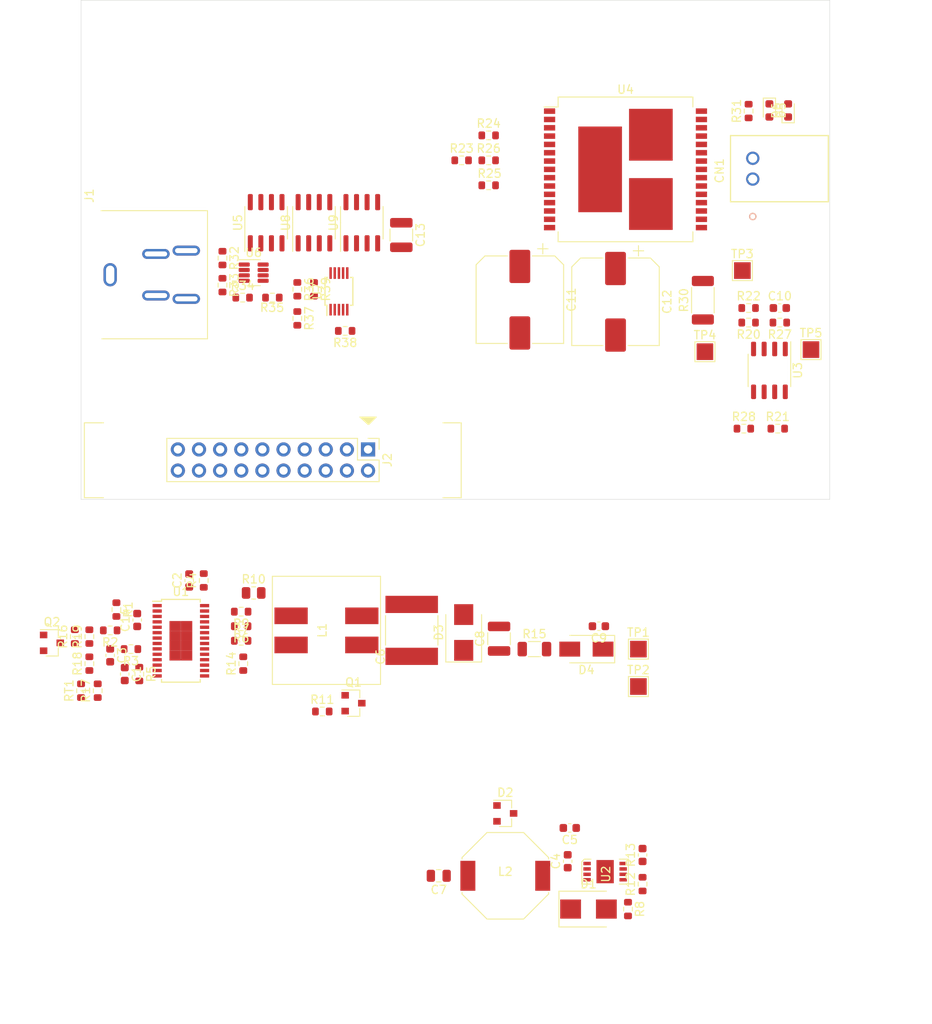
<source format=kicad_pcb>
(kicad_pcb (version 20171130) (host pcbnew 5.1.5+dfsg1-2build2)

  (general
    (thickness 1.6)
    (drawings 4)
    (tracks 0)
    (zones 0)
    (modules 82)
    (nets 78)
  )

  (page A4)
  (layers
    (0 F.Cu signal)
    (31 B.Cu signal)
    (32 B.Adhes user)
    (33 F.Adhes user)
    (34 B.Paste user)
    (35 F.Paste user)
    (36 B.SilkS user)
    (37 F.SilkS user)
    (38 B.Mask user)
    (39 F.Mask user)
    (40 Dwgs.User user)
    (41 Cmts.User user)
    (42 Eco1.User user)
    (43 Eco2.User user)
    (44 Edge.Cuts user)
    (45 Margin user)
    (46 B.CrtYd user)
    (47 F.CrtYd user)
    (48 B.Fab user)
    (49 F.Fab user)
  )

  (setup
    (last_trace_width 0.25)
    (trace_clearance 0.2)
    (zone_clearance 0.508)
    (zone_45_only no)
    (trace_min 0.2)
    (via_size 0.8)
    (via_drill 0.4)
    (via_min_size 0.4)
    (via_min_drill 0.3)
    (uvia_size 0.3)
    (uvia_drill 0.1)
    (uvias_allowed no)
    (uvia_min_size 0.2)
    (uvia_min_drill 0.1)
    (edge_width 0.05)
    (segment_width 0.2)
    (pcb_text_width 0.3)
    (pcb_text_size 1.5 1.5)
    (mod_edge_width 0.12)
    (mod_text_size 1 1)
    (mod_text_width 0.15)
    (pad_size 1.524 1.524)
    (pad_drill 0.762)
    (pad_to_mask_clearance 0.051)
    (solder_mask_min_width 0.25)
    (aux_axis_origin 30 90)
    (grid_origin 30 90)
    (visible_elements FEFDF77F)
    (pcbplotparams
      (layerselection 0x010fc_ffffffff)
      (usegerberextensions false)
      (usegerberattributes false)
      (usegerberadvancedattributes false)
      (creategerberjobfile false)
      (excludeedgelayer true)
      (linewidth 0.100000)
      (plotframeref false)
      (viasonmask false)
      (mode 1)
      (useauxorigin false)
      (hpglpennumber 1)
      (hpglpenspeed 20)
      (hpglpendiameter 15.000000)
      (psnegative false)
      (psa4output false)
      (plotreference true)
      (plotvalue true)
      (plotinvisibletext false)
      (padsonsilk false)
      (subtractmaskfromsilk false)
      (outputformat 1)
      (mirror false)
      (drillshape 1)
      (scaleselection 1)
      (outputdirectory ""))
  )

  (net 0 "")
  (net 1 GND)
  (net 2 "Net-(C1-Pad1)")
  (net 3 "Net-(C2-Pad1)")
  (net 4 "Net-(C3-Pad1)")
  (net 5 +5V)
  (net 6 "Net-(C5-Pad2)")
  (net 7 "Net-(C5-Pad1)")
  (net 8 "Net-(C6-Pad2)")
  (net 9 "Net-(C6-Pad1)")
  (net 10 V7.5V)
  (net 11 "Net-(C8-Pad1)")
  (net 12 MOTOR-CURRENT)
  (net 13 "Net-(C10-Pad1)")
  (net 14 CHG_CURRENT)
  (net 15 "Net-(CN1-Pad2)")
  (net 16 "Net-(CN1-Pad1)")
  (net 17 "Net-(D4-Pad1)")
  (net 18 "Net-(J1-Pad1)")
  (net 19 V7.5V_EN)
  (net 20 "Net-(J2-Pad15)")
  (net 21 "Net-(J2-Pad14)")
  (net 22 "Net-(J2-Pad12)")
  (net 23 PWM)
  (net 24 MOTOR-IN-B)
  (net 25 MOTOR-IN-A)
  (net 26 nMOTOR-FAULT-B)
  (net 27 nMOTOR-FAULT-A)
  (net 28 "Net-(J2-Pad3)")
  (net 29 "Net-(L1-Pad3)")
  (net 30 "Net-(Q1-Pad2)")
  (net 31 "Net-(Q1-Pad1)")
  (net 32 "Net-(Q2-Pad3)")
  (net 33 "Net-(Q2-Pad1)")
  (net 34 "Net-(R1-Pad2)")
  (net 35 "Net-(R3-Pad1)")
  (net 36 "Net-(R4-Pad1)")
  (net 37 "Net-(R5-Pad1)")
  (net 38 "Net-(R6-Pad2)")
  (net 39 "Net-(R9-Pad2)")
  (net 40 "Net-(R12-Pad2)")
  (net 41 "Net-(R14-Pad1)")
  (net 42 "Net-(R16-Pad1)")
  (net 43 "Net-(R17-Pad2)")
  (net 44 "Net-(R20-Pad2)")
  (net 45 "Net-(R20-Pad1)")
  (net 46 "Net-(R24-Pad2)")
  (net 47 "Net-(R25-Pad2)")
  (net 48 "Net-(R26-Pad2)")
  (net 49 "Net-(R31-Pad1)")
  (net 50 "Net-(R32-Pad2)")
  (net 51 "Net-(R33-Pad2)")
  (net 52 "Net-(R35-Pad2)")
  (net 53 "Net-(R36-Pad2)")
  (net 54 "Net-(R38-Pad1)")
  (net 55 "Net-(R39-Pad2)")
  (net 56 "Net-(U1-Pad15)")
  (net 57 "Net-(U1-Pad10)")
  (net 58 "Net-(U1-Pad3)")
  (net 59 "Net-(U2-Pad7)")
  (net 60 "Net-(U3-Pad7)")
  (net 61 +3V3)
  (net 62 "Net-(U4-Pad6)")
  (net 63 "Net-(U4-Pad8)")
  (net 64 "Net-(U4-Pad11)")
  (net 65 "Net-(U5-Pad5)")
  (net 66 "Net-(U5-Pad2)")
  (net 67 "Net-(U7-Pad10)")
  (net 68 "Net-(U7-Pad6)")
  (net 69 "Net-(U7-Pad1)")
  (net 70 "Net-(U8-Pad5)")
  (net 71 "Net-(U9-Pad5)")
  (net 72 "Net-(D5-Pad1)")
  (net 73 VBATT)
  (net 74 V_MAIN)
  (net 75 VIN_12V)
  (net 76 "Net-(R21-Pad1)")
  (net 77 "Net-(R28-Pad2)")

  (net_class Default "This is the default net class."
    (clearance 0.2)
    (trace_width 0.25)
    (via_dia 0.8)
    (via_drill 0.4)
    (uvia_dia 0.3)
    (uvia_drill 0.1)
    (add_net +3V3)
    (add_net +5V)
    (add_net CHG_CURRENT)
    (add_net GND)
    (add_net MOTOR-CURRENT)
    (add_net MOTOR-IN-A)
    (add_net MOTOR-IN-B)
    (add_net "Net-(C1-Pad1)")
    (add_net "Net-(C10-Pad1)")
    (add_net "Net-(C2-Pad1)")
    (add_net "Net-(C3-Pad1)")
    (add_net "Net-(C5-Pad1)")
    (add_net "Net-(C5-Pad2)")
    (add_net "Net-(C6-Pad1)")
    (add_net "Net-(C6-Pad2)")
    (add_net "Net-(C8-Pad1)")
    (add_net "Net-(CN1-Pad1)")
    (add_net "Net-(CN1-Pad2)")
    (add_net "Net-(D4-Pad1)")
    (add_net "Net-(D5-Pad1)")
    (add_net "Net-(J1-Pad1)")
    (add_net "Net-(J2-Pad12)")
    (add_net "Net-(J2-Pad14)")
    (add_net "Net-(J2-Pad15)")
    (add_net "Net-(J2-Pad3)")
    (add_net "Net-(L1-Pad3)")
    (add_net "Net-(Q1-Pad1)")
    (add_net "Net-(Q1-Pad2)")
    (add_net "Net-(Q2-Pad1)")
    (add_net "Net-(Q2-Pad3)")
    (add_net "Net-(R1-Pad2)")
    (add_net "Net-(R12-Pad2)")
    (add_net "Net-(R14-Pad1)")
    (add_net "Net-(R16-Pad1)")
    (add_net "Net-(R17-Pad2)")
    (add_net "Net-(R20-Pad1)")
    (add_net "Net-(R20-Pad2)")
    (add_net "Net-(R21-Pad1)")
    (add_net "Net-(R24-Pad2)")
    (add_net "Net-(R25-Pad2)")
    (add_net "Net-(R26-Pad2)")
    (add_net "Net-(R28-Pad2)")
    (add_net "Net-(R3-Pad1)")
    (add_net "Net-(R31-Pad1)")
    (add_net "Net-(R32-Pad2)")
    (add_net "Net-(R33-Pad2)")
    (add_net "Net-(R35-Pad2)")
    (add_net "Net-(R36-Pad2)")
    (add_net "Net-(R38-Pad1)")
    (add_net "Net-(R39-Pad2)")
    (add_net "Net-(R4-Pad1)")
    (add_net "Net-(R5-Pad1)")
    (add_net "Net-(R6-Pad2)")
    (add_net "Net-(R9-Pad2)")
    (add_net "Net-(U1-Pad10)")
    (add_net "Net-(U1-Pad15)")
    (add_net "Net-(U1-Pad3)")
    (add_net "Net-(U2-Pad7)")
    (add_net "Net-(U3-Pad7)")
    (add_net "Net-(U4-Pad11)")
    (add_net "Net-(U4-Pad6)")
    (add_net "Net-(U4-Pad8)")
    (add_net "Net-(U5-Pad2)")
    (add_net "Net-(U5-Pad5)")
    (add_net "Net-(U7-Pad1)")
    (add_net "Net-(U7-Pad10)")
    (add_net "Net-(U7-Pad6)")
    (add_net "Net-(U8-Pad5)")
    (add_net "Net-(U9-Pad5)")
    (add_net PWM)
    (add_net V7.5V)
    (add_net V7.5V_EN)
    (add_net VBATT)
    (add_net VIN_12V)
    (add_net V_MAIN)
    (add_net nMOTOR-FAULT-A)
    (add_net nMOTOR-FAULT-B)
  )

  (module Resistor_SMD:R_0603_1608Metric (layer F.Cu) (tedit 5F68FEEE) (tstamp 5FC1F0A3)
    (at 109.675 81.5)
    (descr "Resistor SMD 0603 (1608 Metric), square (rectangular) end terminal, IPC_7351 nominal, (Body size source: IPC-SM-782 page 72, https://www.pcb-3d.com/wordpress/wp-content/uploads/ipc-sm-782a_amendment_1_and_2.pdf), generated with kicad-footprint-generator")
    (tags resistor)
    (path /5FADD2CF/5FCA572A)
    (attr smd)
    (fp_text reference R28 (at 0 -1.43) (layer F.SilkS)
      (effects (font (size 1 1) (thickness 0.15)))
    )
    (fp_text value 10k_0603_Chip_Resistor,_1%,_0.1W (at 0 1.43) (layer F.Fab)
      (effects (font (size 1 1) (thickness 0.15)))
    )
    (fp_text user %R (at 0 0) (layer F.Fab)
      (effects (font (size 0.4 0.4) (thickness 0.06)))
    )
    (fp_line (start 1.48 0.73) (end -1.48 0.73) (layer F.CrtYd) (width 0.05))
    (fp_line (start 1.48 -0.73) (end 1.48 0.73) (layer F.CrtYd) (width 0.05))
    (fp_line (start -1.48 -0.73) (end 1.48 -0.73) (layer F.CrtYd) (width 0.05))
    (fp_line (start -1.48 0.73) (end -1.48 -0.73) (layer F.CrtYd) (width 0.05))
    (fp_line (start -0.237258 0.5225) (end 0.237258 0.5225) (layer F.SilkS) (width 0.12))
    (fp_line (start -0.237258 -0.5225) (end 0.237258 -0.5225) (layer F.SilkS) (width 0.12))
    (fp_line (start 0.8 0.4125) (end -0.8 0.4125) (layer F.Fab) (width 0.1))
    (fp_line (start 0.8 -0.4125) (end 0.8 0.4125) (layer F.Fab) (width 0.1))
    (fp_line (start -0.8 -0.4125) (end 0.8 -0.4125) (layer F.Fab) (width 0.1))
    (fp_line (start -0.8 0.4125) (end -0.8 -0.4125) (layer F.Fab) (width 0.1))
    (pad 2 smd roundrect (at 0.825 0) (size 0.8 0.95) (layers F.Cu F.Paste F.Mask) (roundrect_rratio 0.25)
      (net 77 "Net-(R28-Pad2)"))
    (pad 1 smd roundrect (at -0.825 0) (size 0.8 0.95) (layers F.Cu F.Paste F.Mask) (roundrect_rratio 0.25)
      (net 1 GND))
    (model ${KISYS3DMOD}/Resistor_SMD.3dshapes/R_0603_1608Metric.wrl
      (at (xyz 0 0 0))
      (scale (xyz 1 1 1))
      (rotate (xyz 0 0 0))
    )
  )

  (module Resistor_SMD:R_0603_1608Metric (layer F.Cu) (tedit 5F68FEEE) (tstamp 5FC1EFD2)
    (at 113.75 81.5)
    (descr "Resistor SMD 0603 (1608 Metric), square (rectangular) end terminal, IPC_7351 nominal, (Body size source: IPC-SM-782 page 72, https://www.pcb-3d.com/wordpress/wp-content/uploads/ipc-sm-782a_amendment_1_and_2.pdf), generated with kicad-footprint-generator")
    (tags resistor)
    (path /5FADD2CF/5FCA17C3)
    (attr smd)
    (fp_text reference R21 (at 0 -1.43) (layer F.SilkS)
      (effects (font (size 1 1) (thickness 0.15)))
    )
    (fp_text value 10k_0603_Chip_Resistor,_1%,_0.1W (at 0 1.43) (layer F.Fab)
      (effects (font (size 1 1) (thickness 0.15)))
    )
    (fp_text user %R (at 0 0) (layer F.Fab)
      (effects (font (size 0.4 0.4) (thickness 0.06)))
    )
    (fp_line (start 1.48 0.73) (end -1.48 0.73) (layer F.CrtYd) (width 0.05))
    (fp_line (start 1.48 -0.73) (end 1.48 0.73) (layer F.CrtYd) (width 0.05))
    (fp_line (start -1.48 -0.73) (end 1.48 -0.73) (layer F.CrtYd) (width 0.05))
    (fp_line (start -1.48 0.73) (end -1.48 -0.73) (layer F.CrtYd) (width 0.05))
    (fp_line (start -0.237258 0.5225) (end 0.237258 0.5225) (layer F.SilkS) (width 0.12))
    (fp_line (start -0.237258 -0.5225) (end 0.237258 -0.5225) (layer F.SilkS) (width 0.12))
    (fp_line (start 0.8 0.4125) (end -0.8 0.4125) (layer F.Fab) (width 0.1))
    (fp_line (start 0.8 -0.4125) (end 0.8 0.4125) (layer F.Fab) (width 0.1))
    (fp_line (start -0.8 -0.4125) (end 0.8 -0.4125) (layer F.Fab) (width 0.1))
    (fp_line (start -0.8 0.4125) (end -0.8 -0.4125) (layer F.Fab) (width 0.1))
    (pad 2 smd roundrect (at 0.825 0) (size 0.8 0.95) (layers F.Cu F.Paste F.Mask) (roundrect_rratio 0.25)
      (net 61 +3V3))
    (pad 1 smd roundrect (at -0.825 0) (size 0.8 0.95) (layers F.Cu F.Paste F.Mask) (roundrect_rratio 0.25)
      (net 76 "Net-(R21-Pad1)"))
    (model ${KISYS3DMOD}/Resistor_SMD.3dshapes/R_0603_1608Metric.wrl
      (at (xyz 0 0 0))
      (scale (xyz 1 1 1))
      (rotate (xyz 0 0 0))
    )
  )

  (module Diode_SMD:D_SMA (layer F.Cu) (tedit 5FC17C2E) (tstamp 5FB576A5)
    (at 90.75 108 180)
    (descr "Diode SMA (DO-214AC)")
    (tags "Diode SMA (DO-214AC)")
    (path /5F8DD18B)
    (attr smd)
    (fp_text reference D4 (at 0 -2.5 180) (layer F.SilkS)
      (effects (font (size 1 1) (thickness 0.15)))
    )
    (fp_text value DIODE_GEN_PURP_1KV_1A_SMA (at 0 2.6 180) (layer F.Fab)
      (effects (font (size 1 1) (thickness 0.15)))
    )
    (fp_line (start -3.4 -1.65) (end 2 -1.65) (layer F.SilkS) (width 0.12))
    (fp_line (start -3.4 1.65) (end 2 1.65) (layer F.SilkS) (width 0.12))
    (fp_line (start -0.64944 0.00102) (end 0.50118 -0.79908) (layer F.Fab) (width 0.1))
    (fp_line (start -0.64944 0.00102) (end 0.50118 0.75032) (layer F.Fab) (width 0.1))
    (fp_line (start 0.50118 0.75032) (end 0.50118 -0.79908) (layer F.Fab) (width 0.1))
    (fp_line (start -0.64944 -0.79908) (end -0.64944 0.80112) (layer F.Fab) (width 0.1))
    (fp_line (start 0.50118 0.00102) (end 1.4994 0.00102) (layer F.Fab) (width 0.1))
    (fp_line (start -0.64944 0.00102) (end -1.55114 0.00102) (layer F.Fab) (width 0.1))
    (fp_line (start -3.5 1.75) (end -3.5 -1.75) (layer F.CrtYd) (width 0.05))
    (fp_line (start 3.5 1.75) (end -3.5 1.75) (layer F.CrtYd) (width 0.05))
    (fp_line (start 3.5 -1.75) (end 3.5 1.75) (layer F.CrtYd) (width 0.05))
    (fp_line (start -3.5 -1.75) (end 3.5 -1.75) (layer F.CrtYd) (width 0.05))
    (fp_line (start 2.3 -1.5) (end -2.3 -1.5) (layer F.Fab) (width 0.1))
    (fp_line (start 2.3 -1.5) (end 2.3 1.5) (layer F.Fab) (width 0.1))
    (fp_line (start -2.3 1.5) (end -2.3 -1.5) (layer F.Fab) (width 0.1))
    (fp_line (start 2.3 1.5) (end -2.3 1.5) (layer F.Fab) (width 0.1))
    (fp_line (start -3.4 -1.65) (end -3.4 1.65) (layer F.SilkS) (width 0.12))
    (fp_text user %R (at 0 -2.5 180) (layer F.Fab)
      (effects (font (size 1 1) (thickness 0.15)))
    )
    (pad 1 smd rect (at 2 0 180) (size 2.5 1.8) (layers F.Cu F.Paste F.Mask)
      (net 17 "Net-(D4-Pad1)"))
    (pad 2 smd rect (at -2 0 180) (size 2.5 1.8) (layers F.Cu F.Paste F.Mask)
      (net 73 VBATT))
    (model ${KISYS3DMOD}/Diode_SMD.3dshapes/D_SMA.wrl
      (at (xyz 0 0 0))
      (scale (xyz 1 1 1))
      (rotate (xyz 0 0 0))
    )
  )

  (module OpenVent:Kycon_KPJX-4S locked (layer F.Cu) (tedit 5FBAE955) (tstamp 5FBB002E)
    (at 33.5 63 90)
    (descr "4 (Power) Position Circular Connector Jack, Female Sockets Solder")
    (tags "power jack, connector")
    (path /5FAE643E/5FBCEB95)
    (fp_text reference J1 (at 9.5 -2.5 90) (layer F.SilkS)
      (effects (font (size 1 1) (thickness 0.15)))
    )
    (fp_text value Kycon_kpjx-4s (at 0.2 -2.7 90) (layer F.Fab)
      (effects (font (size 1 1) (thickness 0.15)))
    )
    (fp_line (start 7.7 11.7) (end 7.7 -1.1) (layer F.SilkS) (width 0.12))
    (fp_line (start -7.7 11.7) (end 7.7 11.7) (layer F.SilkS) (width 0.12))
    (fp_line (start -7.7 -1) (end -7.7 11.7) (layer F.SilkS) (width 0.12))
    (fp_line (start -6.5 -1.5) (end -7.5 -1.5) (layer F.Fab) (width 0.12))
    (fp_line (start -6.5 -5.5) (end -6.5 -1.5) (layer F.Fab) (width 0.12))
    (fp_line (start 6.5 -5.5) (end -6.5 -5.5) (layer F.Fab) (width 0.12))
    (fp_line (start 6.5 -1.5) (end 6.5 -5.5) (layer F.Fab) (width 0.12))
    (fp_line (start 7.5 -1.5) (end 6.5 -1.5) (layer F.Fab) (width 0.12))
    (fp_line (start 7.5 11.5) (end 7.5 -1.5) (layer F.Fab) (width 0.12))
    (fp_line (start -7.5 11.5) (end 7.5 11.5) (layer F.Fab) (width 0.12))
    (fp_line (start -7.5 -1.5) (end -7.5 11.5) (layer F.Fab) (width 0.12))
    (fp_line (start 7.5 -5.5) (end -7.5 -5.5) (layer F.CrtYd) (width 0.12))
    (fp_line (start 7.5 11.5) (end 7.5 -5.5) (layer F.CrtYd) (width 0.12))
    (fp_line (start -7.5 11.5) (end 7.5 11.5) (layer F.CrtYd) (width 0.12))
    (fp_line (start -7.5 -5.5) (end -7.5 11.5) (layer F.CrtYd) (width 0.12))
    (fp_text user %R (at 0 0 90) (layer F.Fab)
      (effects (font (size 1 1) (thickness 0.15)))
    )
    (pad "" np_thru_hole circle (at 2.5 2 90) (size 1.7 1.7) (drill 1.7) (layers *.Cu *.Mask))
    (pad "" np_thru_hole circle (at -2.5 2 90) (size 1.7 1.7) (drill 1.7) (layers *.Cu *.Mask))
    (pad 5 thru_hole oval (at 0 0 90) (size 2.8 1.6) (drill oval 2.2 1) (layers *.Cu *.Mask))
    (pad 4 thru_hole oval (at -2.5 5.5 90) (size 1.2 3.3) (drill oval 0.6 2.7) (layers *.Cu *.Mask)
      (net 18 "Net-(J1-Pad1)"))
    (pad 3 thru_hole oval (at 2.5 5.5 90) (size 1.2 3.3) (drill oval 0.6 2.7) (layers *.Cu *.Mask)
      (net 1 GND))
    (pad 2 thru_hole oval (at -2.9 9.15 90) (size 1.2 3.3) (drill oval 0.6 2.7) (layers *.Cu *.Mask)
      (net 1 GND))
    (pad 1 thru_hole oval (at 2.9 9.15 90) (size 1.2 3.3) (drill oval 0.6 2.7) (layers *.Cu *.Mask)
      (net 18 "Net-(J1-Pad1)"))
  )

  (module F_Misc:CAPPC7360X380N (layer F.Cu) (tedit 5FBB0201) (tstamp 5FB5757A)
    (at 69.75 105.75 90)
    (path /5FB8D2D3)
    (fp_text reference C6 (at -3.16 -3.75 90) (layer F.SilkS)
      (effects (font (size 1 1) (thickness 0.15)))
    )
    (fp_text value 2.2uF_2824_film_capacitor_10%_40V (at -0.91 3.75 90) (layer F.Fab)
      (effects (font (size 1 1) (thickness 0.15)))
    )
    (fp_text user %R (at 0 0 90) (layer F.Fab)
      (effects (font (size 1 1) (thickness 0.15)))
    )
    (fp_line (start 4.405 3.4) (end 4.405 -3.4) (layer F.CrtYd) (width 0.05))
    (fp_line (start -4.405 3.4) (end -4.405 -3.4) (layer F.CrtYd) (width 0.05))
    (fp_line (start -4.405 -3.4) (end 4.405 -3.4) (layer F.CrtYd) (width 0.05))
    (fp_line (start -4.405 3.4) (end 4.405 3.4) (layer F.CrtYd) (width 0.05))
    (fp_line (start -1.77 3.15) (end 1.77 3.15) (layer F.SilkS) (width 0.127))
    (fp_line (start -1.77 -3.15) (end 1.77 -3.15) (layer F.SilkS) (width 0.127))
    (fp_line (start -3.8 3.15) (end -3.8 -3.15) (layer F.Fab) (width 0.127))
    (fp_line (start 3.8 3.15) (end 3.8 -3.15) (layer F.Fab) (width 0.127))
    (fp_line (start 3.8 -3.15) (end -3.8 -3.15) (layer F.Fab) (width 0.127))
    (fp_line (start 3.8 3.15) (end -3.8 3.15) (layer F.Fab) (width 0.127))
    (pad 2 smd rect (at 3.121 0 90) (size 2.07 6.31) (layers F.Cu F.Paste F.Mask)
      (net 8 "Net-(C6-Pad2)"))
    (pad 1 smd rect (at -3.121 0 90) (size 2.07 6.31) (layers F.Cu F.Paste F.Mask)
      (net 9 "Net-(C6-Pad1)"))
  )

  (module F_Inductors:MSD1260 (layer F.Cu) (tedit 5FBB016E) (tstamp 5FB57741)
    (at 59.5 105.75 270)
    (descr "Coilcraft MSD1260 series of coupled inductors or transformers.")
    (path /5FB0C2C0)
    (attr smd)
    (fp_text reference L1 (at 0 0.5 90) (layer F.SilkS)
      (effects (font (size 1 1) (thickness 0.15)))
    )
    (fp_text value MSD1260-333 (at 0 -0.5 90) (layer F.Fab)
      (effects (font (size 1 1) (thickness 0.15)))
    )
    (fp_text user %R (at 0 0 90) (layer F.Fab)
      (effects (font (size 1 1) (thickness 0.15)))
    )
    (fp_line (start 6.5 -6.5) (end -6.5 -6.5) (layer F.SilkS) (width 0.12))
    (fp_line (start 6.5 6.5) (end 6.5 -6.5) (layer F.SilkS) (width 0.12))
    (fp_line (start -6.5 6.5) (end 6.5 6.5) (layer F.SilkS) (width 0.12))
    (fp_line (start -6.5 -6.5) (end -6.5 6.5) (layer F.SilkS) (width 0.12))
    (fp_line (start 6.2 -6.2) (end -6.2 -6.2) (layer F.Fab) (width 0.12))
    (fp_line (start 6.2 6.2) (end 6.2 -6.2) (layer F.Fab) (width 0.12))
    (fp_line (start -6.2 6.2) (end 6.2 6.2) (layer F.Fab) (width 0.12))
    (fp_line (start -6.2 -6.2) (end -6.2 6.2) (layer F.Fab) (width 0.12))
    (fp_line (start 6.2 -6.2) (end -6.2 -6.2) (layer F.CrtYd) (width 0.12))
    (fp_line (start 6.2 6.2) (end 6.2 -6.2) (layer F.CrtYd) (width 0.12))
    (fp_line (start -6.2 6.2) (end 6.2 6.2) (layer F.CrtYd) (width 0.12))
    (fp_line (start -6.2 -6.2) (end -6.2 6.2) (layer F.CrtYd) (width 0.12))
    (pad 4 smd rect (at 1.75 4.25 270) (size 2 4) (layers F.Cu F.Paste F.Mask)
      (net 1 GND))
    (pad 3 smd rect (at -1.75 4.25 270) (size 2 4) (layers F.Cu F.Paste F.Mask)
      (net 29 "Net-(L1-Pad3)"))
    (pad 2 smd rect (at -1.75 -4.25 270) (size 2 4) (layers F.Cu F.Paste F.Mask)
      (net 8 "Net-(C6-Pad2)"))
    (pad 1 smd rect (at 1.75 -4.25 270) (size 2 4) (layers F.Cu F.Paste F.Mask)
      (net 9 "Net-(C6-Pad1)"))
  )

  (module F_Inductors:L-Bourns-SRU1048-series (layer F.Cu) (tedit 5FBB0051) (tstamp 5FB57764)
    (at 81 135.25 180)
    (path /5FB271FB)
    (fp_text reference L2 (at 0 0.5) (layer F.SilkS)
      (effects (font (size 1 1) (thickness 0.15)))
    )
    (fp_text value L_22uH_2.6A_42mOhm_SMT (at 0 -0.5) (layer F.Fab)
      (effects (font (size 1 1) (thickness 0.15)))
    )
    (fp_text user %R (at 0 0) (layer F.Fab)
      (effects (font (size 1 1) (thickness 0.15)))
    )
    (fp_line (start 5.2 2.2) (end 5.2 2) (layer F.SilkS) (width 0.12))
    (fp_line (start 2.2 5.2) (end 5.2 2.2) (layer F.SilkS) (width 0.12))
    (fp_line (start -2.2 5.2) (end 2.2 5.2) (layer F.SilkS) (width 0.12))
    (fp_line (start -2.2 5.2) (end -2.2 5.2) (layer F.SilkS) (width 0.12))
    (fp_line (start -5.2 2.2) (end -2.2 5.2) (layer F.SilkS) (width 0.12))
    (fp_line (start -5.2 2) (end -5.2 2.2) (layer F.SilkS) (width 0.12))
    (fp_line (start 5.2 -2.2) (end 5.2 -2) (layer F.SilkS) (width 0.12))
    (fp_line (start 2.2 -5.2) (end 5.2 -2.2) (layer F.SilkS) (width 0.12))
    (fp_line (start -2.2 -5.2) (end 2.2 -5.2) (layer F.SilkS) (width 0.12))
    (fp_line (start -5.2 -2.2) (end -2.2 -5.2) (layer F.SilkS) (width 0.12))
    (fp_line (start -5.2 -2) (end -5.2 -2.2) (layer F.SilkS) (width 0.12))
    (fp_line (start 2.1 -5) (end -2.1 -5) (layer F.Fab) (width 0.12))
    (fp_line (start 5 -2.1) (end 2.1 -5) (layer F.Fab) (width 0.12))
    (fp_line (start 5 2.1) (end 5 -2.1) (layer F.Fab) (width 0.12))
    (fp_line (start 2.1 5) (end 5 2.1) (layer F.Fab) (width 0.12))
    (fp_line (start -2.1 5) (end 2.1 5) (layer F.Fab) (width 0.12))
    (fp_line (start -5 2.1) (end -2.1 5) (layer F.Fab) (width 0.12))
    (fp_line (start -5 -2.1) (end -5 2.1) (layer F.Fab) (width 0.12))
    (fp_line (start -2.1 -5) (end -5 -2.1) (layer F.Fab) (width 0.12))
    (fp_line (start 5 -1.1) (end 5 -2.1) (layer F.CrtYd) (width 0.12))
    (fp_line (start 1.1 5) (end 2.1 5) (layer F.CrtYd) (width 0.12))
    (fp_line (start 2.1 -5) (end -2.1 -5) (layer F.CrtYd) (width 0.12))
    (fp_line (start 5 -2.1) (end 2.1 -5) (layer F.CrtYd) (width 0.12))
    (fp_line (start 5 2.1) (end 5 -1.1) (layer F.CrtYd) (width 0.12))
    (fp_line (start 2.1 5) (end 5 2.1) (layer F.CrtYd) (width 0.12))
    (fp_line (start -2.1 5) (end 1.1 5) (layer F.CrtYd) (width 0.12))
    (fp_line (start -5 2.1) (end -2.1 5) (layer F.CrtYd) (width 0.12))
    (fp_line (start -5 -2.1) (end -5 2.1) (layer F.CrtYd) (width 0.12))
    (fp_line (start -2.1 -5) (end -5 -2.1) (layer F.CrtYd) (width 0.12))
    (pad 2 smd rect (at 4.5 0 180) (size 1.8 3.6) (layers F.Cu F.Paste F.Mask)
      (net 10 V7.5V))
    (pad 1 smd rect (at -4.5 0 180) (size 1.8 3.6) (layers F.Cu F.Paste F.Mask)
      (net 6 "Net-(C5-Pad2)"))
  )

  (module OpenVent:MountingHole_4.2x9mm locked (layer F.Cu) (tedit 5FBAF360) (tstamp 5FBB42AF)
    (at 91.5 78.5)
    (descr "Mounting Hole 4.2mm, no annular")
    (tags "mounting hole 4.2mm no annular")
    (attr virtual)
    (fp_text reference REF** (at 0 -5.3) (layer F.SilkS) hide
      (effects (font (size 1 1) (thickness 0.15)))
    )
    (fp_text value MountingHole_4.2x9mm (at 0 5.3) (layer F.Fab) hide
      (effects (font (size 1 1) (thickness 0.15)))
    )
    (fp_circle (center 0 0) (end 4.5 0) (layer F.CrtYd) (width 0.05))
    (fp_circle (center 0 0) (end 4.3 0) (layer Cmts.User) (width 0.15))
    (fp_text user %R (at -0.5 0.5) (layer F.Fab) hide
      (effects (font (size 1 1) (thickness 0.15)))
    )
    (pad "" np_thru_hole circle (at 0 0) (size 4.2 4.2) (drill 4.2) (layers *.Cu *.Mask))
  )

  (module OpenVent:MountingHole_4.2x9mm locked (layer F.Cu) (tedit 5FBAF360) (tstamp 5FBB4279)
    (at 43 40.5)
    (descr "Mounting Hole 4.2mm, no annular")
    (tags "mounting hole 4.2mm no annular")
    (attr virtual)
    (fp_text reference REF** (at 0 -5.3) (layer F.SilkS) hide
      (effects (font (size 1 1) (thickness 0.15)))
    )
    (fp_text value MountingHole_4.2x9mm (at 0 5.3) (layer F.Fab) hide
      (effects (font (size 1 1) (thickness 0.15)))
    )
    (fp_circle (center 0 0) (end 4.5 0) (layer F.CrtYd) (width 0.05))
    (fp_circle (center 0 0) (end 4.3 0) (layer Cmts.User) (width 0.15))
    (fp_text user %R (at 4 5.5) (layer F.Fab) hide
      (effects (font (size 1 1) (thickness 0.15)))
    )
    (pad "" np_thru_hole circle (at 0 0) (size 4.2 4.2) (drill 4.2) (layers *.Cu *.Mask))
  )

  (module Package_SO:SOIC-8_3.9x4.9mm_P1.27mm (layer F.Cu) (tedit 5D9F72B1) (tstamp 5FB57B8D)
    (at 63.75 56.75 90)
    (descr "SOIC, 8 Pin (JEDEC MS-012AA, https://www.analog.com/media/en/package-pcb-resources/package/pkg_pdf/soic_narrow-r/r_8.pdf), generated with kicad-footprint-generator ipc_gullwing_generator.py")
    (tags "SOIC SO")
    (path /5FAE643E/5FBE278D)
    (attr smd)
    (fp_text reference U9 (at 0 -3.4 90) (layer F.SilkS)
      (effects (font (size 1 1) (thickness 0.15)))
    )
    (fp_text value AOSD21307 (at 0 3.4 90) (layer F.Fab)
      (effects (font (size 1 1) (thickness 0.15)))
    )
    (fp_text user %R (at 0 0 90) (layer F.Fab)
      (effects (font (size 0.98 0.98) (thickness 0.15)))
    )
    (fp_line (start 3.7 -2.7) (end -3.7 -2.7) (layer F.CrtYd) (width 0.05))
    (fp_line (start 3.7 2.7) (end 3.7 -2.7) (layer F.CrtYd) (width 0.05))
    (fp_line (start -3.7 2.7) (end 3.7 2.7) (layer F.CrtYd) (width 0.05))
    (fp_line (start -3.7 -2.7) (end -3.7 2.7) (layer F.CrtYd) (width 0.05))
    (fp_line (start -1.95 -1.475) (end -0.975 -2.45) (layer F.Fab) (width 0.1))
    (fp_line (start -1.95 2.45) (end -1.95 -1.475) (layer F.Fab) (width 0.1))
    (fp_line (start 1.95 2.45) (end -1.95 2.45) (layer F.Fab) (width 0.1))
    (fp_line (start 1.95 -2.45) (end 1.95 2.45) (layer F.Fab) (width 0.1))
    (fp_line (start -0.975 -2.45) (end 1.95 -2.45) (layer F.Fab) (width 0.1))
    (fp_line (start 0 -2.56) (end -3.45 -2.56) (layer F.SilkS) (width 0.12))
    (fp_line (start 0 -2.56) (end 1.95 -2.56) (layer F.SilkS) (width 0.12))
    (fp_line (start 0 2.56) (end -1.95 2.56) (layer F.SilkS) (width 0.12))
    (fp_line (start 0 2.56) (end 1.95 2.56) (layer F.SilkS) (width 0.12))
    (pad 8 smd roundrect (at 2.475 -1.905 90) (size 1.95 0.6) (layers F.Cu F.Paste F.Mask) (roundrect_rratio 0.25)
      (net 71 "Net-(U9-Pad5)"))
    (pad 7 smd roundrect (at 2.475 -0.635 90) (size 1.95 0.6) (layers F.Cu F.Paste F.Mask) (roundrect_rratio 0.25)
      (net 71 "Net-(U9-Pad5)"))
    (pad 6 smd roundrect (at 2.475 0.635 90) (size 1.95 0.6) (layers F.Cu F.Paste F.Mask) (roundrect_rratio 0.25)
      (net 71 "Net-(U9-Pad5)"))
    (pad 5 smd roundrect (at 2.475 1.905 90) (size 1.95 0.6) (layers F.Cu F.Paste F.Mask) (roundrect_rratio 0.25)
      (net 71 "Net-(U9-Pad5)"))
    (pad 4 smd roundrect (at -2.475 1.905 90) (size 1.95 0.6) (layers F.Cu F.Paste F.Mask) (roundrect_rratio 0.25)
      (net 68 "Net-(U7-Pad6)"))
    (pad 3 smd roundrect (at -2.475 0.635 90) (size 1.95 0.6) (layers F.Cu F.Paste F.Mask) (roundrect_rratio 0.25)
      (net 73 VBATT))
    (pad 2 smd roundrect (at -2.475 -0.635 90) (size 1.95 0.6) (layers F.Cu F.Paste F.Mask) (roundrect_rratio 0.25)
      (net 68 "Net-(U7-Pad6)"))
    (pad 1 smd roundrect (at -2.475 -1.905 90) (size 1.95 0.6) (layers F.Cu F.Paste F.Mask) (roundrect_rratio 0.25)
      (net 74 V_MAIN))
    (model ${KISYS3DMOD}/Package_SO.3dshapes/SOIC-8_3.9x4.9mm_P1.27mm.wrl
      (at (xyz 0 0 0))
      (scale (xyz 1 1 1))
      (rotate (xyz 0 0 0))
    )
  )

  (module Package_SO:SOIC-8_3.9x4.9mm_P1.27mm (layer F.Cu) (tedit 5D9F72B1) (tstamp 5FB57B73)
    (at 58 56.75 90)
    (descr "SOIC, 8 Pin (JEDEC MS-012AA, https://www.analog.com/media/en/package-pcb-resources/package/pkg_pdf/soic_narrow-r/r_8.pdf), generated with kicad-footprint-generator ipc_gullwing_generator.py")
    (tags "SOIC SO")
    (path /5FAE643E/5FBCA1AE)
    (attr smd)
    (fp_text reference U8 (at 0 -3.4 90) (layer F.SilkS)
      (effects (font (size 1 1) (thickness 0.15)))
    )
    (fp_text value AOSD21307 (at 0 3.4 90) (layer F.Fab)
      (effects (font (size 1 1) (thickness 0.15)))
    )
    (fp_text user %R (at -0.035001 0 90) (layer F.Fab)
      (effects (font (size 0.98 0.98) (thickness 0.15)))
    )
    (fp_line (start 3.7 -2.7) (end -3.7 -2.7) (layer F.CrtYd) (width 0.05))
    (fp_line (start 3.7 2.7) (end 3.7 -2.7) (layer F.CrtYd) (width 0.05))
    (fp_line (start -3.7 2.7) (end 3.7 2.7) (layer F.CrtYd) (width 0.05))
    (fp_line (start -3.7 -2.7) (end -3.7 2.7) (layer F.CrtYd) (width 0.05))
    (fp_line (start -1.95 -1.475) (end -0.975 -2.45) (layer F.Fab) (width 0.1))
    (fp_line (start -1.95 2.45) (end -1.95 -1.475) (layer F.Fab) (width 0.1))
    (fp_line (start 1.95 2.45) (end -1.95 2.45) (layer F.Fab) (width 0.1))
    (fp_line (start 1.95 -2.45) (end 1.95 2.45) (layer F.Fab) (width 0.1))
    (fp_line (start -0.975 -2.45) (end 1.95 -2.45) (layer F.Fab) (width 0.1))
    (fp_line (start 0 -2.56) (end -3.45 -2.56) (layer F.SilkS) (width 0.12))
    (fp_line (start 0 -2.56) (end 1.95 -2.56) (layer F.SilkS) (width 0.12))
    (fp_line (start 0 2.56) (end -1.95 2.56) (layer F.SilkS) (width 0.12))
    (fp_line (start 0 2.56) (end 1.95 2.56) (layer F.SilkS) (width 0.12))
    (pad 8 smd roundrect (at 2.475 -1.905 90) (size 1.95 0.6) (layers F.Cu F.Paste F.Mask) (roundrect_rratio 0.25)
      (net 70 "Net-(U8-Pad5)"))
    (pad 7 smd roundrect (at 2.475 -0.635 90) (size 1.95 0.6) (layers F.Cu F.Paste F.Mask) (roundrect_rratio 0.25)
      (net 70 "Net-(U8-Pad5)"))
    (pad 6 smd roundrect (at 2.475 0.635 90) (size 1.95 0.6) (layers F.Cu F.Paste F.Mask) (roundrect_rratio 0.25)
      (net 70 "Net-(U8-Pad5)"))
    (pad 5 smd roundrect (at 2.475 1.905 90) (size 1.95 0.6) (layers F.Cu F.Paste F.Mask) (roundrect_rratio 0.25)
      (net 70 "Net-(U8-Pad5)"))
    (pad 4 smd roundrect (at -2.475 1.905 90) (size 1.95 0.6) (layers F.Cu F.Paste F.Mask) (roundrect_rratio 0.25)
      (net 67 "Net-(U7-Pad10)"))
    (pad 3 smd roundrect (at -2.475 0.635 90) (size 1.95 0.6) (layers F.Cu F.Paste F.Mask) (roundrect_rratio 0.25)
      (net 74 V_MAIN))
    (pad 2 smd roundrect (at -2.475 -0.635 90) (size 1.95 0.6) (layers F.Cu F.Paste F.Mask) (roundrect_rratio 0.25)
      (net 67 "Net-(U7-Pad10)"))
    (pad 1 smd roundrect (at -2.475 -1.905 90) (size 1.95 0.6) (layers F.Cu F.Paste F.Mask) (roundrect_rratio 0.25)
      (net 75 VIN_12V))
    (model ${KISYS3DMOD}/Package_SO.3dshapes/SOIC-8_3.9x4.9mm_P1.27mm.wrl
      (at (xyz 0 0 0))
      (scale (xyz 1 1 1))
      (rotate (xyz 0 0 0))
    )
  )

  (module Package_SO:MSOP-10_3x3mm_P0.5mm (layer F.Cu) (tedit 5A02F25C) (tstamp 5FB57B59)
    (at 61 65 90)
    (descr "10-Lead Plastic Micro Small Outline Package (MS) [MSOP] (see Microchip Packaging Specification 00000049BS.pdf)")
    (tags "SSOP 0.5")
    (path /5FAE643E/5FBBF8B5)
    (attr smd)
    (fp_text reference U7 (at 0 -2.6 90) (layer F.SilkS)
      (effects (font (size 1 1) (thickness 0.15)))
    )
    (fp_text value LTC4416 (at 0 2.6 90) (layer F.Fab)
      (effects (font (size 1 1) (thickness 0.15)))
    )
    (fp_text user %R (at 0 0 90) (layer F.Fab)
      (effects (font (size 0.6 0.6) (thickness 0.15)))
    )
    (fp_line (start -1.675 -1.45) (end -2.9 -1.45) (layer F.SilkS) (width 0.15))
    (fp_line (start -1.675 1.675) (end 1.675 1.675) (layer F.SilkS) (width 0.15))
    (fp_line (start -1.675 -1.675) (end 1.675 -1.675) (layer F.SilkS) (width 0.15))
    (fp_line (start -1.675 1.675) (end -1.675 1.375) (layer F.SilkS) (width 0.15))
    (fp_line (start 1.675 1.675) (end 1.675 1.375) (layer F.SilkS) (width 0.15))
    (fp_line (start 1.675 -1.675) (end 1.675 -1.375) (layer F.SilkS) (width 0.15))
    (fp_line (start -1.675 -1.675) (end -1.675 -1.45) (layer F.SilkS) (width 0.15))
    (fp_line (start -3.15 1.85) (end 3.15 1.85) (layer F.CrtYd) (width 0.05))
    (fp_line (start -3.15 -1.85) (end 3.15 -1.85) (layer F.CrtYd) (width 0.05))
    (fp_line (start 3.15 -1.85) (end 3.15 1.85) (layer F.CrtYd) (width 0.05))
    (fp_line (start -3.15 -1.85) (end -3.15 1.85) (layer F.CrtYd) (width 0.05))
    (fp_line (start -1.5 -0.5) (end -0.5 -1.5) (layer F.Fab) (width 0.15))
    (fp_line (start -1.5 1.5) (end -1.5 -0.5) (layer F.Fab) (width 0.15))
    (fp_line (start 1.5 1.5) (end -1.5 1.5) (layer F.Fab) (width 0.15))
    (fp_line (start 1.5 -1.5) (end 1.5 1.5) (layer F.Fab) (width 0.15))
    (fp_line (start -0.5 -1.5) (end 1.5 -1.5) (layer F.Fab) (width 0.15))
    (pad 10 smd rect (at 2.2 -1 90) (size 1.4 0.3) (layers F.Cu F.Paste F.Mask)
      (net 67 "Net-(U7-Pad10)"))
    (pad 9 smd rect (at 2.2 -0.5 90) (size 1.4 0.3) (layers F.Cu F.Paste F.Mask)
      (net 75 VIN_12V))
    (pad 8 smd rect (at 2.2 0 90) (size 1.4 0.3) (layers F.Cu F.Paste F.Mask)
      (net 74 V_MAIN))
    (pad 7 smd rect (at 2.2 0.5 90) (size 1.4 0.3) (layers F.Cu F.Paste F.Mask)
      (net 73 VBATT))
    (pad 6 smd rect (at 2.2 1 90) (size 1.4 0.3) (layers F.Cu F.Paste F.Mask)
      (net 68 "Net-(U7-Pad6)"))
    (pad 5 smd rect (at -2.2 1 90) (size 1.4 0.3) (layers F.Cu F.Paste F.Mask)
      (net 54 "Net-(R38-Pad1)"))
    (pad 4 smd rect (at -2.2 0.5 90) (size 1.4 0.3) (layers F.Cu F.Paste F.Mask)
      (net 53 "Net-(R36-Pad2)"))
    (pad 3 smd rect (at -2.2 0 90) (size 1.4 0.3) (layers F.Cu F.Paste F.Mask)
      (net 1 GND))
    (pad 2 smd rect (at -2.2 -0.5 90) (size 1.4 0.3) (layers F.Cu F.Paste F.Mask)
      (net 55 "Net-(R39-Pad2)"))
    (pad 1 smd rect (at -2.2 -1 90) (size 1.4 0.3) (layers F.Cu F.Paste F.Mask)
      (net 69 "Net-(U7-Pad1)"))
    (model ${KISYS3DMOD}/Package_SO.3dshapes/MSOP-10_3x3mm_P0.5mm.wrl
      (at (xyz 0 0 0))
      (scale (xyz 1 1 1))
      (rotate (xyz 0 0 0))
    )
  )

  (module Package_TO_SOT_SMD:TSOT-23-8 (layer F.Cu) (tedit 5F6F97DB) (tstamp 5FB57B3A)
    (at 50.75 62.75)
    (descr "TSOT, 8 Pin (https://www.jedec.org/sites/default/files/docs/MO-193D.pdf variant BA), generated with kicad-footprint-generator ipc_gullwing_generator.py")
    (tags "TSOT TO_SOT_SMD")
    (path /5FAE643E/5FB74D45)
    (attr smd)
    (fp_text reference U6 (at 0 -2.4) (layer F.SilkS)
      (effects (font (size 1 1) (thickness 0.15)))
    )
    (fp_text value LTC4365xTS8 (at 0 2.4) (layer F.Fab)
      (effects (font (size 1 1) (thickness 0.15)))
    )
    (fp_text user %R (at 0 0) (layer F.Fab)
      (effects (font (size 0.4 0.4) (thickness 0.06)))
    )
    (fp_line (start 2.05 -1.7) (end -2.05 -1.7) (layer F.CrtYd) (width 0.05))
    (fp_line (start 2.05 1.7) (end 2.05 -1.7) (layer F.CrtYd) (width 0.05))
    (fp_line (start -2.05 1.7) (end 2.05 1.7) (layer F.CrtYd) (width 0.05))
    (fp_line (start -2.05 -1.7) (end -2.05 1.7) (layer F.CrtYd) (width 0.05))
    (fp_line (start -0.8 -1.05) (end -0.4 -1.45) (layer F.Fab) (width 0.1))
    (fp_line (start -0.8 1.45) (end -0.8 -1.05) (layer F.Fab) (width 0.1))
    (fp_line (start 0.8 1.45) (end -0.8 1.45) (layer F.Fab) (width 0.1))
    (fp_line (start 0.8 -1.45) (end 0.8 1.45) (layer F.Fab) (width 0.1))
    (fp_line (start -0.4 -1.45) (end 0.8 -1.45) (layer F.Fab) (width 0.1))
    (fp_line (start 0 -1.56) (end -1.8 -1.56) (layer F.SilkS) (width 0.12))
    (fp_line (start 0 -1.56) (end 0.8 -1.56) (layer F.SilkS) (width 0.12))
    (fp_line (start 0 1.56) (end -0.8 1.56) (layer F.SilkS) (width 0.12))
    (fp_line (start 0 1.56) (end 0.8 1.56) (layer F.SilkS) (width 0.12))
    (pad 8 smd roundrect (at 1.1375 -0.975) (size 1.325 0.5) (layers F.Cu F.Paste F.Mask) (roundrect_rratio 0.25)
      (net 66 "Net-(U5-Pad2)"))
    (pad 7 smd roundrect (at 1.1375 -0.325) (size 1.325 0.5) (layers F.Cu F.Paste F.Mask) (roundrect_rratio 0.25)
      (net 75 VIN_12V))
    (pad 6 smd roundrect (at 1.1375 0.325) (size 1.325 0.5) (layers F.Cu F.Paste F.Mask) (roundrect_rratio 0.25)
      (net 22 "Net-(J2-Pad12)"))
    (pad 5 smd roundrect (at 1.1375 0.975) (size 1.325 0.5) (layers F.Cu F.Paste F.Mask) (roundrect_rratio 0.25)
      (net 52 "Net-(R35-Pad2)"))
    (pad 4 smd roundrect (at -1.1375 0.975) (size 1.325 0.5) (layers F.Cu F.Paste F.Mask) (roundrect_rratio 0.25)
      (net 1 GND))
    (pad 3 smd roundrect (at -1.1375 0.325) (size 1.325 0.5) (layers F.Cu F.Paste F.Mask) (roundrect_rratio 0.25)
      (net 51 "Net-(R33-Pad2)"))
    (pad 2 smd roundrect (at -1.1375 -0.325) (size 1.325 0.5) (layers F.Cu F.Paste F.Mask) (roundrect_rratio 0.25)
      (net 50 "Net-(R32-Pad2)"))
    (pad 1 smd roundrect (at -1.1375 -0.975) (size 1.325 0.5) (layers F.Cu F.Paste F.Mask) (roundrect_rratio 0.25)
      (net 18 "Net-(J1-Pad1)"))
    (model ${KISYS3DMOD}/Package_TO_SOT_SMD.3dshapes/TSOT-23-8.wrl
      (at (xyz 0 0 0))
      (scale (xyz 1 1 1))
      (rotate (xyz 0 0 0))
    )
  )

  (module Package_SO:SOIC-8_3.9x4.9mm_P1.27mm (layer F.Cu) (tedit 5D9F72B1) (tstamp 5FB57B20)
    (at 52.25 56.75 90)
    (descr "SOIC, 8 Pin (JEDEC MS-012AA, https://www.analog.com/media/en/package-pcb-resources/package/pkg_pdf/soic_narrow-r/r_8.pdf), generated with kicad-footprint-generator ipc_gullwing_generator.py")
    (tags "SOIC SO")
    (path /5FAE643E/5FB83937)
    (attr smd)
    (fp_text reference U5 (at 0 -3.4 90) (layer F.SilkS)
      (effects (font (size 1 1) (thickness 0.15)))
    )
    (fp_text value CSD88537ND (at 0 3.4 90) (layer F.Fab)
      (effects (font (size 1 1) (thickness 0.15)))
    )
    (fp_text user %R (at 0 0 90) (layer F.Fab)
      (effects (font (size 0.98 0.98) (thickness 0.15)))
    )
    (fp_line (start 3.7 -2.7) (end -3.7 -2.7) (layer F.CrtYd) (width 0.05))
    (fp_line (start 3.7 2.7) (end 3.7 -2.7) (layer F.CrtYd) (width 0.05))
    (fp_line (start -3.7 2.7) (end 3.7 2.7) (layer F.CrtYd) (width 0.05))
    (fp_line (start -3.7 -2.7) (end -3.7 2.7) (layer F.CrtYd) (width 0.05))
    (fp_line (start -1.95 -1.475) (end -0.975 -2.45) (layer F.Fab) (width 0.1))
    (fp_line (start -1.95 2.45) (end -1.95 -1.475) (layer F.Fab) (width 0.1))
    (fp_line (start 1.95 2.45) (end -1.95 2.45) (layer F.Fab) (width 0.1))
    (fp_line (start 1.95 -2.45) (end 1.95 2.45) (layer F.Fab) (width 0.1))
    (fp_line (start -0.975 -2.45) (end 1.95 -2.45) (layer F.Fab) (width 0.1))
    (fp_line (start 0 -2.56) (end -3.45 -2.56) (layer F.SilkS) (width 0.12))
    (fp_line (start 0 -2.56) (end 1.95 -2.56) (layer F.SilkS) (width 0.12))
    (fp_line (start 0 2.56) (end -1.95 2.56) (layer F.SilkS) (width 0.12))
    (fp_line (start 0 2.56) (end 1.95 2.56) (layer F.SilkS) (width 0.12))
    (pad 8 smd roundrect (at 2.475 -1.905 90) (size 1.95 0.6) (layers F.Cu F.Paste F.Mask) (roundrect_rratio 0.25)
      (net 65 "Net-(U5-Pad5)"))
    (pad 7 smd roundrect (at 2.475 -0.635 90) (size 1.95 0.6) (layers F.Cu F.Paste F.Mask) (roundrect_rratio 0.25)
      (net 65 "Net-(U5-Pad5)"))
    (pad 6 smd roundrect (at 2.475 0.635 90) (size 1.95 0.6) (layers F.Cu F.Paste F.Mask) (roundrect_rratio 0.25)
      (net 65 "Net-(U5-Pad5)"))
    (pad 5 smd roundrect (at 2.475 1.905 90) (size 1.95 0.6) (layers F.Cu F.Paste F.Mask) (roundrect_rratio 0.25)
      (net 65 "Net-(U5-Pad5)"))
    (pad 4 smd roundrect (at -2.475 1.905 90) (size 1.95 0.6) (layers F.Cu F.Paste F.Mask) (roundrect_rratio 0.25)
      (net 66 "Net-(U5-Pad2)"))
    (pad 3 smd roundrect (at -2.475 0.635 90) (size 1.95 0.6) (layers F.Cu F.Paste F.Mask) (roundrect_rratio 0.25)
      (net 75 VIN_12V))
    (pad 2 smd roundrect (at -2.475 -0.635 90) (size 1.95 0.6) (layers F.Cu F.Paste F.Mask) (roundrect_rratio 0.25)
      (net 66 "Net-(U5-Pad2)"))
    (pad 1 smd roundrect (at -2.475 -1.905 90) (size 1.95 0.6) (layers F.Cu F.Paste F.Mask) (roundrect_rratio 0.25)
      (net 18 "Net-(J1-Pad1)"))
    (model ${KISYS3DMOD}/Package_SO.3dshapes/SOIC-8_3.9x4.9mm_P1.27mm.wrl
      (at (xyz 0 0 0))
      (scale (xyz 1 1 1))
      (rotate (xyz 0 0 0))
    )
  )

  (module Package_SO:ST_MultiPowerSO-30 (layer F.Cu) (tedit 5A02F25C) (tstamp 5FB57B06)
    (at 95.45 50.335)
    (descr "MultiPowerSO-30 3EP 16.0x17.2mm Pitch 1mm (http://www.st.com/resource/en/datasheet/vnh2sp30-e.pdf)")
    (tags "MultiPowerSO-30 3EP 16.0x17.2mm Pitch 1mm")
    (path /5FADD2CF/5F8DD116)
    (attr smd)
    (fp_text reference U4 (at 0 -9.6) (layer F.SilkS)
      (effects (font (size 1 1) (thickness 0.15)))
    )
    (fp_text value VNH5019ATR-E (at 0 9.6) (layer F.Fab)
      (effects (font (size 1 1) (thickness 0.15)))
    )
    (fp_line (start 10.05 8.85) (end -10.05 8.85) (layer F.CrtYd) (width 0.05))
    (fp_line (start 10.05 8.85) (end 10.05 -8.85) (layer F.CrtYd) (width 0.05))
    (fp_line (start -10.05 -8.85) (end -10.05 8.85) (layer F.CrtYd) (width 0.05))
    (fp_line (start -10.05 -8.85) (end 10.05 -8.85) (layer F.CrtYd) (width 0.05))
    (fp_line (start -8 -7.6) (end -8 8.6) (layer F.Fab) (width 0.1))
    (fp_line (start -7 -8.6) (end -8 -7.6) (layer F.Fab) (width 0.1))
    (fp_line (start 8 -8.6) (end -7 -8.6) (layer F.Fab) (width 0.1))
    (fp_line (start 8 8.6) (end 8 -8.6) (layer F.Fab) (width 0.1))
    (fp_line (start -8 8.6) (end 8 8.6) (layer F.Fab) (width 0.1))
    (fp_text user %R (at 0 0) (layer F.Fab)
      (effects (font (size 1 1) (thickness 0.15)))
    )
    (fp_line (start -8.1 -7.5) (end -9.8 -7.5) (layer F.SilkS) (width 0.12))
    (fp_line (start -8.1 -8.7) (end -8.1 -7.5) (layer F.SilkS) (width 0.12))
    (fp_line (start -8 -8.7) (end -8.1 -8.7) (layer F.SilkS) (width 0.12))
    (fp_line (start 8 -8.7) (end -8 -8.7) (layer F.SilkS) (width 0.12))
    (fp_line (start -8.1 8.7) (end -8.1 7.5) (layer F.SilkS) (width 0.12))
    (fp_line (start 8 8.7) (end -8.1 8.7) (layer F.SilkS) (width 0.12))
    (fp_line (start 8.1 8.7) (end 8.1 7.5) (layer F.SilkS) (width 0.12))
    (fp_line (start 8 8.7) (end 8.1 8.7) (layer F.SilkS) (width 0.12))
    (fp_line (start 8.1 -8.7) (end 8.1 -7.5) (layer F.SilkS) (width 0.12))
    (fp_line (start 8 -8.7) (end 8.1 -8.7) (layer F.SilkS) (width 0.12))
    (pad 33 smd rect (at 3.05 -4.165) (size 5.25 6.23) (layers F.Cu F.Paste F.Mask)
      (net 15 "Net-(CN1-Pad2)"))
    (pad 31 smd rect (at -3.05 0) (size 5.25 10.3) (layers F.Cu F.Paste F.Mask)
      (net 74 V_MAIN))
    (pad 30 smd rect (at 9.125 -7 270) (size 0.66 1.35) (layers F.Cu F.Paste F.Mask)
      (net 15 "Net-(CN1-Pad2)"))
    (pad 1 smd rect (at -9.125 -7 270) (size 0.66 1.35) (layers F.Cu F.Paste F.Mask)
      (net 15 "Net-(CN1-Pad2)"))
    (pad 29 smd rect (at 9.125 -6 270) (size 0.66 1.35) (layers F.Cu F.Paste F.Mask))
    (pad 2 smd rect (at -9.125 -6 270) (size 0.66 1.35) (layers F.Cu F.Paste F.Mask))
    (pad 28 smd rect (at 9.125 -5 270) (size 0.66 1.35) (layers F.Cu F.Paste F.Mask)
      (net 44 "Net-(R20-Pad2)"))
    (pad 3 smd rect (at -9.125 -5 270) (size 0.66 1.35) (layers F.Cu F.Paste F.Mask)
      (net 74 V_MAIN))
    (pad 27 smd rect (at 9.125 -4 270) (size 0.66 1.35) (layers F.Cu F.Paste F.Mask)
      (net 44 "Net-(R20-Pad2)"))
    (pad 4 smd rect (at -9.125 -4 270) (size 0.66 1.35) (layers F.Cu F.Paste F.Mask)
      (net 46 "Net-(R24-Pad2)"))
    (pad 26 smd rect (at 9.125 -3 270) (size 0.66 1.35) (layers F.Cu F.Paste F.Mask)
      (net 44 "Net-(R20-Pad2)"))
    (pad 5 smd rect (at -9.125 -3 270) (size 0.66 1.35) (layers F.Cu F.Paste F.Mask)
      (net 27 nMOTOR-FAULT-A))
    (pad 25 smd rect (at 9.125 -2 270) (size 0.66 1.35) (layers F.Cu F.Paste F.Mask)
      (net 15 "Net-(CN1-Pad2)"))
    (pad 6 smd rect (at -9.125 -2 270) (size 0.66 1.35) (layers F.Cu F.Paste F.Mask)
      (net 62 "Net-(U4-Pad6)"))
    (pad 24 smd rect (at 9.125 -1 270) (size 0.66 1.35) (layers F.Cu F.Paste F.Mask))
    (pad 7 smd rect (at -9.125 -1 270) (size 0.66 1.35) (layers F.Cu F.Paste F.Mask)
      (net 48 "Net-(R26-Pad2)"))
    (pad 23 smd rect (at 9.125 0 270) (size 0.66 1.35) (layers F.Cu F.Paste F.Mask)
      (net 74 V_MAIN))
    (pad 8 smd rect (at -9.125 0 270) (size 0.66 1.35) (layers F.Cu F.Paste F.Mask)
      (net 63 "Net-(U4-Pad8)"))
    (pad 22 smd rect (at 9.125 1 270) (size 0.66 1.35) (layers F.Cu F.Paste F.Mask))
    (pad 9 smd rect (at -9.125 1 270) (size 0.66 1.35) (layers F.Cu F.Paste F.Mask)
      (net 26 nMOTOR-FAULT-B))
    (pad 21 smd rect (at 9.125 2 270) (size 0.66 1.35) (layers F.Cu F.Paste F.Mask)
      (net 16 "Net-(CN1-Pad1)"))
    (pad 10 smd rect (at -9.125 2 270) (size 0.66 1.35) (layers F.Cu F.Paste F.Mask)
      (net 47 "Net-(R25-Pad2)"))
    (pad 20 smd rect (at 9.125 3 270) (size 0.66 1.35) (layers F.Cu F.Paste F.Mask)
      (net 44 "Net-(R20-Pad2)"))
    (pad 11 smd rect (at -9.125 3 270) (size 0.66 1.35) (layers F.Cu F.Paste F.Mask)
      (net 64 "Net-(U4-Pad11)"))
    (pad 19 smd rect (at 9.125 4 270) (size 0.66 1.35) (layers F.Cu F.Paste F.Mask)
      (net 44 "Net-(R20-Pad2)"))
    (pad 12 smd rect (at -9.125 4 270) (size 0.66 1.35) (layers F.Cu F.Paste F.Mask)
      (net 74 V_MAIN))
    (pad 18 smd rect (at 9.125 5 270) (size 0.66 1.35) (layers F.Cu F.Paste F.Mask)
      (net 44 "Net-(R20-Pad2)"))
    (pad 13 smd rect (at -9.125 5 270) (size 0.66 1.35) (layers F.Cu F.Paste F.Mask)
      (net 74 V_MAIN))
    (pad 17 smd rect (at 9.125 6 270) (size 0.66 1.35) (layers F.Cu F.Paste F.Mask))
    (pad 14 smd rect (at -9.125 6 270) (size 0.66 1.35) (layers F.Cu F.Paste F.Mask))
    (pad 16 smd rect (at 9.125 7 270) (size 0.66 1.35) (layers F.Cu F.Paste F.Mask)
      (net 16 "Net-(CN1-Pad1)"))
    (pad 15 smd rect (at -9.125 7 270) (size 0.66 1.35) (layers F.Cu F.Paste F.Mask)
      (net 16 "Net-(CN1-Pad1)"))
    (pad 32 smd rect (at 3.05 4.165) (size 5.25 6.23) (layers F.Cu F.Paste F.Mask)
      (net 16 "Net-(CN1-Pad1)"))
    (model ${KISYS3DMOD}/Package_SO.3dshapes/ST_MultiPowerSO-30.wrl
      (at (xyz 0 0 0))
      (scale (xyz 1 1 1))
      (rotate (xyz 0 0 0))
    )
  )

  (module Package_SO:SO-8_3.9x4.9mm_P1.27mm (layer F.Cu) (tedit 5D9F72B1) (tstamp 5FC1DA85)
    (at 112.75 74.5 270)
    (descr "SO, 8 Pin (https://www.nxp.com/docs/en/data-sheet/PCF8523.pdf), generated with kicad-footprint-generator ipc_gullwing_generator.py")
    (tags "SO SO")
    (path /5FADD2CF/5FAA14CD)
    (attr smd)
    (fp_text reference U3 (at 0 -3.4 90) (layer F.SilkS)
      (effects (font (size 1 1) (thickness 0.15)))
    )
    (fp_text value LMC6772AIMX (at 0 3.4 90) (layer F.Fab)
      (effects (font (size 1 1) (thickness 0.15)))
    )
    (fp_text user %R (at 0 0 90) (layer F.Fab)
      (effects (font (size 0.98 0.98) (thickness 0.15)))
    )
    (fp_line (start 3.7 -2.7) (end -3.7 -2.7) (layer F.CrtYd) (width 0.05))
    (fp_line (start 3.7 2.7) (end 3.7 -2.7) (layer F.CrtYd) (width 0.05))
    (fp_line (start -3.7 2.7) (end 3.7 2.7) (layer F.CrtYd) (width 0.05))
    (fp_line (start -3.7 -2.7) (end -3.7 2.7) (layer F.CrtYd) (width 0.05))
    (fp_line (start -1.95 -1.475) (end -0.975 -2.45) (layer F.Fab) (width 0.1))
    (fp_line (start -1.95 2.45) (end -1.95 -1.475) (layer F.Fab) (width 0.1))
    (fp_line (start 1.95 2.45) (end -1.95 2.45) (layer F.Fab) (width 0.1))
    (fp_line (start 1.95 -2.45) (end 1.95 2.45) (layer F.Fab) (width 0.1))
    (fp_line (start -0.975 -2.45) (end 1.95 -2.45) (layer F.Fab) (width 0.1))
    (fp_line (start 0 -2.56) (end -3.45 -2.56) (layer F.SilkS) (width 0.12))
    (fp_line (start 0 -2.56) (end 1.95 -2.56) (layer F.SilkS) (width 0.12))
    (fp_line (start 0 2.56) (end -1.95 2.56) (layer F.SilkS) (width 0.12))
    (fp_line (start 0 2.56) (end 1.95 2.56) (layer F.SilkS) (width 0.12))
    (pad 8 smd roundrect (at 2.575 -1.905 270) (size 1.75 0.6) (layers F.Cu F.Paste F.Mask) (roundrect_rratio 0.25)
      (net 5 +5V))
    (pad 7 smd roundrect (at 2.575 -0.635 270) (size 1.75 0.6) (layers F.Cu F.Paste F.Mask) (roundrect_rratio 0.25)
      (net 60 "Net-(U3-Pad7)"))
    (pad 6 smd roundrect (at 2.575 0.635 270) (size 1.75 0.6) (layers F.Cu F.Paste F.Mask) (roundrect_rratio 0.25)
      (net 76 "Net-(R21-Pad1)"))
    (pad 5 smd roundrect (at 2.575 1.905 270) (size 1.75 0.6) (layers F.Cu F.Paste F.Mask) (roundrect_rratio 0.25)
      (net 77 "Net-(R28-Pad2)"))
    (pad 4 smd roundrect (at -2.575 1.905 270) (size 1.75 0.6) (layers F.Cu F.Paste F.Mask) (roundrect_rratio 0.25)
      (net 1 GND))
    (pad 3 smd roundrect (at -2.575 0.635 270) (size 1.75 0.6) (layers F.Cu F.Paste F.Mask) (roundrect_rratio 0.25)
      (net 45 "Net-(R20-Pad1)"))
    (pad 2 smd roundrect (at -2.575 -0.635 270) (size 1.75 0.6) (layers F.Cu F.Paste F.Mask) (roundrect_rratio 0.25)
      (net 13 "Net-(C10-Pad1)"))
    (pad 1 smd roundrect (at -2.575 -1.905 270) (size 1.75 0.6) (layers F.Cu F.Paste F.Mask) (roundrect_rratio 0.25)
      (net 12 MOTOR-CURRENT))
    (model ${KISYS3DMOD}/Package_SO.3dshapes/SO-8_3.9x4.9mm_P1.27mm.wrl
      (at (xyz 0 0 0))
      (scale (xyz 1 1 1))
      (rotate (xyz 0 0 0))
    )
  )

  (module F_ICs:LT_MS8E (layer F.Cu) (tedit 5FAD91CA) (tstamp 5FB57AB3)
    (at 93 134.75 270)
    (descr "Linear Tech MS8E package with thermal pad, drawing 05-08-1662 Rev E")
    (path /5FB232C2)
    (attr smd)
    (fp_text reference U2 (at 0.3 -0.1 90) (layer F.SilkS)
      (effects (font (size 1 1) (thickness 0.15)))
    )
    (fp_text value LT1936 (at 0 -0.5 90) (layer F.Fab)
      (effects (font (size 1 1) (thickness 0.15)))
    )
    (fp_line (start 1.5 2.8) (end 1.5 1.7) (layer F.SilkS) (width 0.12))
    (fp_line (start 1.4 2.8) (end 1.5 2.8) (layer F.SilkS) (width 0.12))
    (fp_line (start -1.2 2.8) (end 1.4 2.8) (layer F.SilkS) (width 0.12))
    (fp_line (start -1.5 2.5) (end -1.2 2.8) (layer F.SilkS) (width 0.12))
    (fp_line (start -1.5 2.4) (end -1.5 2.5) (layer F.SilkS) (width 0.12))
    (fp_line (start -1.5 1.7) (end -1.5 2.4) (layer F.SilkS) (width 0.12))
    (fp_line (start 1.5 -2.8) (end 1.5 -1.7) (layer F.SilkS) (width 0.12))
    (fp_line (start 1.4 -2.8) (end 1.5 -2.8) (layer F.SilkS) (width 0.12))
    (fp_line (start -1.5 -2.8) (end 1.4 -2.8) (layer F.SilkS) (width 0.12))
    (fp_line (start -1.5 -1.7) (end -1.5 -2.8) (layer F.SilkS) (width 0.12))
    (fp_line (start 1.5 -1.5) (end -1.5 -1.5) (layer F.Fab) (width 0.12))
    (fp_line (start 1.5 1.5) (end 1.5 -1.5) (layer F.Fab) (width 0.12))
    (fp_line (start -0.9 1.5) (end 1.5 1.5) (layer F.Fab) (width 0.12))
    (fp_line (start -1.5 0.9) (end -0.9 1.5) (layer F.Fab) (width 0.12))
    (fp_line (start -1.5 -1.5) (end -1.5 0.9) (layer F.Fab) (width 0.12))
    (fp_line (start 1.5 -1.5) (end -1.5 -1.5) (layer F.CrtYd) (width 0.12))
    (fp_line (start 1.5 1.5) (end 1.5 -1.5) (layer F.CrtYd) (width 0.12))
    (fp_line (start -1.5 1.5) (end 1.5 1.5) (layer F.CrtYd) (width 0.12))
    (fp_line (start -1.5 -1.5) (end -1.5 1.5) (layer F.CrtYd) (width 0.12))
    (pad 9 smd rect (at 0 0 270) (size 2.794 2.083) (layers F.Cu F.Paste F.Mask)
      (net 1 GND) (solder_paste_margin_ratio -0.2))
    (pad 8 smd rect (at -0.975 -2.17 270) (size 0.42 0.889) (layers F.Cu F.Paste F.Mask)
      (net 59 "Net-(U2-Pad7)"))
    (pad 7 smd rect (at -0.325 -2.17 270) (size 0.42 0.889) (layers F.Cu F.Paste F.Mask)
      (net 59 "Net-(U2-Pad7)"))
    (pad 6 smd rect (at 0.325 -2.17 270) (size 0.42 0.889) (layers F.Cu F.Paste F.Mask)
      (net 40 "Net-(R12-Pad2)"))
    (pad 5 smd rect (at 0.975 -2.17 270) (size 0.42 0.889) (layers F.Cu F.Paste F.Mask)
      (net 19 V7.5V_EN))
    (pad 4 smd rect (at 0.975 2.17 270) (size 0.42 0.889) (layers F.Cu F.Paste F.Mask)
      (net 1 GND))
    (pad 3 smd rect (at 0.325 2.17 270) (size 0.42 0.889) (layers F.Cu F.Paste F.Mask)
      (net 6 "Net-(C5-Pad2)"))
    (pad 2 smd rect (at -0.325 2.17 270) (size 0.42 0.889) (layers F.Cu F.Paste F.Mask)
      (net 74 V_MAIN))
    (pad 1 smd rect (at -0.975 2.17 270) (size 0.42 0.889) (layers F.Cu F.Paste F.Mask)
      (net 7 "Net-(C5-Pad1)"))
  )

  (module F_ICs:TSSOP-28-LTvar_EB_4.4x9.7mm_P0.65mm (layer F.Cu) (tedit 5FA97682) (tstamp 5FB57A93)
    (at 42 107)
    (descr "TSSOP28: plastic thin shrink small outline package; 28 leads; body width 4.4 mm; Exposed Pad Variation, See Linear Tech Reference LTC DWG # 05-08-1663 Rev J")
    (tags "SSOP 0.65")
    (path /5FAE7EAD)
    (attr smd)
    (fp_text reference U1 (at 0 -5.9) (layer F.SilkS)
      (effects (font (size 1 1) (thickness 0.15)))
    )
    (fp_text value LT3796 (at 0 5.9) (layer F.Fab)
      (effects (font (size 1 1) (thickness 0.15)))
    )
    (fp_text user %R (at 0 0) (layer F.Fab)
      (effects (font (size 0.8 0.8) (thickness 0.15)))
    )
    (fp_line (start -2.325 -4.75) (end -3.4 -4.75) (layer F.SilkS) (width 0.15))
    (fp_line (start -2.325 4.975) (end 2.325 4.975) (layer F.SilkS) (width 0.15))
    (fp_line (start -2.325 -4.975) (end 2.325 -4.975) (layer F.SilkS) (width 0.15))
    (fp_line (start -2.325 4.975) (end -2.325 4.65) (layer F.SilkS) (width 0.15))
    (fp_line (start 2.325 4.975) (end 2.325 4.65) (layer F.SilkS) (width 0.15))
    (fp_line (start 2.325 -4.975) (end 2.325 -4.65) (layer F.SilkS) (width 0.15))
    (fp_line (start -2.325 -4.975) (end -2.325 -4.75) (layer F.SilkS) (width 0.15))
    (fp_line (start -3.65 5.15) (end 3.65 5.15) (layer F.CrtYd) (width 0.05))
    (fp_line (start -3.65 -5.15) (end 3.65 -5.15) (layer F.CrtYd) (width 0.05))
    (fp_line (start 3.65 -5.15) (end 3.65 5.15) (layer F.CrtYd) (width 0.05))
    (fp_line (start -3.65 -5.15) (end -3.65 5.15) (layer F.CrtYd) (width 0.05))
    (fp_line (start -2.2 -3.85) (end -1.2 -4.85) (layer F.Fab) (width 0.15))
    (fp_line (start -2.2 4.85) (end -2.2 -3.85) (layer F.Fab) (width 0.15))
    (fp_line (start 2.2 4.85) (end -2.2 4.85) (layer F.Fab) (width 0.15))
    (fp_line (start 2.2 -4.85) (end 2.2 4.85) (layer F.Fab) (width 0.15))
    (fp_line (start -1.2 -4.85) (end 2.2 -4.85) (layer F.Fab) (width 0.15))
    (pad 29 smd rect (at -0.685 -1.78125) (size 1.37 1.1875) (layers F.Cu F.Paste F.Mask)
      (net 1 GND) (solder_paste_margin_ratio -0.2))
    (pad 29 smd rect (at -0.685 -0.59375) (size 1.37 1.1875) (layers F.Cu F.Paste F.Mask)
      (net 1 GND) (solder_paste_margin_ratio -0.2))
    (pad 29 smd rect (at -0.685 0.59375) (size 1.37 1.1875) (layers F.Cu F.Paste F.Mask)
      (net 1 GND) (solder_paste_margin_ratio -0.2))
    (pad 29 smd rect (at -0.685 1.78125) (size 1.37 1.1875) (layers F.Cu F.Paste F.Mask)
      (net 1 GND) (solder_paste_margin_ratio -0.2))
    (pad 29 smd rect (at 0.685 -1.78125) (size 1.37 1.1875) (layers F.Cu F.Paste F.Mask)
      (net 1 GND) (solder_paste_margin_ratio -0.2))
    (pad 29 smd rect (at 0.685 -0.59375) (size 1.37 1.1875) (layers F.Cu F.Paste F.Mask)
      (net 1 GND) (solder_paste_margin_ratio -0.2))
    (pad 29 smd rect (at 0.685 0.59375) (size 1.37 1.1875) (layers F.Cu F.Paste F.Mask)
      (net 1 GND) (solder_paste_margin_ratio -0.2))
    (pad 29 smd rect (at 0.685 1.78125) (size 1.37 1.1875) (layers F.Cu F.Paste F.Mask)
      (net 1 GND) (solder_paste_margin_ratio -0.2))
    (pad 28 smd rect (at 2.85 -4.225) (size 1.1 0.4) (layers F.Cu F.Paste F.Mask)
      (net 3 "Net-(C2-Pad1)"))
    (pad 27 smd rect (at 2.85 -3.575) (size 1.1 0.4) (layers F.Cu F.Paste F.Mask)
      (net 39 "Net-(R9-Pad2)"))
    (pad 26 smd rect (at 2.85 -2.925) (size 1.1 0.4) (layers F.Cu F.Paste F.Mask)
      (net 29 "Net-(L1-Pad3)"))
    (pad 25 smd rect (at 2.85 -2.275) (size 1.1 0.4) (layers F.Cu F.Paste F.Mask)
      (net 75 VIN_12V))
    (pad 24 smd rect (at 2.85 -1.625) (size 1.1 0.4) (layers F.Cu F.Paste F.Mask)
      (net 38 "Net-(R6-Pad2)"))
    (pad 23 smd rect (at 2.85 -0.975) (size 1.1 0.4) (layers F.Cu F.Paste F.Mask)
      (net 75 VIN_12V))
    (pad 22 smd rect (at 2.85 -0.325) (size 1.1 0.4) (layers F.Cu F.Paste F.Mask)
      (net 1 GND))
    (pad 21 smd rect (at 2.85 0.325) (size 1.1 0.4) (layers F.Cu F.Paste F.Mask)
      (net 1 GND))
    (pad 20 smd rect (at 2.85 0.975) (size 1.1 0.4) (layers F.Cu F.Paste F.Mask)
      (net 41 "Net-(R14-Pad1)"))
    (pad 19 smd rect (at 2.85 1.625) (size 1.1 0.4) (layers F.Cu F.Paste F.Mask)
      (net 31 "Net-(Q1-Pad1)"))
    (pad 18 smd rect (at 2.85 2.275) (size 1.1 0.4) (layers F.Cu F.Paste F.Mask)
      (net 30 "Net-(Q1-Pad2)"))
    (pad 17 smd rect (at 2.85 2.925) (size 1.1 0.4) (layers F.Cu F.Paste F.Mask)
      (net 1 GND))
    (pad 16 smd rect (at 2.85 3.575) (size 1.1 0.4) (layers F.Cu F.Paste F.Mask)
      (net 33 "Net-(Q2-Pad1)"))
    (pad 15 smd rect (at 2.85 4.225) (size 1.1 0.4) (layers F.Cu F.Paste F.Mask)
      (net 56 "Net-(U1-Pad15)"))
    (pad 14 smd rect (at -2.85 4.225) (size 1.1 0.4) (layers F.Cu F.Paste F.Mask)
      (net 57 "Net-(U1-Pad10)"))
    (pad 13 smd rect (at -2.85 3.575) (size 1.1 0.4) (layers F.Cu F.Paste F.Mask)
      (net 1 GND))
    (pad 12 smd rect (at -2.85 2.925) (size 1.1 0.4) (layers F.Cu F.Paste F.Mask)
      (net 37 "Net-(R5-Pad1)"))
    (pad 11 smd rect (at -2.85 2.275) (size 1.1 0.4) (layers F.Cu F.Paste F.Mask)
      (net 2 "Net-(C1-Pad1)"))
    (pad 10 smd rect (at -2.85 1.625) (size 1.1 0.4) (layers F.Cu F.Paste F.Mask)
      (net 57 "Net-(U1-Pad10)"))
    (pad 9 smd rect (at -2.85 0.975) (size 1.1 0.4) (layers F.Cu F.Paste F.Mask)
      (net 57 "Net-(U1-Pad10)"))
    (pad 8 smd rect (at -2.85 0.325) (size 1.1 0.4) (layers F.Cu F.Paste F.Mask)
      (net 35 "Net-(R3-Pad1)"))
    (pad 7 smd rect (at -2.85 -0.325) (size 1.1 0.4) (layers F.Cu F.Paste F.Mask)
      (net 42 "Net-(R16-Pad1)"))
    (pad 6 smd rect (at -2.85 -0.975) (size 1.1 0.4) (layers F.Cu F.Paste F.Mask)
      (net 34 "Net-(R1-Pad2)"))
    (pad 5 smd rect (at -2.85 -1.625) (size 1.1 0.4) (layers F.Cu F.Paste F.Mask)
      (net 14 CHG_CURRENT))
    (pad 4 smd rect (at -2.85 -2.275) (size 1.1 0.4) (layers F.Cu F.Paste F.Mask)
      (net 1 GND))
    (pad 3 smd rect (at -2.85 -2.925) (size 1.1 0.4) (layers F.Cu F.Paste F.Mask)
      (net 58 "Net-(U1-Pad3)"))
    (pad 2 smd rect (at -2.85 -3.575) (size 1.1 0.4) (layers F.Cu F.Paste F.Mask)
      (net 17 "Net-(D4-Pad1)"))
    (pad 1 smd rect (at -2.85 -4.225) (size 1.1 0.4) (layers F.Cu F.Paste F.Mask)
      (net 11 "Net-(C8-Pad1)"))
    (model ${KISYS3DMOD}/Package_SO.3dshapes/TSSOP-28_4.4x9.7mm_Pitch0.65mm.wrl
      (at (xyz 0 0 0))
      (scale (xyz 1 1 1))
      (rotate (xyz 0 0 0))
    )
  )

  (module TestPoint:TestPoint_Pad_2.0x2.0mm (layer F.Cu) (tedit 5A0F774F) (tstamp 5FB57A5A)
    (at 117.75 72)
    (descr "SMD rectangular pad as test Point, square 2.0mm side length")
    (tags "test point SMD pad rectangle square")
    (path /5FADD2CF/5F8DD10A)
    (attr virtual)
    (fp_text reference TP5 (at 0 -1.998) (layer F.SilkS)
      (effects (font (size 1 1) (thickness 0.15)))
    )
    (fp_text value Test_Point_PTH (at 0 2.05) (layer F.Fab)
      (effects (font (size 1 1) (thickness 0.15)))
    )
    (fp_line (start 1.5 1.5) (end -1.5 1.5) (layer F.CrtYd) (width 0.05))
    (fp_line (start 1.5 1.5) (end 1.5 -1.5) (layer F.CrtYd) (width 0.05))
    (fp_line (start -1.5 -1.5) (end -1.5 1.5) (layer F.CrtYd) (width 0.05))
    (fp_line (start -1.5 -1.5) (end 1.5 -1.5) (layer F.CrtYd) (width 0.05))
    (fp_line (start -1.2 1.2) (end -1.2 -1.2) (layer F.SilkS) (width 0.12))
    (fp_line (start 1.2 1.2) (end -1.2 1.2) (layer F.SilkS) (width 0.12))
    (fp_line (start 1.2 -1.2) (end 1.2 1.2) (layer F.SilkS) (width 0.12))
    (fp_line (start -1.2 -1.2) (end 1.2 -1.2) (layer F.SilkS) (width 0.12))
    (fp_text user %R (at 0 -2) (layer F.Fab)
      (effects (font (size 1 1) (thickness 0.15)))
    )
    (pad 1 smd rect (at 0 0) (size 2 2) (layers F.Cu F.Mask)
      (net 12 MOTOR-CURRENT))
  )

  (module TestPoint:TestPoint_Pad_2.0x2.0mm (layer F.Cu) (tedit 5A0F774F) (tstamp 5FB57A4C)
    (at 105 72.25)
    (descr "SMD rectangular pad as test Point, square 2.0mm side length")
    (tags "test point SMD pad rectangle square")
    (path /5FADD2CF/5F8DD0F4)
    (attr virtual)
    (fp_text reference TP4 (at 0 -1.998) (layer F.SilkS)
      (effects (font (size 1 1) (thickness 0.15)))
    )
    (fp_text value Test_Point_PTH (at 0 2.05) (layer F.Fab)
      (effects (font (size 1 1) (thickness 0.15)))
    )
    (fp_line (start 1.5 1.5) (end -1.5 1.5) (layer F.CrtYd) (width 0.05))
    (fp_line (start 1.5 1.5) (end 1.5 -1.5) (layer F.CrtYd) (width 0.05))
    (fp_line (start -1.5 -1.5) (end -1.5 1.5) (layer F.CrtYd) (width 0.05))
    (fp_line (start -1.5 -1.5) (end 1.5 -1.5) (layer F.CrtYd) (width 0.05))
    (fp_line (start -1.2 1.2) (end -1.2 -1.2) (layer F.SilkS) (width 0.12))
    (fp_line (start 1.2 1.2) (end -1.2 1.2) (layer F.SilkS) (width 0.12))
    (fp_line (start 1.2 -1.2) (end 1.2 1.2) (layer F.SilkS) (width 0.12))
    (fp_line (start -1.2 -1.2) (end 1.2 -1.2) (layer F.SilkS) (width 0.12))
    (fp_text user %R (at 0 -2) (layer F.Fab)
      (effects (font (size 1 1) (thickness 0.15)))
    )
    (pad 1 smd rect (at 0 0) (size 2 2) (layers F.Cu F.Mask)
      (net 1 GND))
  )

  (module TestPoint:TestPoint_Pad_2.0x2.0mm (layer F.Cu) (tedit 5A0F774F) (tstamp 5FB57A3E)
    (at 109.5 62.5)
    (descr "SMD rectangular pad as test Point, square 2.0mm side length")
    (tags "test point SMD pad rectangle square")
    (path /5FADD2CF/5F8DD109)
    (attr virtual)
    (fp_text reference TP3 (at 0 -1.998) (layer F.SilkS)
      (effects (font (size 1 1) (thickness 0.15)))
    )
    (fp_text value Test_Point_PTH (at 0 2.05) (layer F.Fab)
      (effects (font (size 1 1) (thickness 0.15)))
    )
    (fp_line (start 1.5 1.5) (end -1.5 1.5) (layer F.CrtYd) (width 0.05))
    (fp_line (start 1.5 1.5) (end 1.5 -1.5) (layer F.CrtYd) (width 0.05))
    (fp_line (start -1.5 -1.5) (end -1.5 1.5) (layer F.CrtYd) (width 0.05))
    (fp_line (start -1.5 -1.5) (end 1.5 -1.5) (layer F.CrtYd) (width 0.05))
    (fp_line (start -1.2 1.2) (end -1.2 -1.2) (layer F.SilkS) (width 0.12))
    (fp_line (start 1.2 1.2) (end -1.2 1.2) (layer F.SilkS) (width 0.12))
    (fp_line (start 1.2 -1.2) (end 1.2 1.2) (layer F.SilkS) (width 0.12))
    (fp_line (start -1.2 -1.2) (end 1.2 -1.2) (layer F.SilkS) (width 0.12))
    (fp_text user %R (at 0 -2) (layer F.Fab)
      (effects (font (size 1 1) (thickness 0.15)))
    )
    (pad 1 smd rect (at 0 0) (size 2 2) (layers F.Cu F.Mask)
      (net 44 "Net-(R20-Pad2)"))
  )

  (module TestPoint:TestPoint_Pad_2.0x2.0mm (layer F.Cu) (tedit 5A0F774F) (tstamp 5FB57A30)
    (at 97 112.5)
    (descr "SMD rectangular pad as test Point, square 2.0mm side length")
    (tags "test point SMD pad rectangle square")
    (path /5F8DD1A6)
    (attr virtual)
    (fp_text reference TP2 (at 0 -1.998) (layer F.SilkS)
      (effects (font (size 1 1) (thickness 0.15)))
    )
    (fp_text value Test_Point_PTH (at 0 2.05) (layer F.Fab)
      (effects (font (size 1 1) (thickness 0.15)))
    )
    (fp_line (start 1.5 1.5) (end -1.5 1.5) (layer F.CrtYd) (width 0.05))
    (fp_line (start 1.5 1.5) (end 1.5 -1.5) (layer F.CrtYd) (width 0.05))
    (fp_line (start -1.5 -1.5) (end -1.5 1.5) (layer F.CrtYd) (width 0.05))
    (fp_line (start -1.5 -1.5) (end 1.5 -1.5) (layer F.CrtYd) (width 0.05))
    (fp_line (start -1.2 1.2) (end -1.2 -1.2) (layer F.SilkS) (width 0.12))
    (fp_line (start 1.2 1.2) (end -1.2 1.2) (layer F.SilkS) (width 0.12))
    (fp_line (start 1.2 -1.2) (end 1.2 1.2) (layer F.SilkS) (width 0.12))
    (fp_line (start -1.2 -1.2) (end 1.2 -1.2) (layer F.SilkS) (width 0.12))
    (fp_text user %R (at 0 -2) (layer F.Fab)
      (effects (font (size 1 1) (thickness 0.15)))
    )
    (pad 1 smd rect (at 0 0) (size 2 2) (layers F.Cu F.Mask)
      (net 1 GND))
  )

  (module TestPoint:TestPoint_Pad_2.0x2.0mm (layer F.Cu) (tedit 5A0F774F) (tstamp 5FB57A22)
    (at 97 108)
    (descr "SMD rectangular pad as test Point, square 2.0mm side length")
    (tags "test point SMD pad rectangle square")
    (path /5F8DD1A7)
    (attr virtual)
    (fp_text reference TP1 (at 0 -1.998) (layer F.SilkS)
      (effects (font (size 1 1) (thickness 0.15)))
    )
    (fp_text value Test_Point_PTH (at 0 2.05) (layer F.Fab)
      (effects (font (size 1 1) (thickness 0.15)))
    )
    (fp_line (start 1.5 1.5) (end -1.5 1.5) (layer F.CrtYd) (width 0.05))
    (fp_line (start 1.5 1.5) (end 1.5 -1.5) (layer F.CrtYd) (width 0.05))
    (fp_line (start -1.5 -1.5) (end -1.5 1.5) (layer F.CrtYd) (width 0.05))
    (fp_line (start -1.5 -1.5) (end 1.5 -1.5) (layer F.CrtYd) (width 0.05))
    (fp_line (start -1.2 1.2) (end -1.2 -1.2) (layer F.SilkS) (width 0.12))
    (fp_line (start 1.2 1.2) (end -1.2 1.2) (layer F.SilkS) (width 0.12))
    (fp_line (start 1.2 -1.2) (end 1.2 1.2) (layer F.SilkS) (width 0.12))
    (fp_line (start -1.2 -1.2) (end 1.2 -1.2) (layer F.SilkS) (width 0.12))
    (fp_text user %R (at 0 -2) (layer F.Fab)
      (effects (font (size 1 1) (thickness 0.15)))
    )
    (pad 1 smd rect (at 0 0) (size 2 2) (layers F.Cu F.Mask)
      (net 73 VBATT))
  )

  (module Resistor_SMD:R_0603_1608Metric (layer F.Cu) (tedit 5F68FEEE) (tstamp 5FB57A14)
    (at 30 113 90)
    (descr "Resistor SMD 0603 (1608 Metric), square (rectangular) end terminal, IPC_7351 nominal, (Body size source: IPC-SM-782 page 72, https://www.pcb-3d.com/wordpress/wp-content/uploads/ipc-sm-782a_amendment_1_and_2.pdf), generated with kicad-footprint-generator")
    (tags resistor)
    (path /5FB2A0E4)
    (attr smd)
    (fp_text reference RT1 (at 0 -1.43 90) (layer F.SilkS)
      (effects (font (size 1 1) (thickness 0.15)))
    )
    (fp_text value R_Thermistor_0603_10K_NTC (at 0 1.43 90) (layer F.Fab)
      (effects (font (size 1 1) (thickness 0.15)))
    )
    (fp_text user %R (at 0 0 90) (layer F.Fab)
      (effects (font (size 0.4 0.4) (thickness 0.06)))
    )
    (fp_line (start 1.48 0.73) (end -1.48 0.73) (layer F.CrtYd) (width 0.05))
    (fp_line (start 1.48 -0.73) (end 1.48 0.73) (layer F.CrtYd) (width 0.05))
    (fp_line (start -1.48 -0.73) (end 1.48 -0.73) (layer F.CrtYd) (width 0.05))
    (fp_line (start -1.48 0.73) (end -1.48 -0.73) (layer F.CrtYd) (width 0.05))
    (fp_line (start -0.237258 0.5225) (end 0.237258 0.5225) (layer F.SilkS) (width 0.12))
    (fp_line (start -0.237258 -0.5225) (end 0.237258 -0.5225) (layer F.SilkS) (width 0.12))
    (fp_line (start 0.8 0.4125) (end -0.8 0.4125) (layer F.Fab) (width 0.1))
    (fp_line (start 0.8 -0.4125) (end 0.8 0.4125) (layer F.Fab) (width 0.1))
    (fp_line (start -0.8 -0.4125) (end 0.8 -0.4125) (layer F.Fab) (width 0.1))
    (fp_line (start -0.8 0.4125) (end -0.8 -0.4125) (layer F.Fab) (width 0.1))
    (pad 2 smd roundrect (at 0.825 0 90) (size 0.8 0.95) (layers F.Cu F.Paste F.Mask) (roundrect_rratio 0.25)
      (net 43 "Net-(R17-Pad2)"))
    (pad 1 smd roundrect (at -0.825 0 90) (size 0.8 0.95) (layers F.Cu F.Paste F.Mask) (roundrect_rratio 0.25)
      (net 17 "Net-(D4-Pad1)"))
    (model ${KISYS3DMOD}/Resistor_SMD.3dshapes/R_0603_1608Metric.wrl
      (at (xyz 0 0 0))
      (scale (xyz 1 1 1))
      (rotate (xyz 0 0 0))
    )
  )

  (module Resistor_SMD:R_0603_1608Metric (layer F.Cu) (tedit 5F68FEEE) (tstamp 5FB57A03)
    (at 58 64.75 270)
    (descr "Resistor SMD 0603 (1608 Metric), square (rectangular) end terminal, IPC_7351 nominal, (Body size source: IPC-SM-782 page 72, https://www.pcb-3d.com/wordpress/wp-content/uploads/ipc-sm-782a_amendment_1_and_2.pdf), generated with kicad-footprint-generator")
    (tags resistor)
    (path /5FAE643E/5FC02034)
    (attr smd)
    (fp_text reference R39 (at 0 -1.43 90) (layer F.SilkS)
      (effects (font (size 1 1) (thickness 0.15)))
    )
    (fp_text value 10k_0603_Chip_Resistor,_1%,_0.1W (at 0 1.43 90) (layer F.Fab)
      (effects (font (size 1 1) (thickness 0.15)))
    )
    (fp_text user %R (at 0 0 90) (layer F.Fab)
      (effects (font (size 0.4 0.4) (thickness 0.06)))
    )
    (fp_line (start 1.48 0.73) (end -1.48 0.73) (layer F.CrtYd) (width 0.05))
    (fp_line (start 1.48 -0.73) (end 1.48 0.73) (layer F.CrtYd) (width 0.05))
    (fp_line (start -1.48 -0.73) (end 1.48 -0.73) (layer F.CrtYd) (width 0.05))
    (fp_line (start -1.48 0.73) (end -1.48 -0.73) (layer F.CrtYd) (width 0.05))
    (fp_line (start -0.237258 0.5225) (end 0.237258 0.5225) (layer F.SilkS) (width 0.12))
    (fp_line (start -0.237258 -0.5225) (end 0.237258 -0.5225) (layer F.SilkS) (width 0.12))
    (fp_line (start 0.8 0.4125) (end -0.8 0.4125) (layer F.Fab) (width 0.1))
    (fp_line (start 0.8 -0.4125) (end 0.8 0.4125) (layer F.Fab) (width 0.1))
    (fp_line (start -0.8 -0.4125) (end 0.8 -0.4125) (layer F.Fab) (width 0.1))
    (fp_line (start -0.8 0.4125) (end -0.8 -0.4125) (layer F.Fab) (width 0.1))
    (pad 2 smd roundrect (at 0.825 0 270) (size 0.8 0.95) (layers F.Cu F.Paste F.Mask) (roundrect_rratio 0.25)
      (net 55 "Net-(R39-Pad2)"))
    (pad 1 smd roundrect (at -0.825 0 270) (size 0.8 0.95) (layers F.Cu F.Paste F.Mask) (roundrect_rratio 0.25)
      (net 75 VIN_12V))
    (model ${KISYS3DMOD}/Resistor_SMD.3dshapes/R_0603_1608Metric.wrl
      (at (xyz 0 0 0))
      (scale (xyz 1 1 1))
      (rotate (xyz 0 0 0))
    )
  )

  (module Resistor_SMD:R_0603_1608Metric (layer F.Cu) (tedit 5F68FEEE) (tstamp 5FB579F2)
    (at 61.75 69.75 180)
    (descr "Resistor SMD 0603 (1608 Metric), square (rectangular) end terminal, IPC_7351 nominal, (Body size source: IPC-SM-782 page 72, https://www.pcb-3d.com/wordpress/wp-content/uploads/ipc-sm-782a_amendment_1_and_2.pdf), generated with kicad-footprint-generator")
    (tags resistor)
    (path /5FAE643E/5FC0C21A)
    (attr smd)
    (fp_text reference R38 (at 0 -1.43) (layer F.SilkS)
      (effects (font (size 1 1) (thickness 0.15)))
    )
    (fp_text value R_0603_221K_0.1W_1% (at 0 1.43) (layer F.Fab)
      (effects (font (size 1 1) (thickness 0.15)))
    )
    (fp_text user %R (at 0 0) (layer F.Fab)
      (effects (font (size 0.4 0.4) (thickness 0.06)))
    )
    (fp_line (start 1.48 0.73) (end -1.48 0.73) (layer F.CrtYd) (width 0.05))
    (fp_line (start 1.48 -0.73) (end 1.48 0.73) (layer F.CrtYd) (width 0.05))
    (fp_line (start -1.48 -0.73) (end 1.48 -0.73) (layer F.CrtYd) (width 0.05))
    (fp_line (start -1.48 0.73) (end -1.48 -0.73) (layer F.CrtYd) (width 0.05))
    (fp_line (start -0.237258 0.5225) (end 0.237258 0.5225) (layer F.SilkS) (width 0.12))
    (fp_line (start -0.237258 -0.5225) (end 0.237258 -0.5225) (layer F.SilkS) (width 0.12))
    (fp_line (start 0.8 0.4125) (end -0.8 0.4125) (layer F.Fab) (width 0.1))
    (fp_line (start 0.8 -0.4125) (end 0.8 0.4125) (layer F.Fab) (width 0.1))
    (fp_line (start -0.8 -0.4125) (end 0.8 -0.4125) (layer F.Fab) (width 0.1))
    (fp_line (start -0.8 0.4125) (end -0.8 -0.4125) (layer F.Fab) (width 0.1))
    (pad 2 smd roundrect (at 0.825 0 180) (size 0.8 0.95) (layers F.Cu F.Paste F.Mask) (roundrect_rratio 0.25)
      (net 53 "Net-(R36-Pad2)"))
    (pad 1 smd roundrect (at -0.825 0 180) (size 0.8 0.95) (layers F.Cu F.Paste F.Mask) (roundrect_rratio 0.25)
      (net 54 "Net-(R38-Pad1)"))
    (model ${KISYS3DMOD}/Resistor_SMD.3dshapes/R_0603_1608Metric.wrl
      (at (xyz 0 0 0))
      (scale (xyz 1 1 1))
      (rotate (xyz 0 0 0))
    )
  )

  (module Resistor_SMD:R_0603_1608Metric (layer F.Cu) (tedit 5F68FEEE) (tstamp 5FB579E1)
    (at 56 68.25 270)
    (descr "Resistor SMD 0603 (1608 Metric), square (rectangular) end terminal, IPC_7351 nominal, (Body size source: IPC-SM-782 page 72, https://www.pcb-3d.com/wordpress/wp-content/uploads/ipc-sm-782a_amendment_1_and_2.pdf), generated with kicad-footprint-generator")
    (tags resistor)
    (path /5FAE643E/5FC0B444)
    (attr smd)
    (fp_text reference R37 (at 0 -1.43 90) (layer F.SilkS)
      (effects (font (size 1 1) (thickness 0.15)))
    )
    (fp_text value R_0603_24k9_0.1W_1% (at 0 1.43 90) (layer F.Fab)
      (effects (font (size 1 1) (thickness 0.15)))
    )
    (fp_text user %R (at 0 0 90) (layer F.Fab)
      (effects (font (size 0.4 0.4) (thickness 0.06)))
    )
    (fp_line (start 1.48 0.73) (end -1.48 0.73) (layer F.CrtYd) (width 0.05))
    (fp_line (start 1.48 -0.73) (end 1.48 0.73) (layer F.CrtYd) (width 0.05))
    (fp_line (start -1.48 -0.73) (end 1.48 -0.73) (layer F.CrtYd) (width 0.05))
    (fp_line (start -1.48 0.73) (end -1.48 -0.73) (layer F.CrtYd) (width 0.05))
    (fp_line (start -0.237258 0.5225) (end 0.237258 0.5225) (layer F.SilkS) (width 0.12))
    (fp_line (start -0.237258 -0.5225) (end 0.237258 -0.5225) (layer F.SilkS) (width 0.12))
    (fp_line (start 0.8 0.4125) (end -0.8 0.4125) (layer F.Fab) (width 0.1))
    (fp_line (start 0.8 -0.4125) (end 0.8 0.4125) (layer F.Fab) (width 0.1))
    (fp_line (start -0.8 -0.4125) (end 0.8 -0.4125) (layer F.Fab) (width 0.1))
    (fp_line (start -0.8 0.4125) (end -0.8 -0.4125) (layer F.Fab) (width 0.1))
    (pad 2 smd roundrect (at 0.825 0 270) (size 0.8 0.95) (layers F.Cu F.Paste F.Mask) (roundrect_rratio 0.25)
      (net 1 GND))
    (pad 1 smd roundrect (at -0.825 0 270) (size 0.8 0.95) (layers F.Cu F.Paste F.Mask) (roundrect_rratio 0.25)
      (net 53 "Net-(R36-Pad2)"))
    (model ${KISYS3DMOD}/Resistor_SMD.3dshapes/R_0603_1608Metric.wrl
      (at (xyz 0 0 0))
      (scale (xyz 1 1 1))
      (rotate (xyz 0 0 0))
    )
  )

  (module Resistor_SMD:R_0603_1608Metric (layer F.Cu) (tedit 5F68FEEE) (tstamp 5FB579D0)
    (at 56 64.75 270)
    (descr "Resistor SMD 0603 (1608 Metric), square (rectangular) end terminal, IPC_7351 nominal, (Body size source: IPC-SM-782 page 72, https://www.pcb-3d.com/wordpress/wp-content/uploads/ipc-sm-782a_amendment_1_and_2.pdf), generated with kicad-footprint-generator")
    (tags resistor)
    (path /5FAE643E/5FC0D078)
    (attr smd)
    (fp_text reference R36 (at 0 -1.43 90) (layer F.SilkS)
      (effects (font (size 1 1) (thickness 0.15)))
    )
    (fp_text value R_0603_178K_0.1W_1% (at 0 1.43 90) (layer F.Fab)
      (effects (font (size 1 1) (thickness 0.15)))
    )
    (fp_text user %R (at 0 0 90) (layer F.Fab)
      (effects (font (size 0.4 0.4) (thickness 0.06)))
    )
    (fp_line (start 1.48 0.73) (end -1.48 0.73) (layer F.CrtYd) (width 0.05))
    (fp_line (start 1.48 -0.73) (end 1.48 0.73) (layer F.CrtYd) (width 0.05))
    (fp_line (start -1.48 -0.73) (end 1.48 -0.73) (layer F.CrtYd) (width 0.05))
    (fp_line (start -1.48 0.73) (end -1.48 -0.73) (layer F.CrtYd) (width 0.05))
    (fp_line (start -0.237258 0.5225) (end 0.237258 0.5225) (layer F.SilkS) (width 0.12))
    (fp_line (start -0.237258 -0.5225) (end 0.237258 -0.5225) (layer F.SilkS) (width 0.12))
    (fp_line (start 0.8 0.4125) (end -0.8 0.4125) (layer F.Fab) (width 0.1))
    (fp_line (start 0.8 -0.4125) (end 0.8 0.4125) (layer F.Fab) (width 0.1))
    (fp_line (start -0.8 -0.4125) (end 0.8 -0.4125) (layer F.Fab) (width 0.1))
    (fp_line (start -0.8 0.4125) (end -0.8 -0.4125) (layer F.Fab) (width 0.1))
    (pad 2 smd roundrect (at 0.825 0 270) (size 0.8 0.95) (layers F.Cu F.Paste F.Mask) (roundrect_rratio 0.25)
      (net 53 "Net-(R36-Pad2)"))
    (pad 1 smd roundrect (at -0.825 0 270) (size 0.8 0.95) (layers F.Cu F.Paste F.Mask) (roundrect_rratio 0.25)
      (net 75 VIN_12V))
    (model ${KISYS3DMOD}/Resistor_SMD.3dshapes/R_0603_1608Metric.wrl
      (at (xyz 0 0 0))
      (scale (xyz 1 1 1))
      (rotate (xyz 0 0 0))
    )
  )

  (module Resistor_SMD:R_0603_1608Metric (layer F.Cu) (tedit 5F68FEEE) (tstamp 5FB579BF)
    (at 53 65.75 180)
    (descr "Resistor SMD 0603 (1608 Metric), square (rectangular) end terminal, IPC_7351 nominal, (Body size source: IPC-SM-782 page 72, https://www.pcb-3d.com/wordpress/wp-content/uploads/ipc-sm-782a_amendment_1_and_2.pdf), generated with kicad-footprint-generator")
    (tags resistor)
    (path /5FAE643E/5FB95D45)
    (attr smd)
    (fp_text reference R35 (at 0.034999 -1.205001) (layer F.SilkS)
      (effects (font (size 1 1) (thickness 0.15)))
    )
    (fp_text value R_0603_510K_0.1W_1% (at 0 1.43) (layer F.Fab)
      (effects (font (size 1 1) (thickness 0.15)))
    )
    (fp_text user %R (at 0 0) (layer F.Fab)
      (effects (font (size 0.4 0.4) (thickness 0.06)))
    )
    (fp_line (start 1.48 0.73) (end -1.48 0.73) (layer F.CrtYd) (width 0.05))
    (fp_line (start 1.48 -0.73) (end 1.48 0.73) (layer F.CrtYd) (width 0.05))
    (fp_line (start -1.48 -0.73) (end 1.48 -0.73) (layer F.CrtYd) (width 0.05))
    (fp_line (start -1.48 0.73) (end -1.48 -0.73) (layer F.CrtYd) (width 0.05))
    (fp_line (start -0.237258 0.5225) (end 0.237258 0.5225) (layer F.SilkS) (width 0.12))
    (fp_line (start -0.237258 -0.5225) (end 0.237258 -0.5225) (layer F.SilkS) (width 0.12))
    (fp_line (start 0.8 0.4125) (end -0.8 0.4125) (layer F.Fab) (width 0.1))
    (fp_line (start 0.8 -0.4125) (end 0.8 0.4125) (layer F.Fab) (width 0.1))
    (fp_line (start -0.8 -0.4125) (end 0.8 -0.4125) (layer F.Fab) (width 0.1))
    (fp_line (start -0.8 0.4125) (end -0.8 -0.4125) (layer F.Fab) (width 0.1))
    (pad 2 smd roundrect (at 0.825 0 180) (size 0.8 0.95) (layers F.Cu F.Paste F.Mask) (roundrect_rratio 0.25)
      (net 52 "Net-(R35-Pad2)"))
    (pad 1 smd roundrect (at -0.825 0 180) (size 0.8 0.95) (layers F.Cu F.Paste F.Mask) (roundrect_rratio 0.25)
      (net 18 "Net-(J1-Pad1)"))
    (model ${KISYS3DMOD}/Resistor_SMD.3dshapes/R_0603_1608Metric.wrl
      (at (xyz 0 0 0))
      (scale (xyz 1 1 1))
      (rotate (xyz 0 0 0))
    )
  )

  (module Resistor_SMD:R_0603_1608Metric (layer F.Cu) (tedit 5F68FEEE) (tstamp 5FB579AE)
    (at 49.425 65.75)
    (descr "Resistor SMD 0603 (1608 Metric), square (rectangular) end terminal, IPC_7351 nominal, (Body size source: IPC-SM-782 page 72, https://www.pcb-3d.com/wordpress/wp-content/uploads/ipc-sm-782a_amendment_1_and_2.pdf), generated with kicad-footprint-generator")
    (tags resistor)
    (path /5FAE643E/5FB99581)
    (attr smd)
    (fp_text reference R34 (at 0 -1.43) (layer F.SilkS)
      (effects (font (size 1 1) (thickness 0.15)))
    )
    (fp_text value R_0603_133K_0.1W_1% (at 0 1.43) (layer F.Fab)
      (effects (font (size 1 1) (thickness 0.15)))
    )
    (fp_text user %R (at 0 0) (layer F.Fab)
      (effects (font (size 0.4 0.4) (thickness 0.06)))
    )
    (fp_line (start 1.48 0.73) (end -1.48 0.73) (layer F.CrtYd) (width 0.05))
    (fp_line (start 1.48 -0.73) (end 1.48 0.73) (layer F.CrtYd) (width 0.05))
    (fp_line (start -1.48 -0.73) (end 1.48 -0.73) (layer F.CrtYd) (width 0.05))
    (fp_line (start -1.48 0.73) (end -1.48 -0.73) (layer F.CrtYd) (width 0.05))
    (fp_line (start -0.237258 0.5225) (end 0.237258 0.5225) (layer F.SilkS) (width 0.12))
    (fp_line (start -0.237258 -0.5225) (end 0.237258 -0.5225) (layer F.SilkS) (width 0.12))
    (fp_line (start 0.8 0.4125) (end -0.8 0.4125) (layer F.Fab) (width 0.1))
    (fp_line (start 0.8 -0.4125) (end 0.8 0.4125) (layer F.Fab) (width 0.1))
    (fp_line (start -0.8 -0.4125) (end 0.8 -0.4125) (layer F.Fab) (width 0.1))
    (fp_line (start -0.8 0.4125) (end -0.8 -0.4125) (layer F.Fab) (width 0.1))
    (pad 2 smd roundrect (at 0.825 0) (size 0.8 0.95) (layers F.Cu F.Paste F.Mask) (roundrect_rratio 0.25)
      (net 1 GND))
    (pad 1 smd roundrect (at -0.825 0) (size 0.8 0.95) (layers F.Cu F.Paste F.Mask) (roundrect_rratio 0.25)
      (net 51 "Net-(R33-Pad2)"))
    (model ${KISYS3DMOD}/Resistor_SMD.3dshapes/R_0603_1608Metric.wrl
      (at (xyz 0 0 0))
      (scale (xyz 1 1 1))
      (rotate (xyz 0 0 0))
    )
  )

  (module Resistor_SMD:R_0603_1608Metric (layer F.Cu) (tedit 5F68FEEE) (tstamp 5FB5799D)
    (at 47 64.25 270)
    (descr "Resistor SMD 0603 (1608 Metric), square (rectangular) end terminal, IPC_7351 nominal, (Body size source: IPC-SM-782 page 72, https://www.pcb-3d.com/wordpress/wp-content/uploads/ipc-sm-782a_amendment_1_and_2.pdf), generated with kicad-footprint-generator")
    (tags resistor)
    (path /5FAE643E/5FB98A65)
    (attr smd)
    (fp_text reference R33 (at 0 -1.43 90) (layer F.SilkS)
      (effects (font (size 1 1) (thickness 0.15)))
    )
    (fp_text value R_0603_169K_0.1W_1% (at 0 1.43 90) (layer F.Fab)
      (effects (font (size 1 1) (thickness 0.15)))
    )
    (fp_text user %R (at 0 0 90) (layer F.Fab)
      (effects (font (size 0.4 0.4) (thickness 0.06)))
    )
    (fp_line (start 1.48 0.73) (end -1.48 0.73) (layer F.CrtYd) (width 0.05))
    (fp_line (start 1.48 -0.73) (end 1.48 0.73) (layer F.CrtYd) (width 0.05))
    (fp_line (start -1.48 -0.73) (end 1.48 -0.73) (layer F.CrtYd) (width 0.05))
    (fp_line (start -1.48 0.73) (end -1.48 -0.73) (layer F.CrtYd) (width 0.05))
    (fp_line (start -0.237258 0.5225) (end 0.237258 0.5225) (layer F.SilkS) (width 0.12))
    (fp_line (start -0.237258 -0.5225) (end 0.237258 -0.5225) (layer F.SilkS) (width 0.12))
    (fp_line (start 0.8 0.4125) (end -0.8 0.4125) (layer F.Fab) (width 0.1))
    (fp_line (start 0.8 -0.4125) (end 0.8 0.4125) (layer F.Fab) (width 0.1))
    (fp_line (start -0.8 -0.4125) (end 0.8 -0.4125) (layer F.Fab) (width 0.1))
    (fp_line (start -0.8 0.4125) (end -0.8 -0.4125) (layer F.Fab) (width 0.1))
    (pad 2 smd roundrect (at 0.825 0 270) (size 0.8 0.95) (layers F.Cu F.Paste F.Mask) (roundrect_rratio 0.25)
      (net 51 "Net-(R33-Pad2)"))
    (pad 1 smd roundrect (at -0.825 0 270) (size 0.8 0.95) (layers F.Cu F.Paste F.Mask) (roundrect_rratio 0.25)
      (net 50 "Net-(R32-Pad2)"))
    (model ${KISYS3DMOD}/Resistor_SMD.3dshapes/R_0603_1608Metric.wrl
      (at (xyz 0 0 0))
      (scale (xyz 1 1 1))
      (rotate (xyz 0 0 0))
    )
  )

  (module Resistor_SMD:R_0603_1608Metric (layer F.Cu) (tedit 5F68FEEE) (tstamp 5FB5798C)
    (at 47 61 270)
    (descr "Resistor SMD 0603 (1608 Metric), square (rectangular) end terminal, IPC_7351 nominal, (Body size source: IPC-SM-782 page 72, https://www.pcb-3d.com/wordpress/wp-content/uploads/ipc-sm-782a_amendment_1_and_2.pdf), generated with kicad-footprint-generator")
    (tags resistor)
    (path /5FAE643E/5FB97719)
    (attr smd)
    (fp_text reference R32 (at 0 -1.43 90) (layer F.SilkS)
      (effects (font (size 1 1) (thickness 0.15)))
    )
    (fp_text value R_0603_4.53M_0.1W_5% (at 0 1.43 90) (layer F.Fab)
      (effects (font (size 1 1) (thickness 0.15)))
    )
    (fp_text user %R (at 0 0 90) (layer F.Fab)
      (effects (font (size 0.4 0.4) (thickness 0.06)))
    )
    (fp_line (start 1.48 0.73) (end -1.48 0.73) (layer F.CrtYd) (width 0.05))
    (fp_line (start 1.48 -0.73) (end 1.48 0.73) (layer F.CrtYd) (width 0.05))
    (fp_line (start -1.48 -0.73) (end 1.48 -0.73) (layer F.CrtYd) (width 0.05))
    (fp_line (start -1.48 0.73) (end -1.48 -0.73) (layer F.CrtYd) (width 0.05))
    (fp_line (start -0.237258 0.5225) (end 0.237258 0.5225) (layer F.SilkS) (width 0.12))
    (fp_line (start -0.237258 -0.5225) (end 0.237258 -0.5225) (layer F.SilkS) (width 0.12))
    (fp_line (start 0.8 0.4125) (end -0.8 0.4125) (layer F.Fab) (width 0.1))
    (fp_line (start 0.8 -0.4125) (end 0.8 0.4125) (layer F.Fab) (width 0.1))
    (fp_line (start -0.8 -0.4125) (end 0.8 -0.4125) (layer F.Fab) (width 0.1))
    (fp_line (start -0.8 0.4125) (end -0.8 -0.4125) (layer F.Fab) (width 0.1))
    (pad 2 smd roundrect (at 0.825 0 270) (size 0.8 0.95) (layers F.Cu F.Paste F.Mask) (roundrect_rratio 0.25)
      (net 50 "Net-(R32-Pad2)"))
    (pad 1 smd roundrect (at -0.825 0 270) (size 0.8 0.95) (layers F.Cu F.Paste F.Mask) (roundrect_rratio 0.25)
      (net 18 "Net-(J1-Pad1)"))
    (model ${KISYS3DMOD}/Resistor_SMD.3dshapes/R_0603_1608Metric.wrl
      (at (xyz 0 0 0))
      (scale (xyz 1 1 1))
      (rotate (xyz 0 0 0))
    )
  )

  (module Resistor_SMD:R_0603_1608Metric (layer F.Cu) (tedit 5F68FEEE) (tstamp 5FB5797B)
    (at 110.25 43.325 90)
    (descr "Resistor SMD 0603 (1608 Metric), square (rectangular) end terminal, IPC_7351 nominal, (Body size source: IPC-SM-782 page 72, https://www.pcb-3d.com/wordpress/wp-content/uploads/ipc-sm-782a_amendment_1_and_2.pdf), generated with kicad-footprint-generator")
    (tags resistor)
    (path /5FADD2CF/5F8DD0F1)
    (attr smd)
    (fp_text reference R31 (at 0 -1.43 90) (layer F.SilkS)
      (effects (font (size 1 1) (thickness 0.15)))
    )
    (fp_text value 1K_0603_Chip_Resistor,_1%,_0.1W (at 0 1.43 90) (layer F.Fab)
      (effects (font (size 1 1) (thickness 0.15)))
    )
    (fp_text user %R (at 0 0 90) (layer F.Fab)
      (effects (font (size 0.4 0.4) (thickness 0.06)))
    )
    (fp_line (start 1.48 0.73) (end -1.48 0.73) (layer F.CrtYd) (width 0.05))
    (fp_line (start 1.48 -0.73) (end 1.48 0.73) (layer F.CrtYd) (width 0.05))
    (fp_line (start -1.48 -0.73) (end 1.48 -0.73) (layer F.CrtYd) (width 0.05))
    (fp_line (start -1.48 0.73) (end -1.48 -0.73) (layer F.CrtYd) (width 0.05))
    (fp_line (start -0.237258 0.5225) (end 0.237258 0.5225) (layer F.SilkS) (width 0.12))
    (fp_line (start -0.237258 -0.5225) (end 0.237258 -0.5225) (layer F.SilkS) (width 0.12))
    (fp_line (start 0.8 0.4125) (end -0.8 0.4125) (layer F.Fab) (width 0.1))
    (fp_line (start 0.8 -0.4125) (end 0.8 0.4125) (layer F.Fab) (width 0.1))
    (fp_line (start -0.8 -0.4125) (end 0.8 -0.4125) (layer F.Fab) (width 0.1))
    (fp_line (start -0.8 0.4125) (end -0.8 -0.4125) (layer F.Fab) (width 0.1))
    (pad 2 smd roundrect (at 0.825 0 90) (size 0.8 0.95) (layers F.Cu F.Paste F.Mask) (roundrect_rratio 0.25)
      (net 72 "Net-(D5-Pad1)"))
    (pad 1 smd roundrect (at -0.825 0 90) (size 0.8 0.95) (layers F.Cu F.Paste F.Mask) (roundrect_rratio 0.25)
      (net 49 "Net-(R31-Pad1)"))
    (model ${KISYS3DMOD}/Resistor_SMD.3dshapes/R_0603_1608Metric.wrl
      (at (xyz 0 0 0))
      (scale (xyz 1 1 1))
      (rotate (xyz 0 0 0))
    )
  )

  (module Resistor_SMD:R_2010_5025Metric (layer F.Cu) (tedit 5F68FEEE) (tstamp 5FB5796A)
    (at 104.75 66.0625 90)
    (descr "Resistor SMD 2010 (5025 Metric), square (rectangular) end terminal, IPC_7351 nominal, (Body size source: IPC-SM-782 page 72, https://www.pcb-3d.com/wordpress/wp-content/uploads/ipc-sm-782a_amendment_1_and_2.pdf), generated with kicad-footprint-generator")
    (tags resistor)
    (path /5FADD2CF/5F8DD0FA)
    (attr smd)
    (fp_text reference R30 (at 0 -2.28 90) (layer F.SilkS)
      (effects (font (size 1 1) (thickness 0.15)))
    )
    (fp_text value "0.025 Ohm 1W 1%" (at 0 2.28 90) (layer F.Fab)
      (effects (font (size 1 1) (thickness 0.15)))
    )
    (fp_text user %R (at 0 0 90) (layer F.Fab)
      (effects (font (size 1 1) (thickness 0.15)))
    )
    (fp_line (start 3.18 1.58) (end -3.18 1.58) (layer F.CrtYd) (width 0.05))
    (fp_line (start 3.18 -1.58) (end 3.18 1.58) (layer F.CrtYd) (width 0.05))
    (fp_line (start -3.18 -1.58) (end 3.18 -1.58) (layer F.CrtYd) (width 0.05))
    (fp_line (start -3.18 1.58) (end -3.18 -1.58) (layer F.CrtYd) (width 0.05))
    (fp_line (start -1.527064 1.36) (end 1.527064 1.36) (layer F.SilkS) (width 0.12))
    (fp_line (start -1.527064 -1.36) (end 1.527064 -1.36) (layer F.SilkS) (width 0.12))
    (fp_line (start 2.5 1.25) (end -2.5 1.25) (layer F.Fab) (width 0.1))
    (fp_line (start 2.5 -1.25) (end 2.5 1.25) (layer F.Fab) (width 0.1))
    (fp_line (start -2.5 -1.25) (end 2.5 -1.25) (layer F.Fab) (width 0.1))
    (fp_line (start -2.5 1.25) (end -2.5 -1.25) (layer F.Fab) (width 0.1))
    (pad 2 smd roundrect (at 2.3125 0 90) (size 1.225 2.65) (layers F.Cu F.Paste F.Mask) (roundrect_rratio 0.204082)
      (net 44 "Net-(R20-Pad2)"))
    (pad 1 smd roundrect (at -2.3125 0 90) (size 1.225 2.65) (layers F.Cu F.Paste F.Mask) (roundrect_rratio 0.204082)
      (net 1 GND))
    (model ${KISYS3DMOD}/Resistor_SMD.3dshapes/R_2010_5025Metric.wrl
      (at (xyz 0 0 0))
      (scale (xyz 1 1 1))
      (rotate (xyz 0 0 0))
    )
  )

  (module Resistor_SMD:R_0603_1608Metric (layer F.Cu) (tedit 5F68FEEE) (tstamp 5FB57959)
    (at 114 68.75 180)
    (descr "Resistor SMD 0603 (1608 Metric), square (rectangular) end terminal, IPC_7351 nominal, (Body size source: IPC-SM-782 page 72, https://www.pcb-3d.com/wordpress/wp-content/uploads/ipc-sm-782a_amendment_1_and_2.pdf), generated with kicad-footprint-generator")
    (tags resistor)
    (path /5FADD2CF/5F8DD107)
    (attr smd)
    (fp_text reference R27 (at 0 -1.43) (layer F.SilkS)
      (effects (font (size 1 1) (thickness 0.15)))
    )
    (fp_text value 215k_0603_Chip_Resistor,_1%,_0.1W (at 0 1.43) (layer F.Fab)
      (effects (font (size 1 1) (thickness 0.15)))
    )
    (fp_text user %R (at 0 0) (layer F.Fab)
      (effects (font (size 0.4 0.4) (thickness 0.06)))
    )
    (fp_line (start 1.48 0.73) (end -1.48 0.73) (layer F.CrtYd) (width 0.05))
    (fp_line (start 1.48 -0.73) (end 1.48 0.73) (layer F.CrtYd) (width 0.05))
    (fp_line (start -1.48 -0.73) (end 1.48 -0.73) (layer F.CrtYd) (width 0.05))
    (fp_line (start -1.48 0.73) (end -1.48 -0.73) (layer F.CrtYd) (width 0.05))
    (fp_line (start -0.237258 0.5225) (end 0.237258 0.5225) (layer F.SilkS) (width 0.12))
    (fp_line (start -0.237258 -0.5225) (end 0.237258 -0.5225) (layer F.SilkS) (width 0.12))
    (fp_line (start 0.8 0.4125) (end -0.8 0.4125) (layer F.Fab) (width 0.1))
    (fp_line (start 0.8 -0.4125) (end 0.8 0.4125) (layer F.Fab) (width 0.1))
    (fp_line (start -0.8 -0.4125) (end 0.8 -0.4125) (layer F.Fab) (width 0.1))
    (fp_line (start -0.8 0.4125) (end -0.8 -0.4125) (layer F.Fab) (width 0.1))
    (pad 2 smd roundrect (at 0.825 0 180) (size 0.8 0.95) (layers F.Cu F.Paste F.Mask) (roundrect_rratio 0.25)
      (net 13 "Net-(C10-Pad1)"))
    (pad 1 smd roundrect (at -0.825 0 180) (size 0.8 0.95) (layers F.Cu F.Paste F.Mask) (roundrect_rratio 0.25)
      (net 12 MOTOR-CURRENT))
    (model ${KISYS3DMOD}/Resistor_SMD.3dshapes/R_0603_1608Metric.wrl
      (at (xyz 0 0 0))
      (scale (xyz 1 1 1))
      (rotate (xyz 0 0 0))
    )
  )

  (module Resistor_SMD:R_0603_1608Metric (layer F.Cu) (tedit 5F68FEEE) (tstamp 5FB57948)
    (at 79 49.25)
    (descr "Resistor SMD 0603 (1608 Metric), square (rectangular) end terminal, IPC_7351 nominal, (Body size source: IPC-SM-782 page 72, https://www.pcb-3d.com/wordpress/wp-content/uploads/ipc-sm-782a_amendment_1_and_2.pdf), generated with kicad-footprint-generator")
    (tags resistor)
    (path /5FADD2CF/5F8DD103)
    (attr smd)
    (fp_text reference R26 (at 0 -1.43) (layer F.SilkS)
      (effects (font (size 1 1) (thickness 0.15)))
    )
    (fp_text value 1K_0603_Chip_Resistor,_1%,_0.1W (at 0 1.43) (layer F.Fab)
      (effects (font (size 1 1) (thickness 0.15)))
    )
    (fp_text user %R (at 0 0) (layer F.Fab)
      (effects (font (size 0.4 0.4) (thickness 0.06)))
    )
    (fp_line (start 1.48 0.73) (end -1.48 0.73) (layer F.CrtYd) (width 0.05))
    (fp_line (start 1.48 -0.73) (end 1.48 0.73) (layer F.CrtYd) (width 0.05))
    (fp_line (start -1.48 -0.73) (end 1.48 -0.73) (layer F.CrtYd) (width 0.05))
    (fp_line (start -1.48 0.73) (end -1.48 -0.73) (layer F.CrtYd) (width 0.05))
    (fp_line (start -0.237258 0.5225) (end 0.237258 0.5225) (layer F.SilkS) (width 0.12))
    (fp_line (start -0.237258 -0.5225) (end 0.237258 -0.5225) (layer F.SilkS) (width 0.12))
    (fp_line (start 0.8 0.4125) (end -0.8 0.4125) (layer F.Fab) (width 0.1))
    (fp_line (start 0.8 -0.4125) (end 0.8 0.4125) (layer F.Fab) (width 0.1))
    (fp_line (start -0.8 -0.4125) (end 0.8 -0.4125) (layer F.Fab) (width 0.1))
    (fp_line (start -0.8 0.4125) (end -0.8 -0.4125) (layer F.Fab) (width 0.1))
    (pad 2 smd roundrect (at 0.825 0) (size 0.8 0.95) (layers F.Cu F.Paste F.Mask) (roundrect_rratio 0.25)
      (net 48 "Net-(R26-Pad2)"))
    (pad 1 smd roundrect (at -0.825 0) (size 0.8 0.95) (layers F.Cu F.Paste F.Mask) (roundrect_rratio 0.25)
      (net 23 PWM))
    (model ${KISYS3DMOD}/Resistor_SMD.3dshapes/R_0603_1608Metric.wrl
      (at (xyz 0 0 0))
      (scale (xyz 1 1 1))
      (rotate (xyz 0 0 0))
    )
  )

  (module Resistor_SMD:R_0603_1608Metric (layer F.Cu) (tedit 5F68FEEE) (tstamp 5FB57937)
    (at 79 52.25)
    (descr "Resistor SMD 0603 (1608 Metric), square (rectangular) end terminal, IPC_7351 nominal, (Body size source: IPC-SM-782 page 72, https://www.pcb-3d.com/wordpress/wp-content/uploads/ipc-sm-782a_amendment_1_and_2.pdf), generated with kicad-footprint-generator")
    (tags resistor)
    (path /5FADD2CF/5F8DD10E)
    (attr smd)
    (fp_text reference R25 (at 0.104999 -1.415001) (layer F.SilkS)
      (effects (font (size 1 1) (thickness 0.15)))
    )
    (fp_text value 1K_0603_Chip_Resistor,_1%,_0.1W (at 0 1.43) (layer F.Fab)
      (effects (font (size 1 1) (thickness 0.15)))
    )
    (fp_text user %R (at 0 0) (layer F.Fab)
      (effects (font (size 0.4 0.4) (thickness 0.06)))
    )
    (fp_line (start 1.48 0.73) (end -1.48 0.73) (layer F.CrtYd) (width 0.05))
    (fp_line (start 1.48 -0.73) (end 1.48 0.73) (layer F.CrtYd) (width 0.05))
    (fp_line (start -1.48 -0.73) (end 1.48 -0.73) (layer F.CrtYd) (width 0.05))
    (fp_line (start -1.48 0.73) (end -1.48 -0.73) (layer F.CrtYd) (width 0.05))
    (fp_line (start -0.237258 0.5225) (end 0.237258 0.5225) (layer F.SilkS) (width 0.12))
    (fp_line (start -0.237258 -0.5225) (end 0.237258 -0.5225) (layer F.SilkS) (width 0.12))
    (fp_line (start 0.8 0.4125) (end -0.8 0.4125) (layer F.Fab) (width 0.1))
    (fp_line (start 0.8 -0.4125) (end 0.8 0.4125) (layer F.Fab) (width 0.1))
    (fp_line (start -0.8 -0.4125) (end 0.8 -0.4125) (layer F.Fab) (width 0.1))
    (fp_line (start -0.8 0.4125) (end -0.8 -0.4125) (layer F.Fab) (width 0.1))
    (pad 2 smd roundrect (at 0.825 0) (size 0.8 0.95) (layers F.Cu F.Paste F.Mask) (roundrect_rratio 0.25)
      (net 47 "Net-(R25-Pad2)"))
    (pad 1 smd roundrect (at -0.825 0) (size 0.8 0.95) (layers F.Cu F.Paste F.Mask) (roundrect_rratio 0.25)
      (net 24 MOTOR-IN-B))
    (model ${KISYS3DMOD}/Resistor_SMD.3dshapes/R_0603_1608Metric.wrl
      (at (xyz 0 0 0))
      (scale (xyz 1 1 1))
      (rotate (xyz 0 0 0))
    )
  )

  (module Resistor_SMD:R_0603_1608Metric (layer F.Cu) (tedit 5F68FEEE) (tstamp 5FB57926)
    (at 79 46.25)
    (descr "Resistor SMD 0603 (1608 Metric), square (rectangular) end terminal, IPC_7351 nominal, (Body size source: IPC-SM-782 page 72, https://www.pcb-3d.com/wordpress/wp-content/uploads/ipc-sm-782a_amendment_1_and_2.pdf), generated with kicad-footprint-generator")
    (tags resistor)
    (path /5FADD2CF/5F8DD119)
    (attr smd)
    (fp_text reference R24 (at 0 -1.43) (layer F.SilkS)
      (effects (font (size 1 1) (thickness 0.15)))
    )
    (fp_text value 1K_0603_Chip_Resistor,_1%,_0.1W (at 0 1.43) (layer F.Fab)
      (effects (font (size 1 1) (thickness 0.15)))
    )
    (fp_text user %R (at 0 0) (layer F.Fab)
      (effects (font (size 0.4 0.4) (thickness 0.06)))
    )
    (fp_line (start 1.48 0.73) (end -1.48 0.73) (layer F.CrtYd) (width 0.05))
    (fp_line (start 1.48 -0.73) (end 1.48 0.73) (layer F.CrtYd) (width 0.05))
    (fp_line (start -1.48 -0.73) (end 1.48 -0.73) (layer F.CrtYd) (width 0.05))
    (fp_line (start -1.48 0.73) (end -1.48 -0.73) (layer F.CrtYd) (width 0.05))
    (fp_line (start -0.237258 0.5225) (end 0.237258 0.5225) (layer F.SilkS) (width 0.12))
    (fp_line (start -0.237258 -0.5225) (end 0.237258 -0.5225) (layer F.SilkS) (width 0.12))
    (fp_line (start 0.8 0.4125) (end -0.8 0.4125) (layer F.Fab) (width 0.1))
    (fp_line (start 0.8 -0.4125) (end 0.8 0.4125) (layer F.Fab) (width 0.1))
    (fp_line (start -0.8 -0.4125) (end 0.8 -0.4125) (layer F.Fab) (width 0.1))
    (fp_line (start -0.8 0.4125) (end -0.8 -0.4125) (layer F.Fab) (width 0.1))
    (pad 2 smd roundrect (at 0.825 0) (size 0.8 0.95) (layers F.Cu F.Paste F.Mask) (roundrect_rratio 0.25)
      (net 46 "Net-(R24-Pad2)"))
    (pad 1 smd roundrect (at -0.825 0) (size 0.8 0.95) (layers F.Cu F.Paste F.Mask) (roundrect_rratio 0.25)
      (net 25 MOTOR-IN-A))
    (model ${KISYS3DMOD}/Resistor_SMD.3dshapes/R_0603_1608Metric.wrl
      (at (xyz 0 0 0))
      (scale (xyz 1 1 1))
      (rotate (xyz 0 0 0))
    )
  )

  (module Resistor_SMD:R_0603_1608Metric (layer F.Cu) (tedit 5F68FEEE) (tstamp 5FB57915)
    (at 75.75 49.25)
    (descr "Resistor SMD 0603 (1608 Metric), square (rectangular) end terminal, IPC_7351 nominal, (Body size source: IPC-SM-782 page 72, https://www.pcb-3d.com/wordpress/wp-content/uploads/ipc-sm-782a_amendment_1_and_2.pdf), generated with kicad-footprint-generator")
    (tags resistor)
    (path /5FADD2CF/5F8DD0F8)
    (attr smd)
    (fp_text reference R23 (at 0 -1.43) (layer F.SilkS)
      (effects (font (size 1 1) (thickness 0.15)))
    )
    (fp_text value 1K_0603_Chip_Resistor,_1%,_0.1W (at 0 1.43) (layer F.Fab)
      (effects (font (size 1 1) (thickness 0.15)))
    )
    (fp_text user %R (at 0 0) (layer F.Fab)
      (effects (font (size 0.4 0.4) (thickness 0.06)))
    )
    (fp_line (start 1.48 0.73) (end -1.48 0.73) (layer F.CrtYd) (width 0.05))
    (fp_line (start 1.48 -0.73) (end 1.48 0.73) (layer F.CrtYd) (width 0.05))
    (fp_line (start -1.48 -0.73) (end 1.48 -0.73) (layer F.CrtYd) (width 0.05))
    (fp_line (start -1.48 0.73) (end -1.48 -0.73) (layer F.CrtYd) (width 0.05))
    (fp_line (start -0.237258 0.5225) (end 0.237258 0.5225) (layer F.SilkS) (width 0.12))
    (fp_line (start -0.237258 -0.5225) (end 0.237258 -0.5225) (layer F.SilkS) (width 0.12))
    (fp_line (start 0.8 0.4125) (end -0.8 0.4125) (layer F.Fab) (width 0.1))
    (fp_line (start 0.8 -0.4125) (end 0.8 0.4125) (layer F.Fab) (width 0.1))
    (fp_line (start -0.8 -0.4125) (end 0.8 -0.4125) (layer F.Fab) (width 0.1))
    (fp_line (start -0.8 0.4125) (end -0.8 -0.4125) (layer F.Fab) (width 0.1))
    (pad 2 smd roundrect (at 0.825 0) (size 0.8 0.95) (layers F.Cu F.Paste F.Mask) (roundrect_rratio 0.25)
      (net 23 PWM))
    (pad 1 smd roundrect (at -0.825 0) (size 0.8 0.95) (layers F.Cu F.Paste F.Mask) (roundrect_rratio 0.25)
      (net 1 GND))
    (model ${KISYS3DMOD}/Resistor_SMD.3dshapes/R_0603_1608Metric.wrl
      (at (xyz 0 0 0))
      (scale (xyz 1 1 1))
      (rotate (xyz 0 0 0))
    )
  )

  (module Resistor_SMD:R_0603_1608Metric (layer F.Cu) (tedit 5F68FEEE) (tstamp 5FB57904)
    (at 110.25 67)
    (descr "Resistor SMD 0603 (1608 Metric), square (rectangular) end terminal, IPC_7351 nominal, (Body size source: IPC-SM-782 page 72, https://www.pcb-3d.com/wordpress/wp-content/uploads/ipc-sm-782a_amendment_1_and_2.pdf), generated with kicad-footprint-generator")
    (tags resistor)
    (path /5FADD2CF/5F8DD0F7)
    (attr smd)
    (fp_text reference R22 (at 0 -1.43) (layer F.SilkS)
      (effects (font (size 1 1) (thickness 0.15)))
    )
    (fp_text value 10k_0603_Chip_Resistor,_1%,_0.1W (at 0 1.43) (layer F.Fab)
      (effects (font (size 1 1) (thickness 0.15)))
    )
    (fp_text user %R (at 0 0) (layer F.Fab)
      (effects (font (size 0.4 0.4) (thickness 0.06)))
    )
    (fp_line (start 1.48 0.73) (end -1.48 0.73) (layer F.CrtYd) (width 0.05))
    (fp_line (start 1.48 -0.73) (end 1.48 0.73) (layer F.CrtYd) (width 0.05))
    (fp_line (start -1.48 -0.73) (end 1.48 -0.73) (layer F.CrtYd) (width 0.05))
    (fp_line (start -1.48 0.73) (end -1.48 -0.73) (layer F.CrtYd) (width 0.05))
    (fp_line (start -0.237258 0.5225) (end 0.237258 0.5225) (layer F.SilkS) (width 0.12))
    (fp_line (start -0.237258 -0.5225) (end 0.237258 -0.5225) (layer F.SilkS) (width 0.12))
    (fp_line (start 0.8 0.4125) (end -0.8 0.4125) (layer F.Fab) (width 0.1))
    (fp_line (start 0.8 -0.4125) (end 0.8 0.4125) (layer F.Fab) (width 0.1))
    (fp_line (start -0.8 -0.4125) (end 0.8 -0.4125) (layer F.Fab) (width 0.1))
    (fp_line (start -0.8 0.4125) (end -0.8 -0.4125) (layer F.Fab) (width 0.1))
    (pad 2 smd roundrect (at 0.825 0) (size 0.8 0.95) (layers F.Cu F.Paste F.Mask) (roundrect_rratio 0.25)
      (net 1 GND))
    (pad 1 smd roundrect (at -0.825 0) (size 0.8 0.95) (layers F.Cu F.Paste F.Mask) (roundrect_rratio 0.25)
      (net 13 "Net-(C10-Pad1)"))
    (model ${KISYS3DMOD}/Resistor_SMD.3dshapes/R_0603_1608Metric.wrl
      (at (xyz 0 0 0))
      (scale (xyz 1 1 1))
      (rotate (xyz 0 0 0))
    )
  )

  (module Resistor_SMD:R_0603_1608Metric (layer F.Cu) (tedit 5F68FEEE) (tstamp 5FB578E2)
    (at 110.25 68.75 180)
    (descr "Resistor SMD 0603 (1608 Metric), square (rectangular) end terminal, IPC_7351 nominal, (Body size source: IPC-SM-782 page 72, https://www.pcb-3d.com/wordpress/wp-content/uploads/ipc-sm-782a_amendment_1_and_2.pdf), generated with kicad-footprint-generator")
    (tags resistor)
    (path /5FADD2CF/5F8DD0F6)
    (attr smd)
    (fp_text reference R20 (at 0 -1.43) (layer F.SilkS)
      (effects (font (size 1 1) (thickness 0.15)))
    )
    (fp_text value 10k_0603_Chip_Resistor,_1%,_0.1W (at 0 1.43) (layer F.Fab)
      (effects (font (size 1 1) (thickness 0.15)))
    )
    (fp_text user %R (at 0 0) (layer F.Fab)
      (effects (font (size 0.4 0.4) (thickness 0.06)))
    )
    (fp_line (start 1.48 0.73) (end -1.48 0.73) (layer F.CrtYd) (width 0.05))
    (fp_line (start 1.48 -0.73) (end 1.48 0.73) (layer F.CrtYd) (width 0.05))
    (fp_line (start -1.48 -0.73) (end 1.48 -0.73) (layer F.CrtYd) (width 0.05))
    (fp_line (start -1.48 0.73) (end -1.48 -0.73) (layer F.CrtYd) (width 0.05))
    (fp_line (start -0.237258 0.5225) (end 0.237258 0.5225) (layer F.SilkS) (width 0.12))
    (fp_line (start -0.237258 -0.5225) (end 0.237258 -0.5225) (layer F.SilkS) (width 0.12))
    (fp_line (start 0.8 0.4125) (end -0.8 0.4125) (layer F.Fab) (width 0.1))
    (fp_line (start 0.8 -0.4125) (end 0.8 0.4125) (layer F.Fab) (width 0.1))
    (fp_line (start -0.8 -0.4125) (end 0.8 -0.4125) (layer F.Fab) (width 0.1))
    (fp_line (start -0.8 0.4125) (end -0.8 -0.4125) (layer F.Fab) (width 0.1))
    (pad 2 smd roundrect (at 0.825 0 180) (size 0.8 0.95) (layers F.Cu F.Paste F.Mask) (roundrect_rratio 0.25)
      (net 44 "Net-(R20-Pad2)"))
    (pad 1 smd roundrect (at -0.825 0 180) (size 0.8 0.95) (layers F.Cu F.Paste F.Mask) (roundrect_rratio 0.25)
      (net 45 "Net-(R20-Pad1)"))
    (model ${KISYS3DMOD}/Resistor_SMD.3dshapes/R_0603_1608Metric.wrl
      (at (xyz 0 0 0))
      (scale (xyz 1 1 1))
      (rotate (xyz 0 0 0))
    )
  )

  (module Resistor_SMD:R_0603_1608Metric (layer F.Cu) (tedit 5F68FEEE) (tstamp 5FB578D1)
    (at 31 106.5 90)
    (descr "Resistor SMD 0603 (1608 Metric), square (rectangular) end terminal, IPC_7351 nominal, (Body size source: IPC-SM-782 page 72, https://www.pcb-3d.com/wordpress/wp-content/uploads/ipc-sm-782a_amendment_1_and_2.pdf), generated with kicad-footprint-generator")
    (tags resistor)
    (path /5FB3259D)
    (attr smd)
    (fp_text reference R19 (at 0 -1.43 90) (layer F.SilkS)
      (effects (font (size 1 1) (thickness 0.15)))
    )
    (fp_text value R_0603_10k2_0.1W_1% (at 0 1.43 90) (layer F.Fab)
      (effects (font (size 1 1) (thickness 0.15)))
    )
    (fp_text user %R (at 0 0 90) (layer F.Fab)
      (effects (font (size 0.4 0.4) (thickness 0.06)))
    )
    (fp_line (start 1.48 0.73) (end -1.48 0.73) (layer F.CrtYd) (width 0.05))
    (fp_line (start 1.48 -0.73) (end 1.48 0.73) (layer F.CrtYd) (width 0.05))
    (fp_line (start -1.48 -0.73) (end 1.48 -0.73) (layer F.CrtYd) (width 0.05))
    (fp_line (start -1.48 0.73) (end -1.48 -0.73) (layer F.CrtYd) (width 0.05))
    (fp_line (start -0.237258 0.5225) (end 0.237258 0.5225) (layer F.SilkS) (width 0.12))
    (fp_line (start -0.237258 -0.5225) (end 0.237258 -0.5225) (layer F.SilkS) (width 0.12))
    (fp_line (start 0.8 0.4125) (end -0.8 0.4125) (layer F.Fab) (width 0.1))
    (fp_line (start 0.8 -0.4125) (end 0.8 0.4125) (layer F.Fab) (width 0.1))
    (fp_line (start -0.8 -0.4125) (end 0.8 -0.4125) (layer F.Fab) (width 0.1))
    (fp_line (start -0.8 0.4125) (end -0.8 -0.4125) (layer F.Fab) (width 0.1))
    (pad 2 smd roundrect (at 0.825 0 90) (size 0.8 0.95) (layers F.Cu F.Paste F.Mask) (roundrect_rratio 0.25)
      (net 1 GND))
    (pad 1 smd roundrect (at -0.825 0 90) (size 0.8 0.95) (layers F.Cu F.Paste F.Mask) (roundrect_rratio 0.25)
      (net 42 "Net-(R16-Pad1)"))
    (model ${KISYS3DMOD}/Resistor_SMD.3dshapes/R_0603_1608Metric.wrl
      (at (xyz 0 0 0))
      (scale (xyz 1 1 1))
      (rotate (xyz 0 0 0))
    )
  )

  (module Resistor_SMD:R_0603_1608Metric (layer F.Cu) (tedit 5F68FEEE) (tstamp 5FB578C0)
    (at 31 109.75 90)
    (descr "Resistor SMD 0603 (1608 Metric), square (rectangular) end terminal, IPC_7351 nominal, (Body size source: IPC-SM-782 page 72, https://www.pcb-3d.com/wordpress/wp-content/uploads/ipc-sm-782a_amendment_1_and_2.pdf), generated with kicad-footprint-generator")
    (tags resistor)
    (path /5FB2C61C)
    (attr smd)
    (fp_text reference R18 (at 0 -1.43 90) (layer F.SilkS)
      (effects (font (size 1 1) (thickness 0.15)))
    )
    (fp_text value R_0603_95k3_0.1W_1% (at 0 1.43 90) (layer F.Fab)
      (effects (font (size 1 1) (thickness 0.15)))
    )
    (fp_text user %R (at 0 0 90) (layer F.Fab)
      (effects (font (size 0.4 0.4) (thickness 0.06)))
    )
    (fp_line (start 1.48 0.73) (end -1.48 0.73) (layer F.CrtYd) (width 0.05))
    (fp_line (start 1.48 -0.73) (end 1.48 0.73) (layer F.CrtYd) (width 0.05))
    (fp_line (start -1.48 -0.73) (end 1.48 -0.73) (layer F.CrtYd) (width 0.05))
    (fp_line (start -1.48 0.73) (end -1.48 -0.73) (layer F.CrtYd) (width 0.05))
    (fp_line (start -0.237258 0.5225) (end 0.237258 0.5225) (layer F.SilkS) (width 0.12))
    (fp_line (start -0.237258 -0.5225) (end 0.237258 -0.5225) (layer F.SilkS) (width 0.12))
    (fp_line (start 0.8 0.4125) (end -0.8 0.4125) (layer F.Fab) (width 0.1))
    (fp_line (start 0.8 -0.4125) (end 0.8 0.4125) (layer F.Fab) (width 0.1))
    (fp_line (start -0.8 -0.4125) (end 0.8 -0.4125) (layer F.Fab) (width 0.1))
    (fp_line (start -0.8 0.4125) (end -0.8 -0.4125) (layer F.Fab) (width 0.1))
    (pad 2 smd roundrect (at 0.825 0 90) (size 0.8 0.95) (layers F.Cu F.Paste F.Mask) (roundrect_rratio 0.25)
      (net 42 "Net-(R16-Pad1)"))
    (pad 1 smd roundrect (at -0.825 0 90) (size 0.8 0.95) (layers F.Cu F.Paste F.Mask) (roundrect_rratio 0.25)
      (net 43 "Net-(R17-Pad2)"))
    (model ${KISYS3DMOD}/Resistor_SMD.3dshapes/R_0603_1608Metric.wrl
      (at (xyz 0 0 0))
      (scale (xyz 1 1 1))
      (rotate (xyz 0 0 0))
    )
  )

  (module Resistor_SMD:R_0603_1608Metric (layer F.Cu) (tedit 5F68FEEE) (tstamp 5FB578AF)
    (at 32 113 90)
    (descr "Resistor SMD 0603 (1608 Metric), square (rectangular) end terminal, IPC_7351 nominal, (Body size source: IPC-SM-782 page 72, https://www.pcb-3d.com/wordpress/wp-content/uploads/ipc-sm-782a_amendment_1_and_2.pdf), generated with kicad-footprint-generator")
    (tags resistor)
    (path /5FB2AF65)
    (attr smd)
    (fp_text reference R17 (at 0 -1.43 90) (layer F.SilkS)
      (effects (font (size 1 1) (thickness 0.15)))
    )
    (fp_text value R_0603_30k1_0.1W_1% (at 0 1.43 90) (layer F.Fab)
      (effects (font (size 1 1) (thickness 0.15)))
    )
    (fp_text user %R (at 0 0 90) (layer F.Fab)
      (effects (font (size 0.4 0.4) (thickness 0.06)))
    )
    (fp_line (start 1.48 0.73) (end -1.48 0.73) (layer F.CrtYd) (width 0.05))
    (fp_line (start 1.48 -0.73) (end 1.48 0.73) (layer F.CrtYd) (width 0.05))
    (fp_line (start -1.48 -0.73) (end 1.48 -0.73) (layer F.CrtYd) (width 0.05))
    (fp_line (start -1.48 0.73) (end -1.48 -0.73) (layer F.CrtYd) (width 0.05))
    (fp_line (start -0.237258 0.5225) (end 0.237258 0.5225) (layer F.SilkS) (width 0.12))
    (fp_line (start -0.237258 -0.5225) (end 0.237258 -0.5225) (layer F.SilkS) (width 0.12))
    (fp_line (start 0.8 0.4125) (end -0.8 0.4125) (layer F.Fab) (width 0.1))
    (fp_line (start 0.8 -0.4125) (end 0.8 0.4125) (layer F.Fab) (width 0.1))
    (fp_line (start -0.8 -0.4125) (end 0.8 -0.4125) (layer F.Fab) (width 0.1))
    (fp_line (start -0.8 0.4125) (end -0.8 -0.4125) (layer F.Fab) (width 0.1))
    (pad 2 smd roundrect (at 0.825 0 90) (size 0.8 0.95) (layers F.Cu F.Paste F.Mask) (roundrect_rratio 0.25)
      (net 43 "Net-(R17-Pad2)"))
    (pad 1 smd roundrect (at -0.825 0 90) (size 0.8 0.95) (layers F.Cu F.Paste F.Mask) (roundrect_rratio 0.25)
      (net 17 "Net-(D4-Pad1)"))
    (model ${KISYS3DMOD}/Resistor_SMD.3dshapes/R_0603_1608Metric.wrl
      (at (xyz 0 0 0))
      (scale (xyz 1 1 1))
      (rotate (xyz 0 0 0))
    )
  )

  (module Resistor_SMD:R_0603_1608Metric (layer F.Cu) (tedit 5F68FEEE) (tstamp 5FB5789E)
    (at 29.25 106.5 90)
    (descr "Resistor SMD 0603 (1608 Metric), square (rectangular) end terminal, IPC_7351 nominal, (Body size source: IPC-SM-782 page 72, https://www.pcb-3d.com/wordpress/wp-content/uploads/ipc-sm-782a_amendment_1_and_2.pdf), generated with kicad-footprint-generator")
    (tags resistor)
    (path /5FB965B6)
    (attr smd)
    (fp_text reference R16 (at 0 -1.43 90) (layer F.SilkS)
      (effects (font (size 1 1) (thickness 0.15)))
    )
    (fp_text value R_0603_113k_0.1W_1% (at 0 1.43 90) (layer F.Fab)
      (effects (font (size 1 1) (thickness 0.15)))
    )
    (fp_text user %R (at 0 0 90) (layer F.Fab)
      (effects (font (size 0.4 0.4) (thickness 0.06)))
    )
    (fp_line (start 1.48 0.73) (end -1.48 0.73) (layer F.CrtYd) (width 0.05))
    (fp_line (start 1.48 -0.73) (end 1.48 0.73) (layer F.CrtYd) (width 0.05))
    (fp_line (start -1.48 -0.73) (end 1.48 -0.73) (layer F.CrtYd) (width 0.05))
    (fp_line (start -1.48 0.73) (end -1.48 -0.73) (layer F.CrtYd) (width 0.05))
    (fp_line (start -0.237258 0.5225) (end 0.237258 0.5225) (layer F.SilkS) (width 0.12))
    (fp_line (start -0.237258 -0.5225) (end 0.237258 -0.5225) (layer F.SilkS) (width 0.12))
    (fp_line (start 0.8 0.4125) (end -0.8 0.4125) (layer F.Fab) (width 0.1))
    (fp_line (start 0.8 -0.4125) (end 0.8 0.4125) (layer F.Fab) (width 0.1))
    (fp_line (start -0.8 -0.4125) (end 0.8 -0.4125) (layer F.Fab) (width 0.1))
    (fp_line (start -0.8 0.4125) (end -0.8 -0.4125) (layer F.Fab) (width 0.1))
    (pad 2 smd roundrect (at 0.825 0 90) (size 0.8 0.95) (layers F.Cu F.Paste F.Mask) (roundrect_rratio 0.25)
      (net 32 "Net-(Q2-Pad3)"))
    (pad 1 smd roundrect (at -0.825 0 90) (size 0.8 0.95) (layers F.Cu F.Paste F.Mask) (roundrect_rratio 0.25)
      (net 42 "Net-(R16-Pad1)"))
    (model ${KISYS3DMOD}/Resistor_SMD.3dshapes/R_0603_1608Metric.wrl
      (at (xyz 0 0 0))
      (scale (xyz 1 1 1))
      (rotate (xyz 0 0 0))
    )
  )

  (module Resistor_SMD:R_1206_3216Metric (layer F.Cu) (tedit 5F68FEEE) (tstamp 5FB5788D)
    (at 84.5 108)
    (descr "Resistor SMD 1206 (3216 Metric), square (rectangular) end terminal, IPC_7351 nominal, (Body size source: IPC-SM-782 page 72, https://www.pcb-3d.com/wordpress/wp-content/uploads/ipc-sm-782a_amendment_1_and_2.pdf), generated with kicad-footprint-generator")
    (tags resistor)
    (path /5FAD8628)
    (attr smd)
    (fp_text reference R15 (at 0 -1.82) (layer F.SilkS)
      (effects (font (size 1 1) (thickness 0.15)))
    )
    (fp_text value R_1206_250m_cursense (at 0 1.82) (layer F.Fab)
      (effects (font (size 1 1) (thickness 0.15)))
    )
    (fp_text user %R (at 0 0) (layer F.Fab)
      (effects (font (size 0.8 0.8) (thickness 0.12)))
    )
    (fp_line (start 2.28 1.12) (end -2.28 1.12) (layer F.CrtYd) (width 0.05))
    (fp_line (start 2.28 -1.12) (end 2.28 1.12) (layer F.CrtYd) (width 0.05))
    (fp_line (start -2.28 -1.12) (end 2.28 -1.12) (layer F.CrtYd) (width 0.05))
    (fp_line (start -2.28 1.12) (end -2.28 -1.12) (layer F.CrtYd) (width 0.05))
    (fp_line (start -0.727064 0.91) (end 0.727064 0.91) (layer F.SilkS) (width 0.12))
    (fp_line (start -0.727064 -0.91) (end 0.727064 -0.91) (layer F.SilkS) (width 0.12))
    (fp_line (start 1.6 0.8) (end -1.6 0.8) (layer F.Fab) (width 0.1))
    (fp_line (start 1.6 -0.8) (end 1.6 0.8) (layer F.Fab) (width 0.1))
    (fp_line (start -1.6 -0.8) (end 1.6 -0.8) (layer F.Fab) (width 0.1))
    (fp_line (start -1.6 0.8) (end -1.6 -0.8) (layer F.Fab) (width 0.1))
    (pad 2 smd roundrect (at 1.4625 0) (size 1.125 1.75) (layers F.Cu F.Paste F.Mask) (roundrect_rratio 0.222222)
      (net 17 "Net-(D4-Pad1)"))
    (pad 1 smd roundrect (at -1.4625 0) (size 1.125 1.75) (layers F.Cu F.Paste F.Mask) (roundrect_rratio 0.222222)
      (net 11 "Net-(C8-Pad1)"))
    (model ${KISYS3DMOD}/Resistor_SMD.3dshapes/R_1206_3216Metric.wrl
      (at (xyz 0 0 0))
      (scale (xyz 1 1 1))
      (rotate (xyz 0 0 0))
    )
  )

  (module Resistor_SMD:R_0603_1608Metric (layer F.Cu) (tedit 5F68FEEE) (tstamp 5FB5787C)
    (at 49.5 109.75 90)
    (descr "Resistor SMD 0603 (1608 Metric), square (rectangular) end terminal, IPC_7351 nominal, (Body size source: IPC-SM-782 page 72, https://www.pcb-3d.com/wordpress/wp-content/uploads/ipc-sm-782a_amendment_1_and_2.pdf), generated with kicad-footprint-generator")
    (tags resistor)
    (path /5FB98314)
    (attr smd)
    (fp_text reference R14 (at 0 -1.43 90) (layer F.SilkS)
      (effects (font (size 1 1) (thickness 0.15)))
    )
    (fp_text value R_0603_49k9_0.1W_1% (at 0 1.43 90) (layer F.Fab)
      (effects (font (size 1 1) (thickness 0.15)))
    )
    (fp_text user %R (at 0 0 90) (layer F.Fab)
      (effects (font (size 0.4 0.4) (thickness 0.06)))
    )
    (fp_line (start 1.48 0.73) (end -1.48 0.73) (layer F.CrtYd) (width 0.05))
    (fp_line (start 1.48 -0.73) (end 1.48 0.73) (layer F.CrtYd) (width 0.05))
    (fp_line (start -1.48 -0.73) (end 1.48 -0.73) (layer F.CrtYd) (width 0.05))
    (fp_line (start -1.48 0.73) (end -1.48 -0.73) (layer F.CrtYd) (width 0.05))
    (fp_line (start -0.237258 0.5225) (end 0.237258 0.5225) (layer F.SilkS) (width 0.12))
    (fp_line (start -0.237258 -0.5225) (end 0.237258 -0.5225) (layer F.SilkS) (width 0.12))
    (fp_line (start 0.8 0.4125) (end -0.8 0.4125) (layer F.Fab) (width 0.1))
    (fp_line (start 0.8 -0.4125) (end 0.8 0.4125) (layer F.Fab) (width 0.1))
    (fp_line (start -0.8 -0.4125) (end 0.8 -0.4125) (layer F.Fab) (width 0.1))
    (fp_line (start -0.8 0.4125) (end -0.8 -0.4125) (layer F.Fab) (width 0.1))
    (pad 2 smd roundrect (at 0.825 0 90) (size 0.8 0.95) (layers F.Cu F.Paste F.Mask) (roundrect_rratio 0.25)
      (net 33 "Net-(Q2-Pad1)"))
    (pad 1 smd roundrect (at -0.825 0 90) (size 0.8 0.95) (layers F.Cu F.Paste F.Mask) (roundrect_rratio 0.25)
      (net 41 "Net-(R14-Pad1)"))
    (model ${KISYS3DMOD}/Resistor_SMD.3dshapes/R_0603_1608Metric.wrl
      (at (xyz 0 0 0))
      (scale (xyz 1 1 1))
      (rotate (xyz 0 0 0))
    )
  )

  (module Capacitor_SMD:C_0603_1608Metric (layer F.Cu) (tedit 5F68FEEE) (tstamp 5FB5786B)
    (at 97.5 132.75 90)
    (descr "Capacitor SMD 0603 (1608 Metric), square (rectangular) end terminal, IPC_7351 nominal, (Body size source: IPC-SM-782 page 76, https://www.pcb-3d.com/wordpress/wp-content/uploads/ipc-sm-782a_amendment_1_and_2.pdf), generated with kicad-footprint-generator")
    (tags capacitor)
    (path /5FB44596)
    (attr smd)
    (fp_text reference R13 (at 0 -1.43 90) (layer F.SilkS)
      (effects (font (size 1 1) (thickness 0.15)))
    )
    (fp_text value 10k_0603_Chip_Resistor,_1%,_0.1W (at 0 1.43 90) (layer F.Fab)
      (effects (font (size 1 1) (thickness 0.15)))
    )
    (fp_text user %R (at 0 0 90) (layer F.Fab)
      (effects (font (size 0.4 0.4) (thickness 0.06)))
    )
    (fp_line (start 1.48 0.73) (end -1.48 0.73) (layer F.CrtYd) (width 0.05))
    (fp_line (start 1.48 -0.73) (end 1.48 0.73) (layer F.CrtYd) (width 0.05))
    (fp_line (start -1.48 -0.73) (end 1.48 -0.73) (layer F.CrtYd) (width 0.05))
    (fp_line (start -1.48 0.73) (end -1.48 -0.73) (layer F.CrtYd) (width 0.05))
    (fp_line (start -0.14058 0.51) (end 0.14058 0.51) (layer F.SilkS) (width 0.12))
    (fp_line (start -0.14058 -0.51) (end 0.14058 -0.51) (layer F.SilkS) (width 0.12))
    (fp_line (start 0.8 0.4) (end -0.8 0.4) (layer F.Fab) (width 0.1))
    (fp_line (start 0.8 -0.4) (end 0.8 0.4) (layer F.Fab) (width 0.1))
    (fp_line (start -0.8 -0.4) (end 0.8 -0.4) (layer F.Fab) (width 0.1))
    (fp_line (start -0.8 0.4) (end -0.8 -0.4) (layer F.Fab) (width 0.1))
    (pad 2 smd roundrect (at 0.775 0 90) (size 0.9 0.95) (layers F.Cu F.Paste F.Mask) (roundrect_rratio 0.25)
      (net 1 GND))
    (pad 1 smd roundrect (at -0.775 0 90) (size 0.9 0.95) (layers F.Cu F.Paste F.Mask) (roundrect_rratio 0.25)
      (net 40 "Net-(R12-Pad2)"))
    (model ${KISYS3DMOD}/Capacitor_SMD.3dshapes/C_0603_1608Metric.wrl
      (at (xyz 0 0 0))
      (scale (xyz 1 1 1))
      (rotate (xyz 0 0 0))
    )
  )

  (module Resistor_SMD:R_0603_1608Metric (layer F.Cu) (tedit 5F68FEEE) (tstamp 5FB5785A)
    (at 97.5 136.25 90)
    (descr "Resistor SMD 0603 (1608 Metric), square (rectangular) end terminal, IPC_7351 nominal, (Body size source: IPC-SM-782 page 72, https://www.pcb-3d.com/wordpress/wp-content/uploads/ipc-sm-782a_amendment_1_and_2.pdf), generated with kicad-footprint-generator")
    (tags resistor)
    (path /5FB2A48E)
    (attr smd)
    (fp_text reference R12 (at 0 -1.43 90) (layer F.SilkS)
      (effects (font (size 1 1) (thickness 0.15)))
    )
    (fp_text value R_0603_53K_0.1W_1% (at 0 1.43 90) (layer F.Fab)
      (effects (font (size 1 1) (thickness 0.15)))
    )
    (fp_text user %R (at 0 0 90) (layer F.Fab)
      (effects (font (size 0.4 0.4) (thickness 0.06)))
    )
    (fp_line (start 1.48 0.73) (end -1.48 0.73) (layer F.CrtYd) (width 0.05))
    (fp_line (start 1.48 -0.73) (end 1.48 0.73) (layer F.CrtYd) (width 0.05))
    (fp_line (start -1.48 -0.73) (end 1.48 -0.73) (layer F.CrtYd) (width 0.05))
    (fp_line (start -1.48 0.73) (end -1.48 -0.73) (layer F.CrtYd) (width 0.05))
    (fp_line (start -0.237258 0.5225) (end 0.237258 0.5225) (layer F.SilkS) (width 0.12))
    (fp_line (start -0.237258 -0.5225) (end 0.237258 -0.5225) (layer F.SilkS) (width 0.12))
    (fp_line (start 0.8 0.4125) (end -0.8 0.4125) (layer F.Fab) (width 0.1))
    (fp_line (start 0.8 -0.4125) (end 0.8 0.4125) (layer F.Fab) (width 0.1))
    (fp_line (start -0.8 -0.4125) (end 0.8 -0.4125) (layer F.Fab) (width 0.1))
    (fp_line (start -0.8 0.4125) (end -0.8 -0.4125) (layer F.Fab) (width 0.1))
    (pad 2 smd roundrect (at 0.825 0 90) (size 0.8 0.95) (layers F.Cu F.Paste F.Mask) (roundrect_rratio 0.25)
      (net 40 "Net-(R12-Pad2)"))
    (pad 1 smd roundrect (at -0.825 0 90) (size 0.8 0.95) (layers F.Cu F.Paste F.Mask) (roundrect_rratio 0.25)
      (net 10 V7.5V))
    (model ${KISYS3DMOD}/Resistor_SMD.3dshapes/R_0603_1608Metric.wrl
      (at (xyz 0 0 0))
      (scale (xyz 1 1 1))
      (rotate (xyz 0 0 0))
    )
  )

  (module Resistor_SMD:R_0603_1608Metric (layer F.Cu) (tedit 5F68FEEE) (tstamp 5FB57849)
    (at 59 115.5)
    (descr "Resistor SMD 0603 (1608 Metric), square (rectangular) end terminal, IPC_7351 nominal, (Body size source: IPC-SM-782 page 72, https://www.pcb-3d.com/wordpress/wp-content/uploads/ipc-sm-782a_amendment_1_and_2.pdf), generated with kicad-footprint-generator")
    (tags resistor)
    (path /5FAEB253)
    (attr smd)
    (fp_text reference R11 (at 0 -1.43) (layer F.SilkS)
      (effects (font (size 1 1) (thickness 0.15)))
    )
    (fp_text value R_0603_015m_cursense (at 0 1.43) (layer F.Fab)
      (effects (font (size 1 1) (thickness 0.15)))
    )
    (fp_text user %R (at 0 0) (layer F.Fab)
      (effects (font (size 0.4 0.4) (thickness 0.06)))
    )
    (fp_line (start 1.48 0.73) (end -1.48 0.73) (layer F.CrtYd) (width 0.05))
    (fp_line (start 1.48 -0.73) (end 1.48 0.73) (layer F.CrtYd) (width 0.05))
    (fp_line (start -1.48 -0.73) (end 1.48 -0.73) (layer F.CrtYd) (width 0.05))
    (fp_line (start -1.48 0.73) (end -1.48 -0.73) (layer F.CrtYd) (width 0.05))
    (fp_line (start -0.237258 0.5225) (end 0.237258 0.5225) (layer F.SilkS) (width 0.12))
    (fp_line (start -0.237258 -0.5225) (end 0.237258 -0.5225) (layer F.SilkS) (width 0.12))
    (fp_line (start 0.8 0.4125) (end -0.8 0.4125) (layer F.Fab) (width 0.1))
    (fp_line (start 0.8 -0.4125) (end 0.8 0.4125) (layer F.Fab) (width 0.1))
    (fp_line (start -0.8 -0.4125) (end 0.8 -0.4125) (layer F.Fab) (width 0.1))
    (fp_line (start -0.8 0.4125) (end -0.8 -0.4125) (layer F.Fab) (width 0.1))
    (pad 2 smd roundrect (at 0.825 0) (size 0.8 0.95) (layers F.Cu F.Paste F.Mask) (roundrect_rratio 0.25)
      (net 30 "Net-(Q1-Pad2)"))
    (pad 1 smd roundrect (at -0.825 0) (size 0.8 0.95) (layers F.Cu F.Paste F.Mask) (roundrect_rratio 0.25)
      (net 1 GND))
    (model ${KISYS3DMOD}/Resistor_SMD.3dshapes/R_0603_1608Metric.wrl
      (at (xyz 0 0 0))
      (scale (xyz 1 1 1))
      (rotate (xyz 0 0 0))
    )
  )

  (module Resistor_SMD:R_0805_2012Metric (layer F.Cu) (tedit 5F68FEEE) (tstamp 5FB57838)
    (at 50.75 101.25)
    (descr "Resistor SMD 0805 (2012 Metric), square (rectangular) end terminal, IPC_7351 nominal, (Body size source: IPC-SM-782 page 72, https://www.pcb-3d.com/wordpress/wp-content/uploads/ipc-sm-782a_amendment_1_and_2.pdf), generated with kicad-footprint-generator")
    (tags resistor)
    (path /5FB225F9)
    (attr smd)
    (fp_text reference R10 (at 0 -1.65) (layer F.SilkS)
      (effects (font (size 1 1) (thickness 0.15)))
    )
    (fp_text value R_0805_050m_cursense (at 0 1.65) (layer F.Fab)
      (effects (font (size 1 1) (thickness 0.15)))
    )
    (fp_text user %R (at 0 0) (layer F.Fab)
      (effects (font (size 0.5 0.5) (thickness 0.08)))
    )
    (fp_line (start 1.68 0.95) (end -1.68 0.95) (layer F.CrtYd) (width 0.05))
    (fp_line (start 1.68 -0.95) (end 1.68 0.95) (layer F.CrtYd) (width 0.05))
    (fp_line (start -1.68 -0.95) (end 1.68 -0.95) (layer F.CrtYd) (width 0.05))
    (fp_line (start -1.68 0.95) (end -1.68 -0.95) (layer F.CrtYd) (width 0.05))
    (fp_line (start -0.227064 0.735) (end 0.227064 0.735) (layer F.SilkS) (width 0.12))
    (fp_line (start -0.227064 -0.735) (end 0.227064 -0.735) (layer F.SilkS) (width 0.12))
    (fp_line (start 1 0.625) (end -1 0.625) (layer F.Fab) (width 0.1))
    (fp_line (start 1 -0.625) (end 1 0.625) (layer F.Fab) (width 0.1))
    (fp_line (start -1 -0.625) (end 1 -0.625) (layer F.Fab) (width 0.1))
    (fp_line (start -1 0.625) (end -1 -0.625) (layer F.Fab) (width 0.1))
    (pad 2 smd roundrect (at 0.9125 0) (size 1.025 1.4) (layers F.Cu F.Paste F.Mask) (roundrect_rratio 0.243902)
      (net 29 "Net-(L1-Pad3)"))
    (pad 1 smd roundrect (at -0.9125 0) (size 1.025 1.4) (layers F.Cu F.Paste F.Mask) (roundrect_rratio 0.243902)
      (net 75 VIN_12V))
    (model ${KISYS3DMOD}/Resistor_SMD.3dshapes/R_0805_2012Metric.wrl
      (at (xyz 0 0 0))
      (scale (xyz 1 1 1))
      (rotate (xyz 0 0 0))
    )
  )

  (module Resistor_SMD:R_0603_1608Metric (layer F.Cu) (tedit 5F68FEEE) (tstamp 5FB57827)
    (at 49.25 103.5 180)
    (descr "Resistor SMD 0603 (1608 Metric), square (rectangular) end terminal, IPC_7351 nominal, (Body size source: IPC-SM-782 page 72, https://www.pcb-3d.com/wordpress/wp-content/uploads/ipc-sm-782a_amendment_1_and_2.pdf), generated with kicad-footprint-generator")
    (tags resistor)
    (path /5FB1560D)
    (attr smd)
    (fp_text reference R9 (at 0 -1.43) (layer F.SilkS)
      (effects (font (size 1 1) (thickness 0.15)))
    )
    (fp_text value R_0603_2k_0.1W_1% (at 0 1.43) (layer F.Fab)
      (effects (font (size 1 1) (thickness 0.15)))
    )
    (fp_text user %R (at 0 0) (layer F.Fab)
      (effects (font (size 0.4 0.4) (thickness 0.06)))
    )
    (fp_line (start 1.48 0.73) (end -1.48 0.73) (layer F.CrtYd) (width 0.05))
    (fp_line (start 1.48 -0.73) (end 1.48 0.73) (layer F.CrtYd) (width 0.05))
    (fp_line (start -1.48 -0.73) (end 1.48 -0.73) (layer F.CrtYd) (width 0.05))
    (fp_line (start -1.48 0.73) (end -1.48 -0.73) (layer F.CrtYd) (width 0.05))
    (fp_line (start -0.237258 0.5225) (end 0.237258 0.5225) (layer F.SilkS) (width 0.12))
    (fp_line (start -0.237258 -0.5225) (end 0.237258 -0.5225) (layer F.SilkS) (width 0.12))
    (fp_line (start 0.8 0.4125) (end -0.8 0.4125) (layer F.Fab) (width 0.1))
    (fp_line (start 0.8 -0.4125) (end 0.8 0.4125) (layer F.Fab) (width 0.1))
    (fp_line (start -0.8 -0.4125) (end 0.8 -0.4125) (layer F.Fab) (width 0.1))
    (fp_line (start -0.8 0.4125) (end -0.8 -0.4125) (layer F.Fab) (width 0.1))
    (pad 2 smd roundrect (at 0.825 0 180) (size 0.8 0.95) (layers F.Cu F.Paste F.Mask) (roundrect_rratio 0.25)
      (net 39 "Net-(R9-Pad2)"))
    (pad 1 smd roundrect (at -0.825 0 180) (size 0.8 0.95) (layers F.Cu F.Paste F.Mask) (roundrect_rratio 0.25)
      (net 75 VIN_12V))
    (model ${KISYS3DMOD}/Resistor_SMD.3dshapes/R_0603_1608Metric.wrl
      (at (xyz 0 0 0))
      (scale (xyz 1 1 1))
      (rotate (xyz 0 0 0))
    )
  )

  (module Resistor_SMD:R_0603_1608Metric (layer F.Cu) (tedit 5F68FEEE) (tstamp 5FB57816)
    (at 95.75 139.25 270)
    (descr "Resistor SMD 0603 (1608 Metric), square (rectangular) end terminal, IPC_7351 nominal, (Body size source: IPC-SM-782 page 72, https://www.pcb-3d.com/wordpress/wp-content/uploads/ipc-sm-782a_amendment_1_and_2.pdf), generated with kicad-footprint-generator")
    (tags resistor)
    (path /5FB64BF5)
    (attr smd)
    (fp_text reference R8 (at 0 -1.43 90) (layer F.SilkS)
      (effects (font (size 1 1) (thickness 0.15)))
    )
    (fp_text value 100K_0603_Chip_Resistor,_1%,_0.1W (at 0 1.43 90) (layer F.Fab)
      (effects (font (size 1 1) (thickness 0.15)))
    )
    (fp_text user %R (at 0 0 90) (layer F.Fab)
      (effects (font (size 0.4 0.4) (thickness 0.06)))
    )
    (fp_line (start 1.48 0.73) (end -1.48 0.73) (layer F.CrtYd) (width 0.05))
    (fp_line (start 1.48 -0.73) (end 1.48 0.73) (layer F.CrtYd) (width 0.05))
    (fp_line (start -1.48 -0.73) (end 1.48 -0.73) (layer F.CrtYd) (width 0.05))
    (fp_line (start -1.48 0.73) (end -1.48 -0.73) (layer F.CrtYd) (width 0.05))
    (fp_line (start -0.237258 0.5225) (end 0.237258 0.5225) (layer F.SilkS) (width 0.12))
    (fp_line (start -0.237258 -0.5225) (end 0.237258 -0.5225) (layer F.SilkS) (width 0.12))
    (fp_line (start 0.8 0.4125) (end -0.8 0.4125) (layer F.Fab) (width 0.1))
    (fp_line (start 0.8 -0.4125) (end 0.8 0.4125) (layer F.Fab) (width 0.1))
    (fp_line (start -0.8 -0.4125) (end 0.8 -0.4125) (layer F.Fab) (width 0.1))
    (fp_line (start -0.8 0.4125) (end -0.8 -0.4125) (layer F.Fab) (width 0.1))
    (pad 2 smd roundrect (at 0.825 0 270) (size 0.8 0.95) (layers F.Cu F.Paste F.Mask) (roundrect_rratio 0.25)
      (net 1 GND))
    (pad 1 smd roundrect (at -0.825 0 270) (size 0.8 0.95) (layers F.Cu F.Paste F.Mask) (roundrect_rratio 0.25)
      (net 19 V7.5V_EN))
    (model ${KISYS3DMOD}/Resistor_SMD.3dshapes/R_0603_1608Metric.wrl
      (at (xyz 0 0 0))
      (scale (xyz 1 1 1))
      (rotate (xyz 0 0 0))
    )
  )

  (module Resistor_SMD:R_0603_1608Metric (layer F.Cu) (tedit 5F68FEEE) (tstamp 5FB57805)
    (at 49.25 107)
    (descr "Resistor SMD 0603 (1608 Metric), square (rectangular) end terminal, IPC_7351 nominal, (Body size source: IPC-SM-782 page 72, https://www.pcb-3d.com/wordpress/wp-content/uploads/ipc-sm-782a_amendment_1_and_2.pdf), generated with kicad-footprint-generator")
    (tags resistor)
    (path /5FBB9898)
    (attr smd)
    (fp_text reference R7 (at 0 -1.43) (layer F.SilkS)
      (effects (font (size 1 1) (thickness 0.15)))
    )
    (fp_text value R_0603_97.6K_0.1W_1% (at 0 1.43) (layer F.Fab)
      (effects (font (size 1 1) (thickness 0.15)))
    )
    (fp_text user %R (at 0 0) (layer F.Fab)
      (effects (font (size 0.4 0.4) (thickness 0.06)))
    )
    (fp_line (start 1.48 0.73) (end -1.48 0.73) (layer F.CrtYd) (width 0.05))
    (fp_line (start 1.48 -0.73) (end 1.48 0.73) (layer F.CrtYd) (width 0.05))
    (fp_line (start -1.48 -0.73) (end 1.48 -0.73) (layer F.CrtYd) (width 0.05))
    (fp_line (start -1.48 0.73) (end -1.48 -0.73) (layer F.CrtYd) (width 0.05))
    (fp_line (start -0.237258 0.5225) (end 0.237258 0.5225) (layer F.SilkS) (width 0.12))
    (fp_line (start -0.237258 -0.5225) (end 0.237258 -0.5225) (layer F.SilkS) (width 0.12))
    (fp_line (start 0.8 0.4125) (end -0.8 0.4125) (layer F.Fab) (width 0.1))
    (fp_line (start 0.8 -0.4125) (end 0.8 0.4125) (layer F.Fab) (width 0.1))
    (fp_line (start -0.8 -0.4125) (end 0.8 -0.4125) (layer F.Fab) (width 0.1))
    (fp_line (start -0.8 0.4125) (end -0.8 -0.4125) (layer F.Fab) (width 0.1))
    (pad 2 smd roundrect (at 0.825 0) (size 0.8 0.95) (layers F.Cu F.Paste F.Mask) (roundrect_rratio 0.25)
      (net 1 GND))
    (pad 1 smd roundrect (at -0.825 0) (size 0.8 0.95) (layers F.Cu F.Paste F.Mask) (roundrect_rratio 0.25)
      (net 38 "Net-(R6-Pad2)"))
    (model ${KISYS3DMOD}/Resistor_SMD.3dshapes/R_0603_1608Metric.wrl
      (at (xyz 0 0 0))
      (scale (xyz 1 1 1))
      (rotate (xyz 0 0 0))
    )
  )

  (module Resistor_SMD:R_0603_1608Metric (layer F.Cu) (tedit 5F68FEEE) (tstamp 5FB577F4)
    (at 49.25 105.25 180)
    (descr "Resistor SMD 0603 (1608 Metric), square (rectangular) end terminal, IPC_7351 nominal, (Body size source: IPC-SM-782 page 72, https://www.pcb-3d.com/wordpress/wp-content/uploads/ipc-sm-782a_amendment_1_and_2.pdf), generated with kicad-footprint-generator")
    (tags resistor)
    (path /5FBB8178)
    (attr smd)
    (fp_text reference R6 (at 0 -1.43) (layer F.SilkS)
      (effects (font (size 1 1) (thickness 0.15)))
    )
    (fp_text value R_0603_499K_0.1W_1% (at 0 1.43) (layer F.Fab)
      (effects (font (size 1 1) (thickness 0.15)))
    )
    (fp_text user %R (at 0 0) (layer F.Fab)
      (effects (font (size 0.4 0.4) (thickness 0.06)))
    )
    (fp_line (start 1.48 0.73) (end -1.48 0.73) (layer F.CrtYd) (width 0.05))
    (fp_line (start 1.48 -0.73) (end 1.48 0.73) (layer F.CrtYd) (width 0.05))
    (fp_line (start -1.48 -0.73) (end 1.48 -0.73) (layer F.CrtYd) (width 0.05))
    (fp_line (start -1.48 0.73) (end -1.48 -0.73) (layer F.CrtYd) (width 0.05))
    (fp_line (start -0.237258 0.5225) (end 0.237258 0.5225) (layer F.SilkS) (width 0.12))
    (fp_line (start -0.237258 -0.5225) (end 0.237258 -0.5225) (layer F.SilkS) (width 0.12))
    (fp_line (start 0.8 0.4125) (end -0.8 0.4125) (layer F.Fab) (width 0.1))
    (fp_line (start 0.8 -0.4125) (end 0.8 0.4125) (layer F.Fab) (width 0.1))
    (fp_line (start -0.8 -0.4125) (end 0.8 -0.4125) (layer F.Fab) (width 0.1))
    (fp_line (start -0.8 0.4125) (end -0.8 -0.4125) (layer F.Fab) (width 0.1))
    (pad 2 smd roundrect (at 0.825 0 180) (size 0.8 0.95) (layers F.Cu F.Paste F.Mask) (roundrect_rratio 0.25)
      (net 38 "Net-(R6-Pad2)"))
    (pad 1 smd roundrect (at -0.825 0 180) (size 0.8 0.95) (layers F.Cu F.Paste F.Mask) (roundrect_rratio 0.25)
      (net 75 VIN_12V))
    (model ${KISYS3DMOD}/Resistor_SMD.3dshapes/R_0603_1608Metric.wrl
      (at (xyz 0 0 0))
      (scale (xyz 1 1 1))
      (rotate (xyz 0 0 0))
    )
  )

  (module Resistor_SMD:R_0603_1608Metric (layer F.Cu) (tedit 5F68FEEE) (tstamp 5FB577E3)
    (at 37 111 270)
    (descr "Resistor SMD 0603 (1608 Metric), square (rectangular) end terminal, IPC_7351 nominal, (Body size source: IPC-SM-782 page 72, https://www.pcb-3d.com/wordpress/wp-content/uploads/ipc-sm-782a_amendment_1_and_2.pdf), generated with kicad-footprint-generator")
    (tags resistor)
    (path /5FBEF8DF)
    (attr smd)
    (fp_text reference R5 (at 0 -1.43 90) (layer F.SilkS)
      (effects (font (size 1 1) (thickness 0.15)))
    )
    (fp_text value R_0603_19k6_0.1W_1% (at 0 1.43 90) (layer F.Fab)
      (effects (font (size 1 1) (thickness 0.15)))
    )
    (fp_text user %R (at 0 0 90) (layer F.Fab)
      (effects (font (size 0.4 0.4) (thickness 0.06)))
    )
    (fp_line (start 1.48 0.73) (end -1.48 0.73) (layer F.CrtYd) (width 0.05))
    (fp_line (start 1.48 -0.73) (end 1.48 0.73) (layer F.CrtYd) (width 0.05))
    (fp_line (start -1.48 -0.73) (end 1.48 -0.73) (layer F.CrtYd) (width 0.05))
    (fp_line (start -1.48 0.73) (end -1.48 -0.73) (layer F.CrtYd) (width 0.05))
    (fp_line (start -0.237258 0.5225) (end 0.237258 0.5225) (layer F.SilkS) (width 0.12))
    (fp_line (start -0.237258 -0.5225) (end 0.237258 -0.5225) (layer F.SilkS) (width 0.12))
    (fp_line (start 0.8 0.4125) (end -0.8 0.4125) (layer F.Fab) (width 0.1))
    (fp_line (start 0.8 -0.4125) (end 0.8 0.4125) (layer F.Fab) (width 0.1))
    (fp_line (start -0.8 -0.4125) (end 0.8 -0.4125) (layer F.Fab) (width 0.1))
    (fp_line (start -0.8 0.4125) (end -0.8 -0.4125) (layer F.Fab) (width 0.1))
    (pad 2 smd roundrect (at 0.825 0 270) (size 0.8 0.95) (layers F.Cu F.Paste F.Mask) (roundrect_rratio 0.25)
      (net 1 GND))
    (pad 1 smd roundrect (at -0.825 0 270) (size 0.8 0.95) (layers F.Cu F.Paste F.Mask) (roundrect_rratio 0.25)
      (net 37 "Net-(R5-Pad1)"))
    (model ${KISYS3DMOD}/Resistor_SMD.3dshapes/R_0603_1608Metric.wrl
      (at (xyz 0 0 0))
      (scale (xyz 1 1 1))
      (rotate (xyz 0 0 0))
    )
  )

  (module Resistor_SMD:R_0603_1608Metric (layer F.Cu) (tedit 5F68FEEE) (tstamp 5FB577D2)
    (at 44.75 99.75 90)
    (descr "Resistor SMD 0603 (1608 Metric), square (rectangular) end terminal, IPC_7351 nominal, (Body size source: IPC-SM-782 page 72, https://www.pcb-3d.com/wordpress/wp-content/uploads/ipc-sm-782a_amendment_1_and_2.pdf), generated with kicad-footprint-generator")
    (tags resistor)
    (path /5FC1F79D)
    (attr smd)
    (fp_text reference R4 (at 0 -1.43 90) (layer F.SilkS)
      (effects (font (size 1 1) (thickness 0.15)))
    )
    (fp_text value R_0603_40k2K_0.1W_1% (at 0 1.43 90) (layer F.Fab)
      (effects (font (size 1 1) (thickness 0.15)))
    )
    (fp_text user %R (at 0 0 90) (layer F.Fab)
      (effects (font (size 0.4 0.4) (thickness 0.06)))
    )
    (fp_line (start 1.48 0.73) (end -1.48 0.73) (layer F.CrtYd) (width 0.05))
    (fp_line (start 1.48 -0.73) (end 1.48 0.73) (layer F.CrtYd) (width 0.05))
    (fp_line (start -1.48 -0.73) (end 1.48 -0.73) (layer F.CrtYd) (width 0.05))
    (fp_line (start -1.48 0.73) (end -1.48 -0.73) (layer F.CrtYd) (width 0.05))
    (fp_line (start -0.237258 0.5225) (end 0.237258 0.5225) (layer F.SilkS) (width 0.12))
    (fp_line (start -0.237258 -0.5225) (end 0.237258 -0.5225) (layer F.SilkS) (width 0.12))
    (fp_line (start 0.8 0.4125) (end -0.8 0.4125) (layer F.Fab) (width 0.1))
    (fp_line (start 0.8 -0.4125) (end 0.8 0.4125) (layer F.Fab) (width 0.1))
    (fp_line (start -0.8 -0.4125) (end 0.8 -0.4125) (layer F.Fab) (width 0.1))
    (fp_line (start -0.8 0.4125) (end -0.8 -0.4125) (layer F.Fab) (width 0.1))
    (pad 2 smd roundrect (at 0.825 0 90) (size 0.8 0.95) (layers F.Cu F.Paste F.Mask) (roundrect_rratio 0.25)
      (net 1 GND))
    (pad 1 smd roundrect (at -0.825 0 90) (size 0.8 0.95) (layers F.Cu F.Paste F.Mask) (roundrect_rratio 0.25)
      (net 36 "Net-(R4-Pad1)"))
    (model ${KISYS3DMOD}/Resistor_SMD.3dshapes/R_0603_1608Metric.wrl
      (at (xyz 0 0 0))
      (scale (xyz 1 1 1))
      (rotate (xyz 0 0 0))
    )
  )

  (module Resistor_SMD:R_0603_1608Metric (layer F.Cu) (tedit 5F68FEEE) (tstamp 5FB577C1)
    (at 36 108 180)
    (descr "Resistor SMD 0603 (1608 Metric), square (rectangular) end terminal, IPC_7351 nominal, (Body size source: IPC-SM-782 page 72, https://www.pcb-3d.com/wordpress/wp-content/uploads/ipc-sm-782a_amendment_1_and_2.pdf), generated with kicad-footprint-generator")
    (tags resistor)
    (path /5FBF0B6B)
    (attr smd)
    (fp_text reference R3 (at 0 -1.43) (layer F.SilkS)
      (effects (font (size 1 1) (thickness 0.15)))
    )
    (fp_text value R_0603_499R_0.1W_1% (at 0 1.43) (layer F.Fab)
      (effects (font (size 1 1) (thickness 0.15)))
    )
    (fp_text user %R (at 0 0) (layer F.Fab)
      (effects (font (size 0.4 0.4) (thickness 0.06)))
    )
    (fp_line (start 1.48 0.73) (end -1.48 0.73) (layer F.CrtYd) (width 0.05))
    (fp_line (start 1.48 -0.73) (end 1.48 0.73) (layer F.CrtYd) (width 0.05))
    (fp_line (start -1.48 -0.73) (end 1.48 -0.73) (layer F.CrtYd) (width 0.05))
    (fp_line (start -1.48 0.73) (end -1.48 -0.73) (layer F.CrtYd) (width 0.05))
    (fp_line (start -0.237258 0.5225) (end 0.237258 0.5225) (layer F.SilkS) (width 0.12))
    (fp_line (start -0.237258 -0.5225) (end 0.237258 -0.5225) (layer F.SilkS) (width 0.12))
    (fp_line (start 0.8 0.4125) (end -0.8 0.4125) (layer F.Fab) (width 0.1))
    (fp_line (start 0.8 -0.4125) (end 0.8 0.4125) (layer F.Fab) (width 0.1))
    (fp_line (start -0.8 -0.4125) (end 0.8 -0.4125) (layer F.Fab) (width 0.1))
    (fp_line (start -0.8 0.4125) (end -0.8 -0.4125) (layer F.Fab) (width 0.1))
    (pad 2 smd roundrect (at 0.825 0 180) (size 0.8 0.95) (layers F.Cu F.Paste F.Mask) (roundrect_rratio 0.25)
      (net 4 "Net-(C3-Pad1)"))
    (pad 1 smd roundrect (at -0.825 0 180) (size 0.8 0.95) (layers F.Cu F.Paste F.Mask) (roundrect_rratio 0.25)
      (net 35 "Net-(R3-Pad1)"))
    (model ${KISYS3DMOD}/Resistor_SMD.3dshapes/R_0603_1608Metric.wrl
      (at (xyz 0 0 0))
      (scale (xyz 1 1 1))
      (rotate (xyz 0 0 0))
    )
  )

  (module Resistor_SMD:R_0603_1608Metric (layer F.Cu) (tedit 5F68FEEE) (tstamp 5FB577B0)
    (at 33.5 105.75 180)
    (descr "Resistor SMD 0603 (1608 Metric), square (rectangular) end terminal, IPC_7351 nominal, (Body size source: IPC-SM-782 page 72, https://www.pcb-3d.com/wordpress/wp-content/uploads/ipc-sm-782a_amendment_1_and_2.pdf), generated with kicad-footprint-generator")
    (tags resistor)
    (path /5FBD0B54)
    (attr smd)
    (fp_text reference R2 (at 0 -1.43) (layer F.SilkS)
      (effects (font (size 1 1) (thickness 0.15)))
    )
    (fp_text value 20k_0603_Chip_Resistor,_1%,_0.1W (at 0 1.43) (layer F.Fab)
      (effects (font (size 1 1) (thickness 0.15)))
    )
    (fp_text user %R (at 0 0) (layer F.Fab)
      (effects (font (size 0.4 0.4) (thickness 0.06)))
    )
    (fp_line (start 1.48 0.73) (end -1.48 0.73) (layer F.CrtYd) (width 0.05))
    (fp_line (start 1.48 -0.73) (end 1.48 0.73) (layer F.CrtYd) (width 0.05))
    (fp_line (start -1.48 -0.73) (end 1.48 -0.73) (layer F.CrtYd) (width 0.05))
    (fp_line (start -1.48 0.73) (end -1.48 -0.73) (layer F.CrtYd) (width 0.05))
    (fp_line (start -0.237258 0.5225) (end 0.237258 0.5225) (layer F.SilkS) (width 0.12))
    (fp_line (start -0.237258 -0.5225) (end 0.237258 -0.5225) (layer F.SilkS) (width 0.12))
    (fp_line (start 0.8 0.4125) (end -0.8 0.4125) (layer F.Fab) (width 0.1))
    (fp_line (start 0.8 -0.4125) (end 0.8 0.4125) (layer F.Fab) (width 0.1))
    (fp_line (start -0.8 -0.4125) (end 0.8 -0.4125) (layer F.Fab) (width 0.1))
    (fp_line (start -0.8 0.4125) (end -0.8 -0.4125) (layer F.Fab) (width 0.1))
    (pad 2 smd roundrect (at 0.825 0 180) (size 0.8 0.95) (layers F.Cu F.Paste F.Mask) (roundrect_rratio 0.25)
      (net 1 GND))
    (pad 1 smd roundrect (at -0.825 0 180) (size 0.8 0.95) (layers F.Cu F.Paste F.Mask) (roundrect_rratio 0.25)
      (net 34 "Net-(R1-Pad2)"))
    (model ${KISYS3DMOD}/Resistor_SMD.3dshapes/R_0603_1608Metric.wrl
      (at (xyz 0 0 0))
      (scale (xyz 1 1 1))
      (rotate (xyz 0 0 0))
    )
  )

  (module Resistor_SMD:R_0603_1608Metric (layer F.Cu) (tedit 5F68FEEE) (tstamp 5FB5779F)
    (at 34.25 103.25 270)
    (descr "Resistor SMD 0603 (1608 Metric), square (rectangular) end terminal, IPC_7351 nominal, (Body size source: IPC-SM-782 page 72, https://www.pcb-3d.com/wordpress/wp-content/uploads/ipc-sm-782a_amendment_1_and_2.pdf), generated with kicad-footprint-generator")
    (tags resistor)
    (path /5FBCF700)
    (attr smd)
    (fp_text reference R1 (at 0 -1.43 90) (layer F.SilkS)
      (effects (font (size 1 1) (thickness 0.15)))
    )
    (fp_text value R_0603_806K_0.1W_1% (at 0 1.43 90) (layer F.Fab)
      (effects (font (size 1 1) (thickness 0.15)))
    )
    (fp_text user %R (at 0 0 90) (layer F.Fab)
      (effects (font (size 0.4 0.4) (thickness 0.06)))
    )
    (fp_line (start 1.48 0.73) (end -1.48 0.73) (layer F.CrtYd) (width 0.05))
    (fp_line (start 1.48 -0.73) (end 1.48 0.73) (layer F.CrtYd) (width 0.05))
    (fp_line (start -1.48 -0.73) (end 1.48 -0.73) (layer F.CrtYd) (width 0.05))
    (fp_line (start -1.48 0.73) (end -1.48 -0.73) (layer F.CrtYd) (width 0.05))
    (fp_line (start -0.237258 0.5225) (end 0.237258 0.5225) (layer F.SilkS) (width 0.12))
    (fp_line (start -0.237258 -0.5225) (end 0.237258 -0.5225) (layer F.SilkS) (width 0.12))
    (fp_line (start 0.8 0.4125) (end -0.8 0.4125) (layer F.Fab) (width 0.1))
    (fp_line (start 0.8 -0.4125) (end 0.8 0.4125) (layer F.Fab) (width 0.1))
    (fp_line (start -0.8 -0.4125) (end 0.8 -0.4125) (layer F.Fab) (width 0.1))
    (fp_line (start -0.8 0.4125) (end -0.8 -0.4125) (layer F.Fab) (width 0.1))
    (pad 2 smd roundrect (at 0.825 0 270) (size 0.8 0.95) (layers F.Cu F.Paste F.Mask) (roundrect_rratio 0.25)
      (net 34 "Net-(R1-Pad2)"))
    (pad 1 smd roundrect (at -0.825 0 270) (size 0.8 0.95) (layers F.Cu F.Paste F.Mask) (roundrect_rratio 0.25)
      (net 75 VIN_12V))
    (model ${KISYS3DMOD}/Resistor_SMD.3dshapes/R_0603_1608Metric.wrl
      (at (xyz 0 0 0))
      (scale (xyz 1 1 1))
      (rotate (xyz 0 0 0))
    )
  )

  (module Package_TO_SOT_SMD:SOT-23 (layer F.Cu) (tedit 5A02FF57) (tstamp 5FB5778E)
    (at 26.5 107.25)
    (descr "SOT-23, Standard")
    (tags SOT-23)
    (path /5F8DD198)
    (attr smd)
    (fp_text reference Q2 (at 0 -2.5) (layer F.SilkS)
      (effects (font (size 1 1) (thickness 0.15)))
    )
    (fp_text value 2N7002BK (at 0 2.5) (layer F.Fab)
      (effects (font (size 1 1) (thickness 0.15)))
    )
    (fp_line (start 0.76 1.58) (end -0.7 1.58) (layer F.SilkS) (width 0.12))
    (fp_line (start 0.76 -1.58) (end -1.4 -1.58) (layer F.SilkS) (width 0.12))
    (fp_line (start -1.7 1.75) (end -1.7 -1.75) (layer F.CrtYd) (width 0.05))
    (fp_line (start 1.7 1.75) (end -1.7 1.75) (layer F.CrtYd) (width 0.05))
    (fp_line (start 1.7 -1.75) (end 1.7 1.75) (layer F.CrtYd) (width 0.05))
    (fp_line (start -1.7 -1.75) (end 1.7 -1.75) (layer F.CrtYd) (width 0.05))
    (fp_line (start 0.76 -1.58) (end 0.76 -0.65) (layer F.SilkS) (width 0.12))
    (fp_line (start 0.76 1.58) (end 0.76 0.65) (layer F.SilkS) (width 0.12))
    (fp_line (start -0.7 1.52) (end 0.7 1.52) (layer F.Fab) (width 0.1))
    (fp_line (start 0.7 -1.52) (end 0.7 1.52) (layer F.Fab) (width 0.1))
    (fp_line (start -0.7 -0.95) (end -0.15 -1.52) (layer F.Fab) (width 0.1))
    (fp_line (start -0.15 -1.52) (end 0.7 -1.52) (layer F.Fab) (width 0.1))
    (fp_line (start -0.7 -0.95) (end -0.7 1.5) (layer F.Fab) (width 0.1))
    (fp_text user %R (at 0 0 90) (layer F.Fab)
      (effects (font (size 0.5 0.5) (thickness 0.075)))
    )
    (pad 3 smd rect (at 1 0) (size 0.9 0.8) (layers F.Cu F.Paste F.Mask)
      (net 32 "Net-(Q2-Pad3)"))
    (pad 2 smd rect (at -1 0.95) (size 0.9 0.8) (layers F.Cu F.Paste F.Mask)
      (net 1 GND))
    (pad 1 smd rect (at -1 -0.95) (size 0.9 0.8) (layers F.Cu F.Paste F.Mask)
      (net 33 "Net-(Q2-Pad1)"))
    (model ${KISYS3DMOD}/Package_TO_SOT_SMD.3dshapes/SOT-23.wrl
      (at (xyz 0 0 0))
      (scale (xyz 1 1 1))
      (rotate (xyz 0 0 0))
    )
  )

  (module Package_TO_SOT_SMD:SOT-23 (layer F.Cu) (tedit 5A02FF57) (tstamp 5FB57779)
    (at 62.75 114.5)
    (descr "SOT-23, Standard")
    (tags SOT-23)
    (path /5FB7DD7A)
    (attr smd)
    (fp_text reference Q1 (at 0 -2.5) (layer F.SilkS)
      (effects (font (size 1 1) (thickness 0.15)))
    )
    (fp_text value SSM3K341R (at 0 2.5) (layer F.Fab)
      (effects (font (size 1 1) (thickness 0.15)))
    )
    (fp_line (start 0.76 1.58) (end -0.7 1.58) (layer F.SilkS) (width 0.12))
    (fp_line (start 0.76 -1.58) (end -1.4 -1.58) (layer F.SilkS) (width 0.12))
    (fp_line (start -1.7 1.75) (end -1.7 -1.75) (layer F.CrtYd) (width 0.05))
    (fp_line (start 1.7 1.75) (end -1.7 1.75) (layer F.CrtYd) (width 0.05))
    (fp_line (start 1.7 -1.75) (end 1.7 1.75) (layer F.CrtYd) (width 0.05))
    (fp_line (start -1.7 -1.75) (end 1.7 -1.75) (layer F.CrtYd) (width 0.05))
    (fp_line (start 0.76 -1.58) (end 0.76 -0.65) (layer F.SilkS) (width 0.12))
    (fp_line (start 0.76 1.58) (end 0.76 0.65) (layer F.SilkS) (width 0.12))
    (fp_line (start -0.7 1.52) (end 0.7 1.52) (layer F.Fab) (width 0.1))
    (fp_line (start 0.7 -1.52) (end 0.7 1.52) (layer F.Fab) (width 0.1))
    (fp_line (start -0.7 -0.95) (end -0.15 -1.52) (layer F.Fab) (width 0.1))
    (fp_line (start -0.15 -1.52) (end 0.7 -1.52) (layer F.Fab) (width 0.1))
    (fp_line (start -0.7 -0.95) (end -0.7 1.5) (layer F.Fab) (width 0.1))
    (fp_text user %R (at 0 0 90) (layer F.Fab)
      (effects (font (size 0.5 0.5) (thickness 0.075)))
    )
    (pad 3 smd rect (at 1 0) (size 0.9 0.8) (layers F.Cu F.Paste F.Mask)
      (net 9 "Net-(C6-Pad1)"))
    (pad 2 smd rect (at -1 0.95) (size 0.9 0.8) (layers F.Cu F.Paste F.Mask)
      (net 30 "Net-(Q1-Pad2)"))
    (pad 1 smd rect (at -1 -0.95) (size 0.9 0.8) (layers F.Cu F.Paste F.Mask)
      (net 31 "Net-(Q1-Pad1)"))
    (model ${KISYS3DMOD}/Package_TO_SOT_SMD.3dshapes/SOT-23.wrl
      (at (xyz 0 0 0))
      (scale (xyz 1 1 1))
      (rotate (xyz 0 0 0))
    )
  )

  (module F_Misc:3M_D3428-6302-AR (layer F.Cu) (tedit 5FB402B3) (tstamp 5FB5772D)
    (at 64.5 84 270)
    (descr "Connector Header Through Hole 20 position 0.100\" (2.54mm) with latches")
    (tags "Through hole pin header THT 2x10 2.54mm double row latching")
    (path /5FAE643E/5FB4D557)
    (fp_text reference J2 (at 1.27 -2.33 90) (layer F.SilkS)
      (effects (font (size 1 1) (thickness 0.15)))
    )
    (fp_text value Conn_HDR_2x10_latching (at 1.27 25.19 90) (layer F.Fab)
      (effects (font (size 1 1) (thickness 0.15)))
    )
    (fp_line (start 5.8 34.1) (end 5.8 31.8) (layer F.SilkS) (width 0.12))
    (fp_line (start -3.2 34.1) (end 5.8 34.1) (layer F.SilkS) (width 0.12))
    (fp_line (start -3.2 31.8) (end -3.2 34.1) (layer F.SilkS) (width 0.12))
    (fp_poly (pts (xy -3 -0.1) (xy -3 0) (xy -3.9 1) (xy -3.9 -1)) (layer F.SilkS) (width 0.1))
    (fp_line (start 5.8 -11.2) (end 5.8 -9) (layer F.SilkS) (width 0.12))
    (fp_line (start -3.2 -11.2) (end 5.8 -11.2) (layer F.SilkS) (width 0.12))
    (fp_line (start -3.2 -9) (end -3.2 -11.2) (layer F.SilkS) (width 0.12))
    (fp_line (start 5.6 -11) (end -3 -11) (layer F.Fab) (width 0.12))
    (fp_line (start 5.6 33.9) (end 5.6 -11) (layer F.Fab) (width 0.12))
    (fp_line (start -3 33.9) (end 5.6 33.9) (layer F.Fab) (width 0.12))
    (fp_line (start -3 12.7) (end -3 33.9) (layer F.Fab) (width 0.12))
    (fp_line (start -2.9 12.7) (end -3 12.7) (layer F.Fab) (width 0.12))
    (fp_line (start -1.9 12.7) (end -2.9 12.7) (layer F.Fab) (width 0.12))
    (fp_line (start -1.9 10) (end -1.9 12.7) (layer F.Fab) (width 0.12))
    (fp_line (start -3 10) (end -1.9 10) (layer F.Fab) (width 0.12))
    (fp_line (start -3 -11) (end -3 10) (layer F.Fab) (width 0.12))
    (fp_line (start 5.6 -11) (end -3 -11) (layer F.CrtYd) (width 0.12))
    (fp_line (start 5.6 33.9) (end 5.6 -11) (layer F.CrtYd) (width 0.12))
    (fp_line (start -3 33.9) (end 5.6 33.9) (layer F.CrtYd) (width 0.12))
    (fp_line (start -3 -11) (end -3 33.9) (layer F.CrtYd) (width 0.12))
    (fp_text user %R (at 1.04 11.43) (layer F.Fab)
      (effects (font (size 1 1) (thickness 0.15)))
    )
    (fp_line (start 4.35 -1.8) (end -1.8 -1.8) (layer F.CrtYd) (width 0.05))
    (fp_line (start 4.35 24.65) (end 4.35 -1.8) (layer F.CrtYd) (width 0.05))
    (fp_line (start -1.8 24.65) (end 4.35 24.65) (layer F.CrtYd) (width 0.05))
    (fp_line (start -1.8 -1.8) (end -1.8 24.65) (layer F.CrtYd) (width 0.05))
    (fp_line (start -1.33 -1.33) (end 0 -1.33) (layer F.SilkS) (width 0.12))
    (fp_line (start -1.33 0) (end -1.33 -1.33) (layer F.SilkS) (width 0.12))
    (fp_line (start 1.27 -1.33) (end 3.87 -1.33) (layer F.SilkS) (width 0.12))
    (fp_line (start 1.27 1.27) (end 1.27 -1.33) (layer F.SilkS) (width 0.12))
    (fp_line (start -1.33 1.27) (end 1.27 1.27) (layer F.SilkS) (width 0.12))
    (fp_line (start 3.87 -1.33) (end 3.87 24.19) (layer F.SilkS) (width 0.12))
    (fp_line (start -1.33 1.27) (end -1.33 24.19) (layer F.SilkS) (width 0.12))
    (fp_line (start -1.33 24.19) (end 3.87 24.19) (layer F.SilkS) (width 0.12))
    (fp_line (start -1.27 0) (end 0 -1.27) (layer F.Fab) (width 0.1))
    (fp_line (start -1.27 24.13) (end -1.27 0) (layer F.Fab) (width 0.1))
    (fp_line (start 3.81 24.13) (end -1.27 24.13) (layer F.Fab) (width 0.1))
    (fp_line (start 3.81 -1.27) (end 3.81 24.13) (layer F.Fab) (width 0.1))
    (fp_line (start 0 -1.27) (end 3.81 -1.27) (layer F.Fab) (width 0.1))
    (pad "" np_thru_hole circle (at 1.02 31.8 270) (size 2.95 2.95) (drill 2.95) (layers *.Cu *.Mask))
    (pad "" np_thru_hole circle (at 1.02 -8.94 270) (size 2.95 2.95) (drill 2.95) (layers *.Cu *.Mask))
    (pad 20 thru_hole oval (at 2.54 22.86 270) (size 1.7 1.7) (drill 1) (layers *.Cu *.Mask)
      (net 1 GND))
    (pad 19 thru_hole oval (at 0 22.86 270) (size 1.7 1.7) (drill 1) (layers *.Cu *.Mask)
      (net 10 V7.5V))
    (pad 18 thru_hole oval (at 2.54 20.32 270) (size 1.7 1.7) (drill 1) (layers *.Cu *.Mask)
      (net 10 V7.5V))
    (pad 17 thru_hole oval (at 0 20.32 270) (size 1.7 1.7) (drill 1) (layers *.Cu *.Mask)
      (net 14 CHG_CURRENT))
    (pad 16 thru_hole oval (at 2.54 17.78 270) (size 1.7 1.7) (drill 1) (layers *.Cu *.Mask)
      (net 19 V7.5V_EN))
    (pad 15 thru_hole oval (at 0 17.78 270) (size 1.7 1.7) (drill 1) (layers *.Cu *.Mask)
      (net 20 "Net-(J2-Pad15)"))
    (pad 14 thru_hole oval (at 2.54 15.24 270) (size 1.7 1.7) (drill 1) (layers *.Cu *.Mask)
      (net 21 "Net-(J2-Pad14)"))
    (pad 13 thru_hole oval (at 0 15.24 270) (size 1.7 1.7) (drill 1) (layers *.Cu *.Mask)
      (net 12 MOTOR-CURRENT))
    (pad 12 thru_hole oval (at 2.54 12.7 270) (size 1.7 1.7) (drill 1) (layers *.Cu *.Mask)
      (net 22 "Net-(J2-Pad12)"))
    (pad 11 thru_hole oval (at 0 12.7 270) (size 1.7 1.7) (drill 1) (layers *.Cu *.Mask)
      (net 75 VIN_12V))
    (pad 10 thru_hole oval (at 2.54 10.16 270) (size 1.7 1.7) (drill 1) (layers *.Cu *.Mask)
      (net 1 GND))
    (pad 9 thru_hole oval (at 0 10.16 270) (size 1.7 1.7) (drill 1) (layers *.Cu *.Mask)
      (net 23 PWM))
    (pad 8 thru_hole oval (at 2.54 7.62 270) (size 1.7 1.7) (drill 1) (layers *.Cu *.Mask)
      (net 24 MOTOR-IN-B))
    (pad 7 thru_hole oval (at 0 7.62 270) (size 1.7 1.7) (drill 1) (layers *.Cu *.Mask)
      (net 25 MOTOR-IN-A))
    (pad 6 thru_hole oval (at 2.54 5.08 270) (size 1.7 1.7) (drill 1) (layers *.Cu *.Mask)
      (net 26 nMOTOR-FAULT-B))
    (pad 5 thru_hole oval (at 0 5.08 270) (size 1.7 1.7) (drill 1) (layers *.Cu *.Mask)
      (net 27 nMOTOR-FAULT-A))
    (pad 4 thru_hole oval (at 2.54 2.54 270) (size 1.7 1.7) (drill 1) (layers *.Cu *.Mask)
      (net 73 VBATT))
    (pad 3 thru_hole oval (at 0 2.54 270) (size 1.7 1.7) (drill 1) (layers *.Cu *.Mask)
      (net 28 "Net-(J2-Pad3)"))
    (pad 2 thru_hole oval (at 2.54 0 270) (size 1.7 1.7) (drill 1) (layers *.Cu *.Mask)
      (net 74 V_MAIN))
    (pad 1 thru_hole rect (at 0 0 270) (size 1.7 1.7) (drill 1) (layers *.Cu *.Mask)
      (net 1 GND))
    (model ${KISYS3DMOD}/Connector_PinHeader_2.54mm.3dshapes/PinHeader_2x10_P2.54mm_Vertical.wrl
      (at (xyz 0 0 0))
      (scale (xyz 1 1 1))
      (rotate (xyz 0 0 0))
    )
  )

  (module LED_SMD:LED_0603_1608Metric (layer F.Cu) (tedit 5F68FEF1) (tstamp 5FB576CB)
    (at 115 43.25 90)
    (descr "LED SMD 0603 (1608 Metric), square (rectangular) end terminal, IPC_7351 nominal, (Body size source: http://www.tortai-tech.com/upload/download/2011102023233369053.pdf), generated with kicad-footprint-generator")
    (tags LED)
    (path /5FADD2CF/5F8DD0F3)
    (attr smd)
    (fp_text reference D6 (at 0 -1.43 90) (layer F.SilkS)
      (effects (font (size 1 1) (thickness 0.15)))
    )
    (fp_text value LED_Red_0603_SMD (at 0 1.43 90) (layer F.Fab)
      (effects (font (size 1 1) (thickness 0.15)))
    )
    (fp_text user %R (at 0 0 90) (layer F.Fab)
      (effects (font (size 0.4 0.4) (thickness 0.06)))
    )
    (fp_line (start 1.48 0.73) (end -1.48 0.73) (layer F.CrtYd) (width 0.05))
    (fp_line (start 1.48 -0.73) (end 1.48 0.73) (layer F.CrtYd) (width 0.05))
    (fp_line (start -1.48 -0.73) (end 1.48 -0.73) (layer F.CrtYd) (width 0.05))
    (fp_line (start -1.48 0.73) (end -1.48 -0.73) (layer F.CrtYd) (width 0.05))
    (fp_line (start -1.485 0.735) (end 0.8 0.735) (layer F.SilkS) (width 0.12))
    (fp_line (start -1.485 -0.735) (end -1.485 0.735) (layer F.SilkS) (width 0.12))
    (fp_line (start 0.8 -0.735) (end -1.485 -0.735) (layer F.SilkS) (width 0.12))
    (fp_line (start 0.8 0.4) (end 0.8 -0.4) (layer F.Fab) (width 0.1))
    (fp_line (start -0.8 0.4) (end 0.8 0.4) (layer F.Fab) (width 0.1))
    (fp_line (start -0.8 -0.1) (end -0.8 0.4) (layer F.Fab) (width 0.1))
    (fp_line (start -0.5 -0.4) (end -0.8 -0.1) (layer F.Fab) (width 0.1))
    (fp_line (start 0.8 -0.4) (end -0.5 -0.4) (layer F.Fab) (width 0.1))
    (pad 2 smd roundrect (at 0.7875 0 90) (size 0.875 0.95) (layers F.Cu F.Paste F.Mask) (roundrect_rratio 0.25)
      (net 72 "Net-(D5-Pad1)"))
    (pad 1 smd roundrect (at -0.7875 0 90) (size 0.875 0.95) (layers F.Cu F.Paste F.Mask) (roundrect_rratio 0.25)
      (net 16 "Net-(CN1-Pad1)"))
    (model ${KISYS3DMOD}/LED_SMD.3dshapes/LED_0603_1608Metric.wrl
      (at (xyz 0 0 0))
      (scale (xyz 1 1 1))
      (rotate (xyz 0 0 0))
    )
  )

  (module LED_SMD:LED_0603_1608Metric (layer F.Cu) (tedit 5F68FEF1) (tstamp 5FB576B8)
    (at 112.75 43.25 270)
    (descr "LED SMD 0603 (1608 Metric), square (rectangular) end terminal, IPC_7351 nominal, (Body size source: http://www.tortai-tech.com/upload/download/2011102023233369053.pdf), generated with kicad-footprint-generator")
    (tags LED)
    (path /5FADD2CF/5F8DD0F2)
    (attr smd)
    (fp_text reference D5 (at 0 -1.43 90) (layer F.SilkS)
      (effects (font (size 1 1) (thickness 0.15)))
    )
    (fp_text value LED_GREEN_0603_SMD (at 0 1.43 90) (layer F.Fab)
      (effects (font (size 1 1) (thickness 0.15)))
    )
    (fp_text user %R (at 0 0 90) (layer F.Fab)
      (effects (font (size 0.4 0.4) (thickness 0.06)))
    )
    (fp_line (start 1.48 0.73) (end -1.48 0.73) (layer F.CrtYd) (width 0.05))
    (fp_line (start 1.48 -0.73) (end 1.48 0.73) (layer F.CrtYd) (width 0.05))
    (fp_line (start -1.48 -0.73) (end 1.48 -0.73) (layer F.CrtYd) (width 0.05))
    (fp_line (start -1.48 0.73) (end -1.48 -0.73) (layer F.CrtYd) (width 0.05))
    (fp_line (start -1.485 0.735) (end 0.8 0.735) (layer F.SilkS) (width 0.12))
    (fp_line (start -1.485 -0.735) (end -1.485 0.735) (layer F.SilkS) (width 0.12))
    (fp_line (start 0.8 -0.735) (end -1.485 -0.735) (layer F.SilkS) (width 0.12))
    (fp_line (start 0.8 0.4) (end 0.8 -0.4) (layer F.Fab) (width 0.1))
    (fp_line (start -0.8 0.4) (end 0.8 0.4) (layer F.Fab) (width 0.1))
    (fp_line (start -0.8 -0.1) (end -0.8 0.4) (layer F.Fab) (width 0.1))
    (fp_line (start -0.5 -0.4) (end -0.8 -0.1) (layer F.Fab) (width 0.1))
    (fp_line (start 0.8 -0.4) (end -0.5 -0.4) (layer F.Fab) (width 0.1))
    (pad 2 smd roundrect (at 0.7875 0 270) (size 0.875 0.95) (layers F.Cu F.Paste F.Mask) (roundrect_rratio 0.25)
      (net 16 "Net-(CN1-Pad1)"))
    (pad 1 smd roundrect (at -0.7875 0 270) (size 0.875 0.95) (layers F.Cu F.Paste F.Mask) (roundrect_rratio 0.25)
      (net 72 "Net-(D5-Pad1)"))
    (model ${KISYS3DMOD}/LED_SMD.3dshapes/LED_0603_1608Metric.wrl
      (at (xyz 0 0 0))
      (scale (xyz 1 1 1))
      (rotate (xyz 0 0 0))
    )
  )

  (module Diode_SMD:D_SMB (layer F.Cu) (tedit 58645DF3) (tstamp 5FB5768D)
    (at 76 106 90)
    (descr "Diode SMB (DO-214AA)")
    (tags "Diode SMB (DO-214AA)")
    (path /5FAD2A5B)
    (attr smd)
    (fp_text reference D3 (at 0 -3 90) (layer F.SilkS)
      (effects (font (size 1 1) (thickness 0.15)))
    )
    (fp_text value MBRS260T3G (at 0 3.1 90) (layer F.Fab)
      (effects (font (size 1 1) (thickness 0.15)))
    )
    (fp_line (start -3.55 -2.15) (end 2.15 -2.15) (layer F.SilkS) (width 0.12))
    (fp_line (start -3.55 2.15) (end 2.15 2.15) (layer F.SilkS) (width 0.12))
    (fp_line (start -0.64944 0.00102) (end 0.50118 -0.79908) (layer F.Fab) (width 0.1))
    (fp_line (start -0.64944 0.00102) (end 0.50118 0.75032) (layer F.Fab) (width 0.1))
    (fp_line (start 0.50118 0.75032) (end 0.50118 -0.79908) (layer F.Fab) (width 0.1))
    (fp_line (start -0.64944 -0.79908) (end -0.64944 0.80112) (layer F.Fab) (width 0.1))
    (fp_line (start 0.50118 0.00102) (end 1.4994 0.00102) (layer F.Fab) (width 0.1))
    (fp_line (start -0.64944 0.00102) (end -1.55114 0.00102) (layer F.Fab) (width 0.1))
    (fp_line (start -3.65 2.25) (end -3.65 -2.25) (layer F.CrtYd) (width 0.05))
    (fp_line (start 3.65 2.25) (end -3.65 2.25) (layer F.CrtYd) (width 0.05))
    (fp_line (start 3.65 -2.25) (end 3.65 2.25) (layer F.CrtYd) (width 0.05))
    (fp_line (start -3.65 -2.25) (end 3.65 -2.25) (layer F.CrtYd) (width 0.05))
    (fp_line (start 2.3 -2) (end -2.3 -2) (layer F.Fab) (width 0.1))
    (fp_line (start 2.3 -2) (end 2.3 2) (layer F.Fab) (width 0.1))
    (fp_line (start -2.3 2) (end -2.3 -2) (layer F.Fab) (width 0.1))
    (fp_line (start 2.3 2) (end -2.3 2) (layer F.Fab) (width 0.1))
    (fp_line (start -3.55 -2.15) (end -3.55 2.15) (layer F.SilkS) (width 0.12))
    (fp_text user %R (at 0 -3 90) (layer F.Fab)
      (effects (font (size 1 1) (thickness 0.15)))
    )
    (pad 2 smd rect (at 2.15 0 90) (size 2.5 2.3) (layers F.Cu F.Paste F.Mask)
      (net 8 "Net-(C6-Pad2)"))
    (pad 1 smd rect (at -2.15 0 90) (size 2.5 2.3) (layers F.Cu F.Paste F.Mask)
      (net 11 "Net-(C8-Pad1)"))
    (model ${KISYS3DMOD}/Diode_SMD.3dshapes/D_SMB.wrl
      (at (xyz 0 0 0))
      (scale (xyz 1 1 1))
      (rotate (xyz 0 0 0))
    )
  )

  (module Package_TO_SOT_SMD:SOT-23 (layer F.Cu) (tedit 5A02FF57) (tstamp 5FB57675)
    (at 81 127.75)
    (descr "SOT-23, Standard")
    (tags SOT-23)
    (path /5FB2B5F3)
    (attr smd)
    (fp_text reference D2 (at 0 -2.5) (layer F.SilkS)
      (effects (font (size 1 1) (thickness 0.15)))
    )
    (fp_text value MMBD914 (at 0 2.5) (layer F.Fab)
      (effects (font (size 1 1) (thickness 0.15)))
    )
    (fp_line (start 0.76 1.58) (end -0.7 1.58) (layer F.SilkS) (width 0.12))
    (fp_line (start 0.76 -1.58) (end -1.4 -1.58) (layer F.SilkS) (width 0.12))
    (fp_line (start -1.7 1.75) (end -1.7 -1.75) (layer F.CrtYd) (width 0.05))
    (fp_line (start 1.7 1.75) (end -1.7 1.75) (layer F.CrtYd) (width 0.05))
    (fp_line (start 1.7 -1.75) (end 1.7 1.75) (layer F.CrtYd) (width 0.05))
    (fp_line (start -1.7 -1.75) (end 1.7 -1.75) (layer F.CrtYd) (width 0.05))
    (fp_line (start 0.76 -1.58) (end 0.76 -0.65) (layer F.SilkS) (width 0.12))
    (fp_line (start 0.76 1.58) (end 0.76 0.65) (layer F.SilkS) (width 0.12))
    (fp_line (start -0.7 1.52) (end 0.7 1.52) (layer F.Fab) (width 0.1))
    (fp_line (start 0.7 -1.52) (end 0.7 1.52) (layer F.Fab) (width 0.1))
    (fp_line (start -0.7 -0.95) (end -0.15 -1.52) (layer F.Fab) (width 0.1))
    (fp_line (start -0.15 -1.52) (end 0.7 -1.52) (layer F.Fab) (width 0.1))
    (fp_line (start -0.7 -0.95) (end -0.7 1.5) (layer F.Fab) (width 0.1))
    (fp_text user %R (at 0 0 90) (layer F.Fab)
      (effects (font (size 0.5 0.5) (thickness 0.075)))
    )
    (pad 3 smd rect (at 1 0) (size 0.9 0.8) (layers F.Cu F.Paste F.Mask)
      (net 7 "Net-(C5-Pad1)"))
    (pad 2 smd rect (at -1 0.95) (size 0.9 0.8) (layers F.Cu F.Paste F.Mask))
    (pad 1 smd rect (at -1 -0.95) (size 0.9 0.8) (layers F.Cu F.Paste F.Mask)
      (net 10 V7.5V))
    (model ${KISYS3DMOD}/Package_TO_SOT_SMD.3dshapes/SOT-23.wrl
      (at (xyz 0 0 0))
      (scale (xyz 1 1 1))
      (rotate (xyz 0 0 0))
    )
  )

  (module Diode_SMD:D_SMB (layer F.Cu) (tedit 58645DF3) (tstamp 5FB57660)
    (at 91 139.25)
    (descr "Diode SMB (DO-214AA)")
    (tags "Diode SMB (DO-214AA)")
    (path /5FB246D1)
    (attr smd)
    (fp_text reference D1 (at 0 -3) (layer F.SilkS)
      (effects (font (size 1 1) (thickness 0.15)))
    )
    (fp_text value MBRS260T3G (at 0 3.1) (layer F.Fab)
      (effects (font (size 1 1) (thickness 0.15)))
    )
    (fp_line (start -3.55 -2.15) (end 2.15 -2.15) (layer F.SilkS) (width 0.12))
    (fp_line (start -3.55 2.15) (end 2.15 2.15) (layer F.SilkS) (width 0.12))
    (fp_line (start -0.64944 0.00102) (end 0.50118 -0.79908) (layer F.Fab) (width 0.1))
    (fp_line (start -0.64944 0.00102) (end 0.50118 0.75032) (layer F.Fab) (width 0.1))
    (fp_line (start 0.50118 0.75032) (end 0.50118 -0.79908) (layer F.Fab) (width 0.1))
    (fp_line (start -0.64944 -0.79908) (end -0.64944 0.80112) (layer F.Fab) (width 0.1))
    (fp_line (start 0.50118 0.00102) (end 1.4994 0.00102) (layer F.Fab) (width 0.1))
    (fp_line (start -0.64944 0.00102) (end -1.55114 0.00102) (layer F.Fab) (width 0.1))
    (fp_line (start -3.65 2.25) (end -3.65 -2.25) (layer F.CrtYd) (width 0.05))
    (fp_line (start 3.65 2.25) (end -3.65 2.25) (layer F.CrtYd) (width 0.05))
    (fp_line (start 3.65 -2.25) (end 3.65 2.25) (layer F.CrtYd) (width 0.05))
    (fp_line (start -3.65 -2.25) (end 3.65 -2.25) (layer F.CrtYd) (width 0.05))
    (fp_line (start 2.3 -2) (end -2.3 -2) (layer F.Fab) (width 0.1))
    (fp_line (start 2.3 -2) (end 2.3 2) (layer F.Fab) (width 0.1))
    (fp_line (start -2.3 2) (end -2.3 -2) (layer F.Fab) (width 0.1))
    (fp_line (start 2.3 2) (end -2.3 2) (layer F.Fab) (width 0.1))
    (fp_line (start -3.55 -2.15) (end -3.55 2.15) (layer F.SilkS) (width 0.12))
    (fp_text user %R (at 0 -3) (layer F.Fab)
      (effects (font (size 1 1) (thickness 0.15)))
    )
    (pad 2 smd rect (at 2.15 0) (size 2.5 2.3) (layers F.Cu F.Paste F.Mask)
      (net 1 GND))
    (pad 1 smd rect (at -2.15 0) (size 2.5 2.3) (layers F.Cu F.Paste F.Mask)
      (net 6 "Net-(C5-Pad2)"))
    (model ${KISYS3DMOD}/Diode_SMD.3dshapes/D_SMB.wrl
      (at (xyz 0 0 0))
      (scale (xyz 1 1 1))
      (rotate (xyz 0 0 0))
    )
  )

  (module OpenVent:53426-0210 (layer F.Cu) (tedit 0) (tstamp 5FB57648)
    (at 110.75 51.5 90)
    (path /5FADD2CF/5F8DD118)
    (fp_text reference CN1 (at 1 -4 90) (layer F.SilkS)
      (effects (font (size 1 1) (thickness 0.15)))
    )
    (fp_text value CONN_HEADER_R_A_2POS_2.5MM (at 1.25 0 90) (layer F.SilkS) hide
      (effects (font (size 1 1) (thickness 0.15)))
    )
    (fp_circle (center -4.5031 0) (end -4.1221 0) (layer B.SilkS) (width 0.1524))
    (fp_circle (center -4.5031 0) (end -4.1221 0) (layer F.SilkS) (width 0.1524))
    (fp_circle (center 0 -1.905) (end 0.381 -1.905) (layer F.Fab) (width 0.1524))
    (fp_line (start 5.3521 -2.804) (end -2.8521 -2.804) (layer F.CrtYd) (width 0.1524))
    (fp_line (start 5.3521 9.2102) (end 5.3521 -2.804) (layer F.CrtYd) (width 0.1524))
    (fp_line (start -2.8521 9.2102) (end 5.3521 9.2102) (layer F.CrtYd) (width 0.1524))
    (fp_line (start -2.8521 -2.804) (end -2.8521 9.2102) (layer F.CrtYd) (width 0.1524))
    (fp_line (start -2.5981 -2.55) (end -2.5981 8.9562) (layer F.Fab) (width 0.1524))
    (fp_line (start 5.0981 -2.55) (end -2.5981 -2.55) (layer F.Fab) (width 0.1524))
    (fp_line (start 5.0981 8.9562) (end 5.0981 -2.55) (layer F.Fab) (width 0.1524))
    (fp_line (start -2.5981 8.9562) (end 5.0981 8.9562) (layer F.Fab) (width 0.1524))
    (fp_line (start -2.7251 -2.677) (end -2.7251 9.0832) (layer F.SilkS) (width 0.1524))
    (fp_line (start 5.2251 -2.677) (end -2.7251 -2.677) (layer F.SilkS) (width 0.1524))
    (fp_line (start 5.2251 9.0832) (end 5.2251 -2.677) (layer F.SilkS) (width 0.1524))
    (fp_line (start -2.7251 9.0832) (end 5.2251 9.0832) (layer F.SilkS) (width 0.1524))
    (fp_text user * (at 0 0 90) (layer F.Fab)
      (effects (font (size 1 1) (thickness 0.15)))
    )
    (fp_text user * (at 0 0 90) (layer F.SilkS)
      (effects (font (size 1 1) (thickness 0.15)))
    )
    (fp_text user "Copyright 2016 Accelerated Designs. All rights reserved." (at 0 0 90) (layer Cmts.User)
      (effects (font (size 0.127 0.127) (thickness 0.002)))
    )
    (pad 2 thru_hole circle (at 2.5 0 90) (size 1.6002 1.6002) (drill 1.0922) (layers *.Cu *.Mask)
      (net 15 "Net-(CN1-Pad2)"))
    (pad 1 thru_hole circle (at 0 0 90) (size 1.6002 1.6002) (drill 1.0922) (layers *.Cu *.Mask)
      (net 16 "Net-(CN1-Pad1)"))
  )

  (module Capacitor_SMD:C_0603_1608Metric (layer F.Cu) (tedit 5F68FEEE) (tstamp 5FB57630)
    (at 36.75 104.5 90)
    (descr "Capacitor SMD 0603 (1608 Metric), square (rectangular) end terminal, IPC_7351 nominal, (Body size source: IPC-SM-782 page 76, https://www.pcb-3d.com/wordpress/wp-content/uploads/ipc-sm-782a_amendment_1_and_2.pdf), generated with kicad-footprint-generator")
    (tags capacitor)
    (path /5FB9582D)
    (attr smd)
    (fp_text reference C14 (at 0 -1.43 90) (layer F.SilkS)
      (effects (font (size 1 1) (thickness 0.15)))
    )
    (fp_text value 100nF_0603_Ceramic_Capacitor,_10%,_X7R,_25V (at 0 1.43 90) (layer F.Fab)
      (effects (font (size 1 1) (thickness 0.15)))
    )
    (fp_text user %R (at 0 0 90) (layer F.Fab)
      (effects (font (size 0.4 0.4) (thickness 0.06)))
    )
    (fp_line (start 1.48 0.73) (end -1.48 0.73) (layer F.CrtYd) (width 0.05))
    (fp_line (start 1.48 -0.73) (end 1.48 0.73) (layer F.CrtYd) (width 0.05))
    (fp_line (start -1.48 -0.73) (end 1.48 -0.73) (layer F.CrtYd) (width 0.05))
    (fp_line (start -1.48 0.73) (end -1.48 -0.73) (layer F.CrtYd) (width 0.05))
    (fp_line (start -0.14058 0.51) (end 0.14058 0.51) (layer F.SilkS) (width 0.12))
    (fp_line (start -0.14058 -0.51) (end 0.14058 -0.51) (layer F.SilkS) (width 0.12))
    (fp_line (start 0.8 0.4) (end -0.8 0.4) (layer F.Fab) (width 0.1))
    (fp_line (start 0.8 -0.4) (end 0.8 0.4) (layer F.Fab) (width 0.1))
    (fp_line (start -0.8 -0.4) (end 0.8 -0.4) (layer F.Fab) (width 0.1))
    (fp_line (start -0.8 0.4) (end -0.8 -0.4) (layer F.Fab) (width 0.1))
    (pad 2 smd roundrect (at 0.775 0 90) (size 0.9 0.95) (layers F.Cu F.Paste F.Mask) (roundrect_rratio 0.25)
      (net 1 GND))
    (pad 1 smd roundrect (at -0.775 0 90) (size 0.9 0.95) (layers F.Cu F.Paste F.Mask) (roundrect_rratio 0.25)
      (net 14 CHG_CURRENT))
    (model ${KISYS3DMOD}/Capacitor_SMD.3dshapes/C_0603_1608Metric.wrl
      (at (xyz 0 0 0))
      (scale (xyz 1 1 1))
      (rotate (xyz 0 0 0))
    )
  )

  (module Capacitor_SMD:C_1210_3225Metric (layer F.Cu) (tedit 5F68FEEE) (tstamp 5FB5761F)
    (at 68.5 58.225 270)
    (descr "Capacitor SMD 1210 (3225 Metric), square (rectangular) end terminal, IPC_7351 nominal, (Body size source: IPC-SM-782 page 76, https://www.pcb-3d.com/wordpress/wp-content/uploads/ipc-sm-782a_amendment_1_and_2.pdf), generated with kicad-footprint-generator")
    (tags capacitor)
    (path /5FAE643E/5FC28520)
    (attr smd)
    (fp_text reference C13 (at 0 -2.3 90) (layer F.SilkS)
      (effects (font (size 1 1) (thickness 0.15)))
    )
    (fp_text value C_1210_10uF_25V_10%_X7R (at 0 2.3 90) (layer F.Fab)
      (effects (font (size 1 1) (thickness 0.15)))
    )
    (fp_text user %R (at 0 0 90) (layer F.Fab)
      (effects (font (size 0.8 0.8) (thickness 0.12)))
    )
    (fp_line (start 2.3 1.6) (end -2.3 1.6) (layer F.CrtYd) (width 0.05))
    (fp_line (start 2.3 -1.6) (end 2.3 1.6) (layer F.CrtYd) (width 0.05))
    (fp_line (start -2.3 -1.6) (end 2.3 -1.6) (layer F.CrtYd) (width 0.05))
    (fp_line (start -2.3 1.6) (end -2.3 -1.6) (layer F.CrtYd) (width 0.05))
    (fp_line (start -0.711252 1.36) (end 0.711252 1.36) (layer F.SilkS) (width 0.12))
    (fp_line (start -0.711252 -1.36) (end 0.711252 -1.36) (layer F.SilkS) (width 0.12))
    (fp_line (start 1.6 1.25) (end -1.6 1.25) (layer F.Fab) (width 0.1))
    (fp_line (start 1.6 -1.25) (end 1.6 1.25) (layer F.Fab) (width 0.1))
    (fp_line (start -1.6 -1.25) (end 1.6 -1.25) (layer F.Fab) (width 0.1))
    (fp_line (start -1.6 1.25) (end -1.6 -1.25) (layer F.Fab) (width 0.1))
    (pad 2 smd roundrect (at 1.475 0 270) (size 1.15 2.7) (layers F.Cu F.Paste F.Mask) (roundrect_rratio 0.217391)
      (net 1 GND))
    (pad 1 smd roundrect (at -1.475 0 270) (size 1.15 2.7) (layers F.Cu F.Paste F.Mask) (roundrect_rratio 0.217391)
      (net 74 V_MAIN))
    (model ${KISYS3DMOD}/Capacitor_SMD.3dshapes/C_1210_3225Metric.wrl
      (at (xyz 0 0 0))
      (scale (xyz 1 1 1))
      (rotate (xyz 0 0 0))
    )
  )

  (module Capacitor_SMD:CP_Elec_10x10 (layer F.Cu) (tedit 5BCA39D1) (tstamp 5FB5C9CC)
    (at 94.25 66.25 270)
    (descr "SMD capacitor, aluminum electrolytic, Nichicon, 10.0x10.0mm")
    (tags "capacitor electrolytic")
    (path /5FADD2CF/5F9BE2A3)
    (attr smd)
    (fp_text reference C12 (at 0 -6.2 90) (layer F.SilkS)
      (effects (font (size 1 1) (thickness 0.15)))
    )
    (fp_text value 1000uF_25V_Aluminium_SMD_Capacitor,_20% (at 0 6.2 90) (layer F.Fab)
      (effects (font (size 1 1) (thickness 0.15)))
    )
    (fp_text user %R (at 0 0 90) (layer F.Fab)
      (effects (font (size 1 1) (thickness 0.15)))
    )
    (fp_line (start -6.25 1.5) (end -5.4 1.5) (layer F.CrtYd) (width 0.05))
    (fp_line (start -6.25 -1.5) (end -6.25 1.5) (layer F.CrtYd) (width 0.05))
    (fp_line (start -5.4 -1.5) (end -6.25 -1.5) (layer F.CrtYd) (width 0.05))
    (fp_line (start -5.4 1.5) (end -5.4 4.25) (layer F.CrtYd) (width 0.05))
    (fp_line (start -5.4 -4.25) (end -5.4 -1.5) (layer F.CrtYd) (width 0.05))
    (fp_line (start -5.4 -4.25) (end -4.25 -5.4) (layer F.CrtYd) (width 0.05))
    (fp_line (start -5.4 4.25) (end -4.25 5.4) (layer F.CrtYd) (width 0.05))
    (fp_line (start -4.25 -5.4) (end 5.4 -5.4) (layer F.CrtYd) (width 0.05))
    (fp_line (start -4.25 5.4) (end 5.4 5.4) (layer F.CrtYd) (width 0.05))
    (fp_line (start 5.4 1.5) (end 5.4 5.4) (layer F.CrtYd) (width 0.05))
    (fp_line (start 6.25 1.5) (end 5.4 1.5) (layer F.CrtYd) (width 0.05))
    (fp_line (start 6.25 -1.5) (end 6.25 1.5) (layer F.CrtYd) (width 0.05))
    (fp_line (start 5.4 -1.5) (end 6.25 -1.5) (layer F.CrtYd) (width 0.05))
    (fp_line (start 5.4 -5.4) (end 5.4 -1.5) (layer F.CrtYd) (width 0.05))
    (fp_line (start -6.125 -3.385) (end -6.125 -2.135) (layer F.SilkS) (width 0.12))
    (fp_line (start -6.75 -2.76) (end -5.5 -2.76) (layer F.SilkS) (width 0.12))
    (fp_line (start -5.26 4.195563) (end -4.195563 5.26) (layer F.SilkS) (width 0.12))
    (fp_line (start -5.26 -4.195563) (end -4.195563 -5.26) (layer F.SilkS) (width 0.12))
    (fp_line (start -5.26 -4.195563) (end -5.26 -1.51) (layer F.SilkS) (width 0.12))
    (fp_line (start -5.26 4.195563) (end -5.26 1.51) (layer F.SilkS) (width 0.12))
    (fp_line (start -4.195563 5.26) (end 5.26 5.26) (layer F.SilkS) (width 0.12))
    (fp_line (start -4.195563 -5.26) (end 5.26 -5.26) (layer F.SilkS) (width 0.12))
    (fp_line (start 5.26 -5.26) (end 5.26 -1.51) (layer F.SilkS) (width 0.12))
    (fp_line (start 5.26 5.26) (end 5.26 1.51) (layer F.SilkS) (width 0.12))
    (fp_line (start -4.058325 -2.2) (end -4.058325 -1.2) (layer F.Fab) (width 0.1))
    (fp_line (start -4.558325 -1.7) (end -3.558325 -1.7) (layer F.Fab) (width 0.1))
    (fp_line (start -5.15 4.15) (end -4.15 5.15) (layer F.Fab) (width 0.1))
    (fp_line (start -5.15 -4.15) (end -4.15 -5.15) (layer F.Fab) (width 0.1))
    (fp_line (start -5.15 -4.15) (end -5.15 4.15) (layer F.Fab) (width 0.1))
    (fp_line (start -4.15 5.15) (end 5.15 5.15) (layer F.Fab) (width 0.1))
    (fp_line (start -4.15 -5.15) (end 5.15 -5.15) (layer F.Fab) (width 0.1))
    (fp_line (start 5.15 -5.15) (end 5.15 5.15) (layer F.Fab) (width 0.1))
    (fp_circle (center 0 0) (end 5 0) (layer F.Fab) (width 0.1))
    (pad 2 smd roundrect (at 4 0 270) (size 4 2.5) (layers F.Cu F.Paste F.Mask) (roundrect_rratio 0.1)
      (net 1 GND))
    (pad 1 smd roundrect (at -4 0 270) (size 4 2.5) (layers F.Cu F.Paste F.Mask) (roundrect_rratio 0.1)
      (net 74 V_MAIN))
    (model ${KISYS3DMOD}/Capacitor_SMD.3dshapes/CP_Elec_10x10.wrl
      (at (xyz 0 0 0))
      (scale (xyz 1 1 1))
      (rotate (xyz 0 0 0))
    )
  )

  (module Capacitor_SMD:CP_Elec_10x10 (layer F.Cu) (tedit 5BCA39D1) (tstamp 5FB575E6)
    (at 82.75 66 270)
    (descr "SMD capacitor, aluminum electrolytic, Nichicon, 10.0x10.0mm")
    (tags "capacitor electrolytic")
    (path /5FADD2CF/5F8DD0EF)
    (attr smd)
    (fp_text reference C11 (at 0 -6.2 90) (layer F.SilkS)
      (effects (font (size 1 1) (thickness 0.15)))
    )
    (fp_text value 1000uF_25V_Aluminium_SMD_Capacitor,_20% (at 0 6.2 90) (layer F.Fab)
      (effects (font (size 1 1) (thickness 0.15)))
    )
    (fp_text user %R (at 0 0 90) (layer F.Fab)
      (effects (font (size 1 1) (thickness 0.15)))
    )
    (fp_line (start -6.25 1.5) (end -5.4 1.5) (layer F.CrtYd) (width 0.05))
    (fp_line (start -6.25 -1.5) (end -6.25 1.5) (layer F.CrtYd) (width 0.05))
    (fp_line (start -5.4 -1.5) (end -6.25 -1.5) (layer F.CrtYd) (width 0.05))
    (fp_line (start -5.4 1.5) (end -5.4 4.25) (layer F.CrtYd) (width 0.05))
    (fp_line (start -5.4 -4.25) (end -5.4 -1.5) (layer F.CrtYd) (width 0.05))
    (fp_line (start -5.4 -4.25) (end -4.25 -5.4) (layer F.CrtYd) (width 0.05))
    (fp_line (start -5.4 4.25) (end -4.25 5.4) (layer F.CrtYd) (width 0.05))
    (fp_line (start -4.25 -5.4) (end 5.4 -5.4) (layer F.CrtYd) (width 0.05))
    (fp_line (start -4.25 5.4) (end 5.4 5.4) (layer F.CrtYd) (width 0.05))
    (fp_line (start 5.4 1.5) (end 5.4 5.4) (layer F.CrtYd) (width 0.05))
    (fp_line (start 6.25 1.5) (end 5.4 1.5) (layer F.CrtYd) (width 0.05))
    (fp_line (start 6.25 -1.5) (end 6.25 1.5) (layer F.CrtYd) (width 0.05))
    (fp_line (start 5.4 -1.5) (end 6.25 -1.5) (layer F.CrtYd) (width 0.05))
    (fp_line (start 5.4 -5.4) (end 5.4 -1.5) (layer F.CrtYd) (width 0.05))
    (fp_line (start -6.125 -3.385) (end -6.125 -2.135) (layer F.SilkS) (width 0.12))
    (fp_line (start -6.75 -2.76) (end -5.5 -2.76) (layer F.SilkS) (width 0.12))
    (fp_line (start -5.26 4.195563) (end -4.195563 5.26) (layer F.SilkS) (width 0.12))
    (fp_line (start -5.26 -4.195563) (end -4.195563 -5.26) (layer F.SilkS) (width 0.12))
    (fp_line (start -5.26 -4.195563) (end -5.26 -1.51) (layer F.SilkS) (width 0.12))
    (fp_line (start -5.26 4.195563) (end -5.26 1.51) (layer F.SilkS) (width 0.12))
    (fp_line (start -4.195563 5.26) (end 5.26 5.26) (layer F.SilkS) (width 0.12))
    (fp_line (start -4.195563 -5.26) (end 5.26 -5.26) (layer F.SilkS) (width 0.12))
    (fp_line (start 5.26 -5.26) (end 5.26 -1.51) (layer F.SilkS) (width 0.12))
    (fp_line (start 5.26 5.26) (end 5.26 1.51) (layer F.SilkS) (width 0.12))
    (fp_line (start -4.058325 -2.2) (end -4.058325 -1.2) (layer F.Fab) (width 0.1))
    (fp_line (start -4.558325 -1.7) (end -3.558325 -1.7) (layer F.Fab) (width 0.1))
    (fp_line (start -5.15 4.15) (end -4.15 5.15) (layer F.Fab) (width 0.1))
    (fp_line (start -5.15 -4.15) (end -4.15 -5.15) (layer F.Fab) (width 0.1))
    (fp_line (start -5.15 -4.15) (end -5.15 4.15) (layer F.Fab) (width 0.1))
    (fp_line (start -4.15 5.15) (end 5.15 5.15) (layer F.Fab) (width 0.1))
    (fp_line (start -4.15 -5.15) (end 5.15 -5.15) (layer F.Fab) (width 0.1))
    (fp_line (start 5.15 -5.15) (end 5.15 5.15) (layer F.Fab) (width 0.1))
    (fp_circle (center 0 0) (end 5 0) (layer F.Fab) (width 0.1))
    (pad 2 smd roundrect (at 4 0 270) (size 4 2.5) (layers F.Cu F.Paste F.Mask) (roundrect_rratio 0.1)
      (net 1 GND))
    (pad 1 smd roundrect (at -4 0 270) (size 4 2.5) (layers F.Cu F.Paste F.Mask) (roundrect_rratio 0.1)
      (net 74 V_MAIN))
    (model ${KISYS3DMOD}/Capacitor_SMD.3dshapes/CP_Elec_10x10.wrl
      (at (xyz 0 0 0))
      (scale (xyz 1 1 1))
      (rotate (xyz 0 0 0))
    )
  )

  (module Capacitor_SMD:C_0603_1608Metric (layer F.Cu) (tedit 5F68FEEE) (tstamp 5FB575BE)
    (at 114 67)
    (descr "Capacitor SMD 0603 (1608 Metric), square (rectangular) end terminal, IPC_7351 nominal, (Body size source: IPC-SM-782 page 76, https://www.pcb-3d.com/wordpress/wp-content/uploads/ipc-sm-782a_amendment_1_and_2.pdf), generated with kicad-footprint-generator")
    (tags capacitor)
    (path /5FADD2CF/5F8DD0F9)
    (attr smd)
    (fp_text reference C10 (at 0 -1.43) (layer F.SilkS)
      (effects (font (size 1 1) (thickness 0.15)))
    )
    (fp_text value 470pF_0603_Ceramic_Capacitor,_5%,_100V,_C0G (at 0 1.43) (layer F.Fab)
      (effects (font (size 1 1) (thickness 0.15)))
    )
    (fp_text user %R (at 0 0) (layer F.Fab)
      (effects (font (size 0.4 0.4) (thickness 0.06)))
    )
    (fp_line (start 1.48 0.73) (end -1.48 0.73) (layer F.CrtYd) (width 0.05))
    (fp_line (start 1.48 -0.73) (end 1.48 0.73) (layer F.CrtYd) (width 0.05))
    (fp_line (start -1.48 -0.73) (end 1.48 -0.73) (layer F.CrtYd) (width 0.05))
    (fp_line (start -1.48 0.73) (end -1.48 -0.73) (layer F.CrtYd) (width 0.05))
    (fp_line (start -0.14058 0.51) (end 0.14058 0.51) (layer F.SilkS) (width 0.12))
    (fp_line (start -0.14058 -0.51) (end 0.14058 -0.51) (layer F.SilkS) (width 0.12))
    (fp_line (start 0.8 0.4) (end -0.8 0.4) (layer F.Fab) (width 0.1))
    (fp_line (start 0.8 -0.4) (end 0.8 0.4) (layer F.Fab) (width 0.1))
    (fp_line (start -0.8 -0.4) (end 0.8 -0.4) (layer F.Fab) (width 0.1))
    (fp_line (start -0.8 0.4) (end -0.8 -0.4) (layer F.Fab) (width 0.1))
    (pad 2 smd roundrect (at 0.775 0) (size 0.9 0.95) (layers F.Cu F.Paste F.Mask) (roundrect_rratio 0.25)
      (net 12 MOTOR-CURRENT))
    (pad 1 smd roundrect (at -0.775 0) (size 0.9 0.95) (layers F.Cu F.Paste F.Mask) (roundrect_rratio 0.25)
      (net 13 "Net-(C10-Pad1)"))
    (model ${KISYS3DMOD}/Capacitor_SMD.3dshapes/C_0603_1608Metric.wrl
      (at (xyz 0 0 0))
      (scale (xyz 1 1 1))
      (rotate (xyz 0 0 0))
    )
  )

  (module Capacitor_SMD:C_0603_1608Metric (layer F.Cu) (tedit 5F68FEEE) (tstamp 5FB575AD)
    (at 92.25 105.25 180)
    (descr "Capacitor SMD 0603 (1608 Metric), square (rectangular) end terminal, IPC_7351 nominal, (Body size source: IPC-SM-782 page 76, https://www.pcb-3d.com/wordpress/wp-content/uploads/ipc-sm-782a_amendment_1_and_2.pdf), generated with kicad-footprint-generator")
    (tags capacitor)
    (path /5FD8DCEA)
    (attr smd)
    (fp_text reference C9 (at 0 -1.43) (layer F.SilkS)
      (effects (font (size 1 1) (thickness 0.15)))
    )
    (fp_text value 1uF_0603_Ceramic_Capacitor,_10%,_50V,_X5R (at 0 1.43) (layer F.Fab)
      (effects (font (size 1 1) (thickness 0.15)))
    )
    (fp_text user %R (at 0 0) (layer F.Fab)
      (effects (font (size 0.4 0.4) (thickness 0.06)))
    )
    (fp_line (start 1.48 0.73) (end -1.48 0.73) (layer F.CrtYd) (width 0.05))
    (fp_line (start 1.48 -0.73) (end 1.48 0.73) (layer F.CrtYd) (width 0.05))
    (fp_line (start -1.48 -0.73) (end 1.48 -0.73) (layer F.CrtYd) (width 0.05))
    (fp_line (start -1.48 0.73) (end -1.48 -0.73) (layer F.CrtYd) (width 0.05))
    (fp_line (start -0.14058 0.51) (end 0.14058 0.51) (layer F.SilkS) (width 0.12))
    (fp_line (start -0.14058 -0.51) (end 0.14058 -0.51) (layer F.SilkS) (width 0.12))
    (fp_line (start 0.8 0.4) (end -0.8 0.4) (layer F.Fab) (width 0.1))
    (fp_line (start 0.8 -0.4) (end 0.8 0.4) (layer F.Fab) (width 0.1))
    (fp_line (start -0.8 -0.4) (end 0.8 -0.4) (layer F.Fab) (width 0.1))
    (fp_line (start -0.8 0.4) (end -0.8 -0.4) (layer F.Fab) (width 0.1))
    (pad 2 smd roundrect (at 0.775 0 180) (size 0.9 0.95) (layers F.Cu F.Paste F.Mask) (roundrect_rratio 0.25)
      (net 1 GND))
    (pad 1 smd roundrect (at -0.775 0 180) (size 0.9 0.95) (layers F.Cu F.Paste F.Mask) (roundrect_rratio 0.25)
      (net 73 VBATT))
    (model ${KISYS3DMOD}/Capacitor_SMD.3dshapes/C_0603_1608Metric.wrl
      (at (xyz 0 0 0))
      (scale (xyz 1 1 1))
      (rotate (xyz 0 0 0))
    )
  )

  (module Capacitor_SMD:C_1210_3225Metric (layer F.Cu) (tedit 5F68FEEE) (tstamp 5FB5759C)
    (at 80.25 106.75 90)
    (descr "Capacitor SMD 1210 (3225 Metric), square (rectangular) end terminal, IPC_7351 nominal, (Body size source: IPC-SM-782 page 76, https://www.pcb-3d.com/wordpress/wp-content/uploads/ipc-sm-782a_amendment_1_and_2.pdf), generated with kicad-footprint-generator")
    (tags capacitor)
    (path /5FCA0493)
    (attr smd)
    (fp_text reference C8 (at 0 -2.3 90) (layer F.SilkS)
      (effects (font (size 1 1) (thickness 0.15)))
    )
    (fp_text value C_1210_10uF_25V_10%_X7R (at 0 2.3 90) (layer F.Fab)
      (effects (font (size 1 1) (thickness 0.15)))
    )
    (fp_text user %R (at 0 0 90) (layer F.Fab)
      (effects (font (size 0.8 0.8) (thickness 0.12)))
    )
    (fp_line (start 2.3 1.6) (end -2.3 1.6) (layer F.CrtYd) (width 0.05))
    (fp_line (start 2.3 -1.6) (end 2.3 1.6) (layer F.CrtYd) (width 0.05))
    (fp_line (start -2.3 -1.6) (end 2.3 -1.6) (layer F.CrtYd) (width 0.05))
    (fp_line (start -2.3 1.6) (end -2.3 -1.6) (layer F.CrtYd) (width 0.05))
    (fp_line (start -0.711252 1.36) (end 0.711252 1.36) (layer F.SilkS) (width 0.12))
    (fp_line (start -0.711252 -1.36) (end 0.711252 -1.36) (layer F.SilkS) (width 0.12))
    (fp_line (start 1.6 1.25) (end -1.6 1.25) (layer F.Fab) (width 0.1))
    (fp_line (start 1.6 -1.25) (end 1.6 1.25) (layer F.Fab) (width 0.1))
    (fp_line (start -1.6 -1.25) (end 1.6 -1.25) (layer F.Fab) (width 0.1))
    (fp_line (start -1.6 1.25) (end -1.6 -1.25) (layer F.Fab) (width 0.1))
    (pad 2 smd roundrect (at 1.475 0 90) (size 1.15 2.7) (layers F.Cu F.Paste F.Mask) (roundrect_rratio 0.217391)
      (net 1 GND))
    (pad 1 smd roundrect (at -1.475 0 90) (size 1.15 2.7) (layers F.Cu F.Paste F.Mask) (roundrect_rratio 0.217391)
      (net 11 "Net-(C8-Pad1)"))
    (model ${KISYS3DMOD}/Capacitor_SMD.3dshapes/C_1210_3225Metric.wrl
      (at (xyz 0 0 0))
      (scale (xyz 1 1 1))
      (rotate (xyz 0 0 0))
    )
  )

  (module Capacitor_SMD:C_0805_2012Metric (layer F.Cu) (tedit 5F68FEEE) (tstamp 5FB5758B)
    (at 73 135.25 180)
    (descr "Capacitor SMD 0805 (2012 Metric), square (rectangular) end terminal, IPC_7351 nominal, (Body size source: IPC-SM-782 page 76, https://www.pcb-3d.com/wordpress/wp-content/uploads/ipc-sm-782a_amendment_1_and_2.pdf, https://docs.google.com/spreadsheets/d/1BsfQQcO9C6DZCsRaXUlFlo91Tg2WpOkGARC1WS5S8t0/edit?usp=sharing), generated with kicad-footprint-generator")
    (tags capacitor)
    (path /5FB40EF3)
    (attr smd)
    (fp_text reference C7 (at 0 -1.68) (layer F.SilkS)
      (effects (font (size 1 1) (thickness 0.15)))
    )
    (fp_text value 10uF_0805_Ceramic_Capacitor_10%_X7R_10V (at 0 1.68) (layer F.Fab)
      (effects (font (size 1 1) (thickness 0.15)))
    )
    (fp_text user %R (at 0 0) (layer F.Fab)
      (effects (font (size 0.5 0.5) (thickness 0.08)))
    )
    (fp_line (start 1.7 0.98) (end -1.7 0.98) (layer F.CrtYd) (width 0.05))
    (fp_line (start 1.7 -0.98) (end 1.7 0.98) (layer F.CrtYd) (width 0.05))
    (fp_line (start -1.7 -0.98) (end 1.7 -0.98) (layer F.CrtYd) (width 0.05))
    (fp_line (start -1.7 0.98) (end -1.7 -0.98) (layer F.CrtYd) (width 0.05))
    (fp_line (start -0.261252 0.735) (end 0.261252 0.735) (layer F.SilkS) (width 0.12))
    (fp_line (start -0.261252 -0.735) (end 0.261252 -0.735) (layer F.SilkS) (width 0.12))
    (fp_line (start 1 0.625) (end -1 0.625) (layer F.Fab) (width 0.1))
    (fp_line (start 1 -0.625) (end 1 0.625) (layer F.Fab) (width 0.1))
    (fp_line (start -1 -0.625) (end 1 -0.625) (layer F.Fab) (width 0.1))
    (fp_line (start -1 0.625) (end -1 -0.625) (layer F.Fab) (width 0.1))
    (pad 2 smd roundrect (at 0.95 0 180) (size 1 1.45) (layers F.Cu F.Paste F.Mask) (roundrect_rratio 0.25)
      (net 1 GND))
    (pad 1 smd roundrect (at -0.95 0 180) (size 1 1.45) (layers F.Cu F.Paste F.Mask) (roundrect_rratio 0.25)
      (net 10 V7.5V))
    (model ${KISYS3DMOD}/Capacitor_SMD.3dshapes/C_0805_2012Metric.wrl
      (at (xyz 0 0 0))
      (scale (xyz 1 1 1))
      (rotate (xyz 0 0 0))
    )
  )

  (module Capacitor_SMD:C_0603_1608Metric (layer F.Cu) (tedit 5F68FEEE) (tstamp 5FB5756A)
    (at 88.75 129.5 180)
    (descr "Capacitor SMD 0603 (1608 Metric), square (rectangular) end terminal, IPC_7351 nominal, (Body size source: IPC-SM-782 page 76, https://www.pcb-3d.com/wordpress/wp-content/uploads/ipc-sm-782a_amendment_1_and_2.pdf), generated with kicad-footprint-generator")
    (tags capacitor)
    (path /5FB29AAF)
    (attr smd)
    (fp_text reference C5 (at 0 -1.43) (layer F.SilkS)
      (effects (font (size 1 1) (thickness 0.15)))
    )
    (fp_text value C_0603_0.22uf_25V_10% (at 0 1.43) (layer F.Fab)
      (effects (font (size 1 1) (thickness 0.15)))
    )
    (fp_text user %R (at 0 0) (layer F.Fab)
      (effects (font (size 0.4 0.4) (thickness 0.06)))
    )
    (fp_line (start 1.48 0.73) (end -1.48 0.73) (layer F.CrtYd) (width 0.05))
    (fp_line (start 1.48 -0.73) (end 1.48 0.73) (layer F.CrtYd) (width 0.05))
    (fp_line (start -1.48 -0.73) (end 1.48 -0.73) (layer F.CrtYd) (width 0.05))
    (fp_line (start -1.48 0.73) (end -1.48 -0.73) (layer F.CrtYd) (width 0.05))
    (fp_line (start -0.14058 0.51) (end 0.14058 0.51) (layer F.SilkS) (width 0.12))
    (fp_line (start -0.14058 -0.51) (end 0.14058 -0.51) (layer F.SilkS) (width 0.12))
    (fp_line (start 0.8 0.4) (end -0.8 0.4) (layer F.Fab) (width 0.1))
    (fp_line (start 0.8 -0.4) (end 0.8 0.4) (layer F.Fab) (width 0.1))
    (fp_line (start -0.8 -0.4) (end 0.8 -0.4) (layer F.Fab) (width 0.1))
    (fp_line (start -0.8 0.4) (end -0.8 -0.4) (layer F.Fab) (width 0.1))
    (pad 2 smd roundrect (at 0.775 0 180) (size 0.9 0.95) (layers F.Cu F.Paste F.Mask) (roundrect_rratio 0.25)
      (net 6 "Net-(C5-Pad2)"))
    (pad 1 smd roundrect (at -0.775 0 180) (size 0.9 0.95) (layers F.Cu F.Paste F.Mask) (roundrect_rratio 0.25)
      (net 7 "Net-(C5-Pad1)"))
    (model ${KISYS3DMOD}/Capacitor_SMD.3dshapes/C_0603_1608Metric.wrl
      (at (xyz 0 0 0))
      (scale (xyz 1 1 1))
      (rotate (xyz 0 0 0))
    )
  )

  (module Capacitor_SMD:C_0603_1608Metric (layer F.Cu) (tedit 5F68FEEE) (tstamp 5FB57559)
    (at 88.5 133.5 90)
    (descr "Capacitor SMD 0603 (1608 Metric), square (rectangular) end terminal, IPC_7351 nominal, (Body size source: IPC-SM-782 page 76, https://www.pcb-3d.com/wordpress/wp-content/uploads/ipc-sm-782a_amendment_1_and_2.pdf), generated with kicad-footprint-generator")
    (tags capacitor)
    (path /5FB26269)
    (attr smd)
    (fp_text reference C4 (at 0 -1.43 90) (layer F.SilkS)
      (effects (font (size 1 1) (thickness 0.15)))
    )
    (fp_text value 100nF_0603_Ceramic_Capacitor,_10%,_X7R,_25V (at 0 1.43 90) (layer F.Fab)
      (effects (font (size 1 1) (thickness 0.15)))
    )
    (fp_text user %R (at 0 0 90) (layer F.Fab)
      (effects (font (size 0.4 0.4) (thickness 0.06)))
    )
    (fp_line (start 1.48 0.73) (end -1.48 0.73) (layer F.CrtYd) (width 0.05))
    (fp_line (start 1.48 -0.73) (end 1.48 0.73) (layer F.CrtYd) (width 0.05))
    (fp_line (start -1.48 -0.73) (end 1.48 -0.73) (layer F.CrtYd) (width 0.05))
    (fp_line (start -1.48 0.73) (end -1.48 -0.73) (layer F.CrtYd) (width 0.05))
    (fp_line (start -0.14058 0.51) (end 0.14058 0.51) (layer F.SilkS) (width 0.12))
    (fp_line (start -0.14058 -0.51) (end 0.14058 -0.51) (layer F.SilkS) (width 0.12))
    (fp_line (start 0.8 0.4) (end -0.8 0.4) (layer F.Fab) (width 0.1))
    (fp_line (start 0.8 -0.4) (end 0.8 0.4) (layer F.Fab) (width 0.1))
    (fp_line (start -0.8 -0.4) (end 0.8 -0.4) (layer F.Fab) (width 0.1))
    (fp_line (start -0.8 0.4) (end -0.8 -0.4) (layer F.Fab) (width 0.1))
    (pad 2 smd roundrect (at 0.775 0 90) (size 0.9 0.95) (layers F.Cu F.Paste F.Mask) (roundrect_rratio 0.25)
      (net 1 GND))
    (pad 1 smd roundrect (at -0.775 0 90) (size 0.9 0.95) (layers F.Cu F.Paste F.Mask) (roundrect_rratio 0.25)
      (net 74 V_MAIN))
    (model ${KISYS3DMOD}/Capacitor_SMD.3dshapes/C_0603_1608Metric.wrl
      (at (xyz 0 0 0))
      (scale (xyz 1 1 1))
      (rotate (xyz 0 0 0))
    )
  )

  (module Capacitor_SMD:C_0603_1608Metric (layer F.Cu) (tedit 5F68FEEE) (tstamp 5FB57548)
    (at 33.5 108.75 270)
    (descr "Capacitor SMD 0603 (1608 Metric), square (rectangular) end terminal, IPC_7351 nominal, (Body size source: IPC-SM-782 page 76, https://www.pcb-3d.com/wordpress/wp-content/uploads/ipc-sm-782a_amendment_1_and_2.pdf), generated with kicad-footprint-generator")
    (tags capacitor)
    (path /5FBF2CF3)
    (attr smd)
    (fp_text reference C3 (at 0 -1.43 90) (layer F.SilkS)
      (effects (font (size 1 1) (thickness 0.15)))
    )
    (fp_text value 10nF_0603_Ceramic_Capacitor,_10%,_50V,_X7R- (at 0 1.43 90) (layer F.Fab)
      (effects (font (size 1 1) (thickness 0.15)))
    )
    (fp_text user %R (at 0 0 90) (layer F.Fab)
      (effects (font (size 0.4 0.4) (thickness 0.06)))
    )
    (fp_line (start 1.48 0.73) (end -1.48 0.73) (layer F.CrtYd) (width 0.05))
    (fp_line (start 1.48 -0.73) (end 1.48 0.73) (layer F.CrtYd) (width 0.05))
    (fp_line (start -1.48 -0.73) (end 1.48 -0.73) (layer F.CrtYd) (width 0.05))
    (fp_line (start -1.48 0.73) (end -1.48 -0.73) (layer F.CrtYd) (width 0.05))
    (fp_line (start -0.14058 0.51) (end 0.14058 0.51) (layer F.SilkS) (width 0.12))
    (fp_line (start -0.14058 -0.51) (end 0.14058 -0.51) (layer F.SilkS) (width 0.12))
    (fp_line (start 0.8 0.4) (end -0.8 0.4) (layer F.Fab) (width 0.1))
    (fp_line (start 0.8 -0.4) (end 0.8 0.4) (layer F.Fab) (width 0.1))
    (fp_line (start -0.8 -0.4) (end 0.8 -0.4) (layer F.Fab) (width 0.1))
    (fp_line (start -0.8 0.4) (end -0.8 -0.4) (layer F.Fab) (width 0.1))
    (pad 2 smd roundrect (at 0.775 0 270) (size 0.9 0.95) (layers F.Cu F.Paste F.Mask) (roundrect_rratio 0.25)
      (net 1 GND))
    (pad 1 smd roundrect (at -0.775 0 270) (size 0.9 0.95) (layers F.Cu F.Paste F.Mask) (roundrect_rratio 0.25)
      (net 4 "Net-(C3-Pad1)"))
    (model ${KISYS3DMOD}/Capacitor_SMD.3dshapes/C_0603_1608Metric.wrl
      (at (xyz 0 0 0))
      (scale (xyz 1 1 1))
      (rotate (xyz 0 0 0))
    )
  )

  (module Capacitor_SMD:C_0603_1608Metric (layer F.Cu) (tedit 5F68FEEE) (tstamp 5FB57537)
    (at 43 99.75 90)
    (descr "Capacitor SMD 0603 (1608 Metric), square (rectangular) end terminal, IPC_7351 nominal, (Body size source: IPC-SM-782 page 76, https://www.pcb-3d.com/wordpress/wp-content/uploads/ipc-sm-782a_amendment_1_and_2.pdf), generated with kicad-footprint-generator")
    (tags capacitor)
    (path /5FC204F4)
    (attr smd)
    (fp_text reference C2 (at 0 -1.43 90) (layer F.SilkS)
      (effects (font (size 1 1) (thickness 0.15)))
    )
    (fp_text value 10nF_0603_Ceramic_Capacitor,_10%,_50V,_X7R- (at 0 1.43 90) (layer F.Fab)
      (effects (font (size 1 1) (thickness 0.15)))
    )
    (fp_text user %R (at 0 0 90) (layer F.Fab)
      (effects (font (size 0.4 0.4) (thickness 0.06)))
    )
    (fp_line (start 1.48 0.73) (end -1.48 0.73) (layer F.CrtYd) (width 0.05))
    (fp_line (start 1.48 -0.73) (end 1.48 0.73) (layer F.CrtYd) (width 0.05))
    (fp_line (start -1.48 -0.73) (end 1.48 -0.73) (layer F.CrtYd) (width 0.05))
    (fp_line (start -1.48 0.73) (end -1.48 -0.73) (layer F.CrtYd) (width 0.05))
    (fp_line (start -0.14058 0.51) (end 0.14058 0.51) (layer F.SilkS) (width 0.12))
    (fp_line (start -0.14058 -0.51) (end 0.14058 -0.51) (layer F.SilkS) (width 0.12))
    (fp_line (start 0.8 0.4) (end -0.8 0.4) (layer F.Fab) (width 0.1))
    (fp_line (start 0.8 -0.4) (end 0.8 0.4) (layer F.Fab) (width 0.1))
    (fp_line (start -0.8 -0.4) (end 0.8 -0.4) (layer F.Fab) (width 0.1))
    (fp_line (start -0.8 0.4) (end -0.8 -0.4) (layer F.Fab) (width 0.1))
    (pad 2 smd roundrect (at 0.775 0 90) (size 0.9 0.95) (layers F.Cu F.Paste F.Mask) (roundrect_rratio 0.25)
      (net 1 GND))
    (pad 1 smd roundrect (at -0.775 0 90) (size 0.9 0.95) (layers F.Cu F.Paste F.Mask) (roundrect_rratio 0.25)
      (net 3 "Net-(C2-Pad1)"))
    (model ${KISYS3DMOD}/Capacitor_SMD.3dshapes/C_0603_1608Metric.wrl
      (at (xyz 0 0 0))
      (scale (xyz 1 1 1))
      (rotate (xyz 0 0 0))
    )
  )

  (module Capacitor_SMD:C_0603_1608Metric (layer F.Cu) (tedit 5F68FEEE) (tstamp 5FB57526)
    (at 35.25 111 270)
    (descr "Capacitor SMD 0603 (1608 Metric), square (rectangular) end terminal, IPC_7351 nominal, (Body size source: IPC-SM-782 page 76, https://www.pcb-3d.com/wordpress/wp-content/uploads/ipc-sm-782a_amendment_1_and_2.pdf), generated with kicad-footprint-generator")
    (tags capacitor)
    (path /5FD93658)
    (attr smd)
    (fp_text reference C1 (at 0 -1.43 90) (layer F.SilkS)
      (effects (font (size 1 1) (thickness 0.15)))
    )
    (fp_text value 100nF_0603_Ceramic_Capacitor,_10%,_X7R,_25V (at 0 1.43 90) (layer F.Fab)
      (effects (font (size 1 1) (thickness 0.15)))
    )
    (fp_text user %R (at 0 0 90) (layer F.Fab)
      (effects (font (size 0.4 0.4) (thickness 0.06)))
    )
    (fp_line (start 1.48 0.73) (end -1.48 0.73) (layer F.CrtYd) (width 0.05))
    (fp_line (start 1.48 -0.73) (end 1.48 0.73) (layer F.CrtYd) (width 0.05))
    (fp_line (start -1.48 -0.73) (end 1.48 -0.73) (layer F.CrtYd) (width 0.05))
    (fp_line (start -1.48 0.73) (end -1.48 -0.73) (layer F.CrtYd) (width 0.05))
    (fp_line (start -0.14058 0.51) (end 0.14058 0.51) (layer F.SilkS) (width 0.12))
    (fp_line (start -0.14058 -0.51) (end 0.14058 -0.51) (layer F.SilkS) (width 0.12))
    (fp_line (start 0.8 0.4) (end -0.8 0.4) (layer F.Fab) (width 0.1))
    (fp_line (start 0.8 -0.4) (end 0.8 0.4) (layer F.Fab) (width 0.1))
    (fp_line (start -0.8 -0.4) (end 0.8 -0.4) (layer F.Fab) (width 0.1))
    (fp_line (start -0.8 0.4) (end -0.8 -0.4) (layer F.Fab) (width 0.1))
    (pad 2 smd roundrect (at 0.775 0 270) (size 0.9 0.95) (layers F.Cu F.Paste F.Mask) (roundrect_rratio 0.25)
      (net 1 GND))
    (pad 1 smd roundrect (at -0.775 0 270) (size 0.9 0.95) (layers F.Cu F.Paste F.Mask) (roundrect_rratio 0.25)
      (net 2 "Net-(C1-Pad1)"))
    (model ${KISYS3DMOD}/Capacitor_SMD.3dshapes/C_0603_1608Metric.wrl
      (at (xyz 0 0 0))
      (scale (xyz 1 1 1))
      (rotate (xyz 0 0 0))
    )
  )

  (gr_line (start 120 30) (end 30 30) (layer Edge.Cuts) (width 0.05) (tstamp 5FBB09EB))
  (gr_line (start 120 90) (end 120 30) (layer Edge.Cuts) (width 0.05))
  (gr_line (start 30 90) (end 120 90) (layer Edge.Cuts) (width 0.05))
  (gr_line (start 30 30) (end 30 90) (layer Edge.Cuts) (width 0.05))

)

</source>
